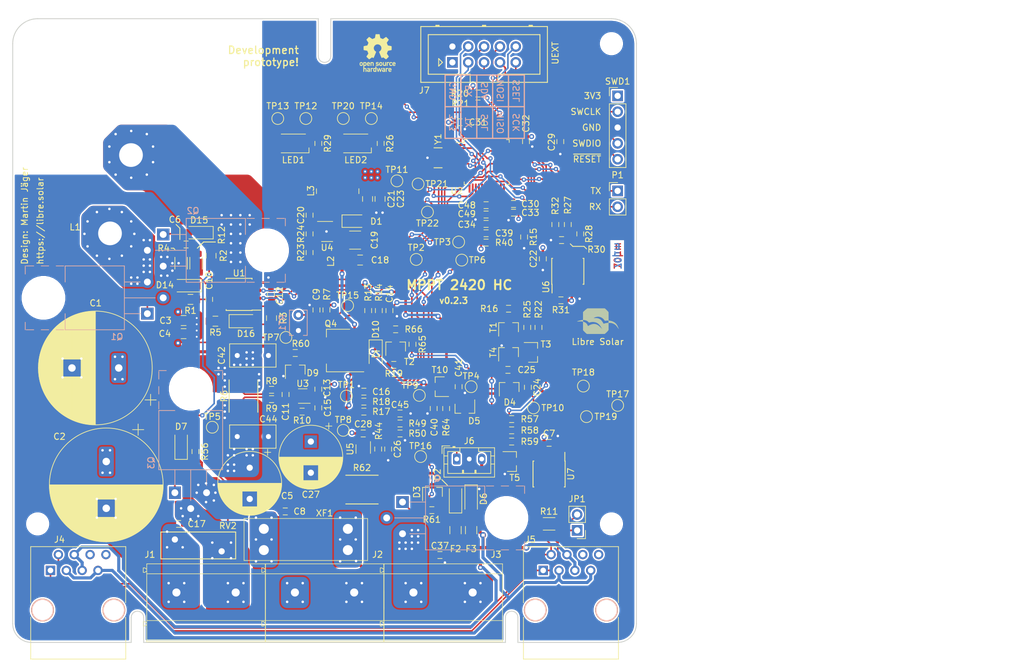
<source format=kicad_pcb>
(kicad_pcb (version 20241229) (generator "pcbnew") (generator_version "9.0")
  (title_block (title "MPPT 2420 HC") (date "2021-05-03") (rev "0.2.3") (company "Libre Solar Technologies GmbH") (comment 1 "Licensed under CERN-OHL-W version 2") (comment 2 "Design: Martin Jäger"))
  (layers (0 "F.Cu" signal "Top") (4 "In1.Cu" power "GND") (6 "In2.Cu" power "3V3") (2 "B.Cu" signal "Bottom") (13 "F.Paste" user) (15 "B.Paste" user) (5 "F.SilkS" user) (7 "B.SilkS" user) (1 "F.Mask" user) (3 "B.Mask" user) (25 "Edge.Cuts" user))
  (net 0 "")
  (net 1 "GND")
  (net 2 "+3V3")
  (net 3 "Net-(C19-Pad1)")
  (net 4 "/MCU/~{RESET}")
  (net 5 "/MCU/OSC_IN")
  (net 6 "/MCU/OSC_OUT")
  (net 7 "/MCU/SWDIO")
  (net 8 "/MCU/SWCLK")
  (net 9 "Net-(D14-Pad2)")
  (net 10 "Net-(D15-Pad2)")
  (net 11 "Net-(D16-Pad2)")
  (net 12 "/DC/DC/SW_NODE")
  (net 13 "Net-(C20-Pad2)")
  (net 14 "Net-(C20-Pad1)")
  (net 15 "+12V")
  (net 16 "Net-(D3-Pad1)")
  (net 17 "/DC/DC/HS_DRV")
  (net 18 "/DC/DC/LS_DRV")
  (net 19 "Net-(R23-Pad2)")
  (net 20 "VDDA")
  (net 21 "Net-(R57-Pad2)")
  (net 22 "Net-(R59-Pad1)")
  (net 23 "/DC/DC/PWM_LS")
  (net 24 "/DC/DC/PWM_HS")
  (net 25 "Net-(D5-Pad1)")
  (net 26 "/LOAD+")
  (net 27 "/MCU/I2C1_SDA")
  (net 28 "/MCU/SPI1_MOSI")
  (net 29 "/MCU/SPI1_MISO")
  (net 30 "/MCU/SPI1_SCK")
  (net 31 "/MCU/DAC1")
  (net 32 "/MCU/I2C1_SCL")
  (net 33 "/MCU/ADC1_IN15")
  (net 34 "/MCU/ADC1_IN12")
  (net 35 "/BAT+")
  (net 36 "Net-(D7-Pad1)")
  (net 37 "/MCU/ADC1_IN11")
  (net 38 "Net-(D9-Pad1)")
  (net 39 "Net-(R66-Pad1)")
  (net 40 "Net-(C10-Pad1)")
  (net 41 "Net-(D16-Pad1)")
  (net 42 "/DCDC_HV+")
  (net 43 "VBUS")
  (net 44 "/DCDC_HV-")
  (net 45 "VREF")
  (net 46 "/MCU/USART1_TX")
  (net 47 "/MCU/USART1_RX")
  (net 48 "Net-(J4-Pad8)")
  (net 49 "Net-(J4-Pad6)")
  (net 50 "Net-(JP1-Pad2)")
  (net 51 "Net-(U7-Pad5)")
  (net 52 "/MCU/SPI1_SSEL")
  (net 53 "/MCU/USART2_RX")
  (net 54 "/MCU/USART2_TX")
  (net 55 "/DC/DC/SHUNT_DCDC_P")
  (net 56 "Net-(R44-Pad1)")
  (net 57 "/CAN_GND")
  (net 58 "/CAN_L")
  (net 59 "/CAN_H")
  (net 60 "Net-(J5-Pad8)")
  (net 61 "Net-(J5-Pad6)")
  (net 62 "Net-(C11-Pad2)")
  (net 63 "Net-(C11-Pad1)")
  (net 64 "Net-(R10-Pad1)")
  (net 65 "/MCU/TIM17_CH1")
  (net 66 "/MCU/COMP2_INP")
  (net 67 "/MCU/GPIOB_2")
  (net 68 "/PWR_INFO")
  (net 69 "Net-(D2-Pad1)")
  (net 70 "/CAN/CAN_PWR1")
  (net 71 "/CAN/CAN_PWR2")
  (net 72 "/CAN/CAN_TX")
  (net 73 "/CAN/CAN_RX")
  (net 74 "/CAN/CAN_STB")
  (net 75 "Net-(C6-Pad2)")
  (net 76 "/Power supply/SUPPLY_INPUT")
  (net 77 "/Load switch/CP_OUT")
  (net 78 "/Power supply/CP_SW")
  (net 79 "Net-(C25-Pad1)")
  (net 80 "/MEAS_LV+")
  (net 81 "/Power supply/CP_PWM")
  (net 82 "Net-(R16-Pad1)")
  (net 83 "Net-(R19-Pad2)")
  (net 84 "Net-(R22-Pad1)")
  (net 85 "Net-(R25-Pad2)")
  (net 86 "/MCU/ADC12_IN1")
  (net 87 "/MCU/ADC12_IN2")
  (net 88 "/MCU/SPI2_MOSI")
  (net 89 "/MCU/SPI2_MISO")
  (net 90 "/MCU/SPI2_SCK")
  (net 91 "Net-(R27-Pad2)")
  (net 92 "Net-(R28-Pad2)")
  (net 93 "Net-(R30-Pad2)")
  (net 94 "/MCU/SPI2_CS")
  (net 95 "/MCU/GPIOC_14")
  (net 96 "Net-(LED1-Pad1)")
  (net 97 "/MCU/GPIOC_15")
  (net 98 "/MCU/TIM16_CH1")
  (net 99 "Net-(LED2-Pad1)")
  (footprint "LibreSolar:LIBRESOLAR_LOGO" (layer "F.Cu") (at 191.5 90.5)
    (property "Reference" "LOGO1" (hide yes))
    (property "Value" "LIBRE_SOLAR" (hide yes))
  )
  (footprint "LibreSolar:R_1206_3216" (layer "F.Cu") (at 127 79.2 90)
    (property "Reference" "R4")
    (property "Value" "4R7")
  )
  (footprint "Symbol:OSHW-Logo_5.7x6mm_SilkScreen" (layer "F.Cu") (at 158.5 45.5)
    (property "Reference" "LOGO2" (hide yes))
    (property "Value" "OPEN_HARDWARE" (hide yes))
  )
  (footprint "MountingHole:MountingHole_3.2mm_M3" (layer "F.Cu") (at 196 44 180)
    (property "Reference" "MK3" (hide yes))
    (property "Value" "Mounting_Hole")
  )
  (footprint "LibreSolar:R_0805_2012" (layer "F.Cu") (at 128.5 85)
    (property "Reference" "R1")
    (property "Value" "3R3")
  )
  (footprint "LibreSolar:R_0805_2012" (layer "F.Cu") (at 131.8 78 -90)
    (property "Reference" "R2")
    (property "Value" "3R3")
  )
  (footprint "LibreSolar:R_0805_2012" (layer "F.Cu") (at 132.5 88.5 180)
    (property "Reference" "R5")
    (property "Value" "3R3")
  )
  (footprint "LibreSolar:R_Bourns_CRE2512" (layer "F.Cu") (at 137 100.5 90)
    (property "Reference" "R6")
    (property "Value" "2m")
  )
  (footprint "LibreSolar:Phoenix_Contact_MKDS_5-2-9,5" (layer "F.Cu") (at 126.25 132)
    (property "Reference" "J1")
    (property "Value" "MKDS 5/ 2-9,5")
  )
  (footprint "LibreSolar:Phoenix_Contact_MKDS_5-2-9,5" (layer "F.Cu") (at 145.25 132)
    (property "Reference" "J2")
    (property "Value" "MKDS 5/ 2-9,5")
  )
  (footprint "Connector_PinHeader_2.54mm:PinHeader_1x05_P2.54mm_Vertical" (layer "F.Cu") (at 196.99 52.37)
    (property "Reference" "SWD1")
    (property "Value" "ST_Nucleo_SWD")
  )
  (footprint "LibreSolar:Phoenix_Contact_MKDS_5-2-9,5" (layer "F.Cu") (at 164.25 132)
    (property "Reference" "J3")
    (property "Value" "MKDS 5/ 2-9,5")
  )
  (footprint "LibreSolar:C_0603_1608" (layer "F.Cu") (at 143.7 119 180)
    (property "Reference" "C8")
    (property "Value" "10nF")
  )
  (footprint "LibreSolar:C_0603_1608" (layer "F.Cu") (at 160.2 109 -90)
    (property "Reference" "C26")
    (property "Value" "10nF")
  )
  (footprint "LibreSolar:C_0603_1608" (layer "F.Cu") (at 156.2 106.5)
    (property "Reference" "C28")
    (property "Value" "100nF")
  )
  (footprint "Diode_SMD:D_SOT-23_ANK" (layer "F.Cu") (at 167.3 115.9 90)
    (property "Reference" "D3")
    (property "Value" "12V")
  )
  (footprint "LibreSolar:R_0603_1608" (layer "F.Cu") (at 158.6 109 90)
    (property "Reference" "R44")
    (property "Value" "2.2k")
  )
  (footprint "LibreSolar:C_0603_1608" (layer "F.Cu") (at 162.1 106.5 180)
    (property "Reference" "R50")
    (property "Value" "8.2k")
  )
  (footprint "LibreSolar:R_0603_1608" (layer "F.Cu") (at 180 104.2)
    (property "Reference" "R57")
    (property "Value" "2.2k")
  )
  (footprint "LibreSolar:R_0603_1608" (layer "F.Cu") (at 180 106 180)
    (property "Reference" "R58")
    (property "Value" "100k")
  )
  (footprint "LibreSolar:R_0603_1608" (layer "F.Cu") (at 180 107.8 180)
    (property "Reference" "R59")
    (property "Value" "10k")
  )
  (footprint "LibreSolar:R_0603_1608" (layer "F.Cu") (at 167.2 118.8)
    (property "Reference" "R61")
    (property "Value" "1M")
  )
  (footprint "LibreSolar:R_Bourns_CRE2512" (layer "F.Cu") (at 156 115.5 180)
    (property "Reference" "R62")
    (property "Value" "2m")
  )
  (footprint "LibreSolar:SOT-23" (layer "F.Cu") (at 180 111)
    (property "Reference" "T5")
    (property "Value" "BC846B")
  )
  (footprint "TestPoint:TestPoint_Pad_D1.5mm" (layer "F.Cu") (at 164.7 78.6 90)
    (property "Reference" "TP2")
    (property "Value" "1.5mm")
  )
  (footprint "LibreSolar:C_0603_1608" (layer "F.Cu") (at 131.5 85 90)
    (property "Reference" "C10")
    (property "Value" "100nF")
  )
  (footprint "LibreSolar:C_0603_1608" (layer "F.Cu") (at 141.4 84.2 90)
    (property "Reference" "C12")
    (property "Value" "2.2µF")
  )
  (footprint "Diode_SMD:D_SOD-123" (layer "F.Cu") (at 128 82.8 180)
    (property "Reference" "D14")
    (property "Value" "SS14FL")
  )
  (footprint "Diode_SMD:D_SOD-123" (layer "F.Cu") (at 129.9 74.3 180)
    (property "Reference" "D15")
    (property "Value" "SS14FL")
  )
  (footprint "LibreSolar:D_SOD-123" (layer "F.Cu") (at 137 88.5)
    (property "Reference" "D16")
    (property "Value" "1N4148")
  )
  (footprint "Connector_JST:JST_PH_B3B-PH-K_1x03_P2.00mm_Vertical" (layer "F.Cu") (at 171.2 110.6)
    (property "Reference" "J6")
    (property "Value" "JST PH")
  )
  (footprint "LibreSolar:R_0603_1608" (layer "F.Cu") (at 147.6 77.5 90)
    (property "Reference" "R23")
    (property "Value" "33k")
  )
  (footprint "LibreSolar:C_0603_1608" (layer "F.Cu") (at 148.7 86.7 90)
    (property "Reference" "C9")
    (property "Value" "100nF")
  )
  (footprint "LibreSolar:R_0603_1608" (layer "F.Cu") (at 150.3 86.7 -90)
    (property "Reference" "R7")
    (property "Value" "10k")
  )
  (footprint "LibreSolar:C_0805_2012" (layer "F.Cu") (at 155.7 78.7)
    (property "Reference" "C18")
    (property "Value" "1µF")
  )
  (footprint "LibreSolar:C_0805_2012" (layer "F.Cu") (at 158.901354 68.9 -90)
    (property "Reference" "C23")
    (property "Value" "10µF")
  )
  (footprint "LibreSolar:C_0603_1608" (layer "F.Cu") (at 147.6 71.5 90)
    (property "Reference" "C20")
    (property "Value" "100nF")
  )
  (footprint "LibreSolar:C_1210_3225" (layer "F.Cu") (at 154.9 75.5)
    (property "Reference" "C19")
    (property "Value" "4.7µF")
  )
  (footprint "LibreSolar:SOT-23-6" (layer "F.Cu") (at 150.407353 74.115391)
    (property "Reference" "U4")
    (property "Value" "LMR16006X")
  )
  (footprint "LibreSolar:Bourns_SRN6045TA" (layer "F.Cu") (at 152.101354 67.652468 90)
    (property "Reference" "L3")
    (property "Value" "47µH")
  )
  (footprint "Inductor_SMD:L_0805_2012Metric" (layer "F.Cu") (at 152.8 78.9 90)
    (property "Reference" "L2")
    (property "Value" "4.7µH")
  )
  (footprint "Diode_SMD:D_PowerDI-123" (layer "F.Cu") (at 155.001354 72.452468)
    (property "Reference" "D1")
    (property "Value" "SS16FP")
  )
  (footprint "LibreSolar:C_0805_2012" (layer "F.Cu") (at 156.9 68.9 -90)
    (property "Reference" "C21")
    (property "Value" "10µF")
  )
  (footprint "LibreSolar:R_0603_1608" (layer "F.Cu") (at 156.3 103)
    (property "Reference" "R17")
    (property "Value" "100k")
  )
  (footprint "LibreSolar:C_0603_1608" (layer "F.Cu") (at 156.3 99.8 180)
    (property "Reference" "C16")
    (property "Value" "10nF")
  )
  (footprint "LibreSolar:R_0603_1608" (layer "F.Cu") (at 156.3 101.4 180)
    (property "Reference" "R18")
    (property "Value" "5.6k")
  )
  (footprint "LibreSolar:C_0603_1608" (layer "F.Cu") (at 126.6 121)
    (property "Reference" "C17")
    (property "Value" "10nF")
  )
  (footprint "LibreSolar:R_0603_1608" (layer "F.Cu") (at 157 86.8 90)
    (property "Reference" "R13")
    (property "Value" "100k")
  )
  (footprint "LibreSolar:R_0603_1608" (layer "F.Cu") (at 158.7 86.8 -90)
    (property "Reference" "R14")
    (property "Value" "2.2k")
  )
  (footprint "LibreSolar:C_0603_1608" (layer "F.Cu") (at 185 78.5 -90)
    (property "Reference" "C22")
    (property "Value" "100nF")
  )
  (footprint "LibreSolar:C_0603_1608" (layer "F.Cu") (at 162.1 103.3)
    (property "Reference" "C45")
    (property "Value" "10nF")
  )
  (footprint "Diode_SMD:D_SOD-123" (layer "F.Cu") (at 127 108.4 90)
    (property "Reference" "D7")
    (property "Value" "SS14FL")
  )
  (footprint "LibreSolar:R_0603_1608" (layer "F.Cu") (at 129.3 109.4 -90)
    (property "Reference" "R56")
    (property "Value" "1M")
  )
  (footprint "LibreSolar:R_0603_1608" (layer "F.Cu") (at 145.3 93.6 180)
    (property "Reference" "R60")
    (property "Value" "100k")
  )
  (footprint "LibreSolar:R_0603_1608" (layer "F.Cu") (at 164.1 92.2 -90)
    (property "Reference" "R65")
    (property "Value" "100k")
  )
  (footprint "LibreSolar:NULL" (layer "F.Cu") (at 147 123.5 180)
    (property "Reference" "F1" (hide yes))
    (property "Value" "25A" (hide yes))
  )
  (footprint "LibreSolar:D_SOD-123" (layer "F.Cu") (at 158.2 93.8 -90)
    (property "Reference" "D10")
    (property "Value" "1N4148")
  )
  (footprint "LibreSolar:R_0805_2012" (layer "F.Cu") (at 141.5 88 90)
    (property "Reference" "R3")
    (property "Value" "3R3")
  )
  (footprint "LibreSolar:C_0805_2012" (layer "F.Cu") (at 127.4 90.5)
    (property "Reference" "C4")
    (property "Value" "100nF")
  )
  (footprint "LibreSolar:SOT-23" (layer "F.Cu") (at 161.4 92.6 90)
    (property "Reference" "T2")
    (property "Value" "BC846B")
  )
  (footprint "LibreSolar:R_0603_1608" (layer "F.Cu") (at 147.6 74.5 90)
    (property "Reference" "R24")
    (property "Value" "10k")
  )
  (footprint "LibreSolar:R_0603_1608" (layer "F.Cu") (at 161.4 89.8 180)
    (property "Reference" "R66")
    (property "Value" "1k")
  )
  (footprint "LibreSolar:R_0603_1608" (layer "F.Cu") (at 162.1 104.9)
    (property "Reference" "R49")
    (property "Value" "10k")
  )
  (footprint "LibreSolar:C_0603_1608" (layer "F.Cu") (at 168.5 126)
    (property "Reference" "C37")
    (property "Value" "10nF")
  )
  (footprint "LibreSolar:C_0603_1608" (layer "F.Cu") (at 127.8 76.2)
    (property "Reference" "C6")
    (property "Value" "2.2nF")
  )
  (footprint "LibreSolar:C_0603_1608" (layer "F.Cu") (at 175.9 69.9 180)
    (property "Reference" "C48")
    (property "Value" "100nF")
  )
  (footprint "LibreSolar:C_0603_1608" (layer "F.Cu") (at 175.9 71.4 180)
    (property "Reference" "C49")
    (property "Value" "2.2µF")
  )
  (footprint "LibreSolar:C_0603_1608" (layer "F.Cu") (at 167.5 102.5 -90)
    (property "Reference" "C40")
    (property "Value" "1µF")
  )
  (footprint "LibreSolar:C_0603_1608" (layer "F.Cu") (at 171.5 99 -90)
    (property "Reference" "C41")
    (property "Value" "4.7µF")
  )
  (footprint "Capacitor_THT:CP_Radial_D18.0mm_P7.50mm" (layer "F.Cu") (at 117 96 180)
    (property "Reference" "C1")
    (property "Value" "390µF")
  )
  (footprint "LibreSolar:R_0603_1608" (layer "F.Cu") (at 169.5 102.5 90)
    (property "Reference" "R64")
    (property "Value" "10k")
  )
  (footprint "Diode_SMD:D_SOT-23_ANK" (layer "F.Cu") (at 172.5 102.5 -90)
    (property "Reference" "D5")
    (property "Value" "12V")
  )
  (footprint "LibreSolar:SOT-23" (layer "F.Cu") (at 168.5 99 180)
    (property "Reference" "T10")
    (property "Value" "BC846B")
  )
  (footprint "TestPoint:TestPoint_Pad_D1.5mm" (layer "F.Cu") (at 173.5 99 180)
    (property "Reference" "TP4")
    (property "Value" "1.5mm")
  )
  (footprint "MountingHole:MountingHole_3.2mm_M3" (layer "F.Cu") (at 104 44)
    (property "Reference" "MK4" (hide yes))
    (property "Value" "Mounting_Hole")
  )
  (footprint "Capacitor_THT:CP_Radial_D18.0mm_P7.50mm" (layer "F.Cu") (at 115 111 -90)
    (property "Reference" "C2")
    (property "Value" "390µF")
  )
  (footprint "LibreSolar:R_0603_1608" (layer "F.Cu") (at 149 60 90)
    (property "Reference" "R29")
    (property "Value" "1k")
  )
  (footprint "LibreSolar:C_0805_2012" (layer "F.Cu") (at 127.4 88.4)
    (property "Reference" "C3")
    (property "Value" "1µF")
  )
  (footprint "Capacitor_THT:CP_Radial_D10.0mm_P5.00mm" (layer "F.Cu") (at 138 112 -90)
    (property "Reference" "C5")
    (property "Value" "680µF")
  )
  (footprint "LibreSolar:C_0603_1608" (layer "F.Cu") (at 160.4 86.8 -90)
    (property "Reference" "C14")
    (property "Value" "10nF")
  )
  (footprint "Capacitor_THT:C_Rect_L7.2mm_W3.5mm_P5.00mm_FKS2_FKP2_MKS2_MKP2" (layer "F.Cu") (at 141 107 180)
    (property "Reference" "C44")
    (property "Value" "0.22µF")
  )
  (footprint "Varistor:RV_Disc_D12mm_W4.3mm_P7.5mm" (layer "F.Cu") (at 126 123.5)
    (property "Reference" "RV2")
    (property "Value" "82V")
  )
  (footprint "LibreSolar:SOIC-8_3.9x4.9mm_Pitch1.27mm" (layer "F.Cu") (at 136.3 84.2 180)
    (property "Reference" "U1")
    (property "Value" "LM5107")
  )
  (footprint "Package_TO_SOT_SMD:SOT-363_SC-70-6" (layer "F.Cu") (at 156.2 109 -90)
    (property "Reference" "U5")
    (property "Value" "INA186")
  )
  (footprint "LibreSolar:RJ45_8P8C" (layer "F.Cu") (at 110.5 131)
    (property "Reference" "J4")
    (property "Value" "8P8C")
  )
  (footprint "LibreSolar:RJ45_8P8C" (layer "F.Cu") (at 189.5 131)
    (property "Reference" "J5")
    (property "Value" "8P8C")
  )
  (footprint "LibreSolar:C_0603_1608" (layer "F.Cu") (at 143.75 100.25 -90)
    (property "Reference" "C11")
    (property "Value" "1nF")
  )
  (footprint "LibreSolar:C_0603_1608" (layer "F.Cu") (at 149 99.4 -90)
    (property "Reference" "C13")
    (property "Value" "100nF")
  )
  (footprint "LibreSolar:C_0603_1608" (layer "F.Cu") (at 149 102.4 90)
    (property "Reference" "C15")
    (property "Value" "1nF")
  )
  (footprint "LibreSolar:R_0603_1608" (layer "F.Cu") (at 141.5 99.5)
    (property "Reference" "R8")
    (property "Value" "10R")
  )
  (footprint "LibreSolar:R_0603_1608" (layer "F.Cu") (at 146.4 103)
    (property "Reference" "R10")
    (property "Value" "1k")
  )
  (footprint "TestPoint:TestPoint_Pad_D1.5mm" (layer "F.Cu") (at 153.5 100.5)
    (property "Reference" "TP1")
    (property "Value" "1.5mm")
  )
  (footprint "Package_TO_SOT_SMD:SOT-363_SC-70-6" (layer "F.Cu") (at 146.5 100.5 180)
    (property "Reference" "U3")
    (property "Value" "INA186")
  )
  (footprint "LibreSolar:C_0603_1608" (layer "F.Cu") (at 175.9 74.4 180)
    (property "Reference" "C39")
    (property "Value" "2.2µF")
  )
  (footprint "LibreSolar:C_0603_1608" (layer "F.Cu") (at 180.3 69.7 180)
    (property "Reference" "C30")
    (property "Value" "100nF")
  )
  (footprint "LibreSolar:C_0603_1608" (layer "F.Cu") (at 171.7 56.6)
    (property "Reference" "C31")
    (property "Value" "100nF")
  )
  (footprint "LibreSolar:Box_Header_2x05x2.54mm_Straight" (layer "F.Cu") (at 170.5 47)
    (property "Reference" "J7")
    (property "Value" "UEXT")
  )
  (footprint "Package_QFP:LQFP-48_7x7mm_P0.5mm" (layer "F.Cu") (at 176 63)
    (property "Reference" "U2")
    (property "Value" "STM32G431CBTx")
  )
  (footprint "LibreSolar:C_0603_1608" (layer "F.Cu") (at 175.9 72.9 180)
    (property "Reference" "C34")
    (property "Value" "10nF")
  )
  (footprint "LibreSolar:R_0603_1608" (layer "F.Cu") (at 174.6 52 180)
    (property "Reference" "R20")
    (property "Value" "2.2k")
  )
  (footprint "LibreSolar:C_0603_1608" (layer "F.Cu") (at 182.3 59.7 -90)
    (property "Reference" "C32")
    (property "Value" "100nF")
  )
  (footprint "LibreSolar:R_0603_1608" (layer "F.Cu") (at 175.9 75.9 180)
    (property "Reference" "R40")
    (property "Value" "47R")
  )
  (footprint "LibreSolar:Resonator_Murata_CSTNE" (layer "F.Cu") (at 168.2 62.3 90)
    (property "Reference" "Y1")
    (property "Value" "8MHz")
  )
  (footprint "LibreSolar:C_0603_1608" (layer "F.Cu") (at 180.3 71.1 180)
    (property "Reference" "C33")
    (property "Value" "2.2µF")
  )
  (footprint "LibreSolar:R_0603_1608" (layer "F.Cu") (at 182 75 90)
    (property "Reference" "R15")
    (property "Value" "1M")
  )
  (footprint "LibreSolar:R_0603_1608" (layer "F.Cu") (at 174.6 53.6 180)
    (property "Reference" "R21")
    (property "Value" "2.2k")
  )
  (footprint "LibreSolar:Fiducial_0.7mm" (layer "F.Cu") (at 111.5 81.5)
    (property "Reference" "FID2" (hide yes))
    (property "Value" "Fiducial")
  )
  (footprint "LibreSolar:R_0603_1608" (layer "F.Cu") (at 141.5 101)
    (property "Reference" "R9")
    (property "Value" "10R")
  )
  (footprint "LibreSolar:C_0603_1608" (layer "F.Cu") (at 186 108)
    (property "Reference" "C7")
    (property "Value" "100nF")
  )
  (footprint "Diode_SMD:D_SOD-123" (layer "F.Cu") (at 171 117 90)
    (property "Reference" "D2")
    (property "Value" "NRVTS260ESFT1G")
  )
  (footprint "Diode_SMD:D_SOD-123" (layer "F.Cu") (at 173.5 117 -90)
    (property "Reference" "D6")
    (property "Value" "NRVTS260ESFT1G")
  )
  (footprint "Fuse:Fuse_1206_3216Metric" (layer "F.Cu") (at 171 122 90)
    (property "Reference" "F2")
    (property "Value" "500mA")
  )
  (footprint "Fuse:Fuse_1206_3216Metric" (layer "F.Cu") (at 173.5 122 90)
    (property "Reference" "F3")
    (property "Value" "500mA")
  )
  (footprint "Connector_PinHeader_2.54mm:PinHeader_1x02_P2.54mm_Vertical" (layer "F.Cu") (at 190.5 122.04 180)
    (property "Reference" "JP1")
    (property "Value" "Jumper_NC_Small")
  )
  (footprint "LibreSolar:R_1206_3216" (layer "F.Cu") (at 186 121 180)
    (property "Reference" "R11")
    (property "Value" "120R")
  )
  (footprint "LibreSolar:SOIC-8_3.9x4.9mm_Pitch1.27mm" (layer "F.Cu") (at 186 113 -90)
    (property "Reference" "U7")
    (property "Value" "TCAN334")
  )
  (footprint "LibreSolar:R_1206_3216" (layer "F.Cu") (at 129.4 79.2 90)
    (property "Reference" "R12")
    (property "Value" "4R7")
  )
  (footprint "LibreSolar:Keystone-Fuse-3557-2" (layer "F.Cu") (at 147 123.5 180)
    (property "Reference" "XF1")
    (property "Value" "Fuse_Holder")
  )
  (footprint "Connector_PinHeader_2.54mm:PinHeader_1x02_P2.54mm_Vertical" (layer "F.Cu") (at 196.99 67.61)
    (property "Reference" "P1")
    (property "Value" "CONN_01X02")
  )
  (footprint "LibreSolar:C_0603_1608" (layer "F.Cu") (at 182.6 99.1 90)
    (property "Reference" "C24")
    (property "Value" "100nF")
  )
  (footprint "LibreSolar:C_0603_1608" (layer "F.Cu") (at 179.4 96.3)
    (property "Reference" "C25")
    (property "Value" "10nF")
  )
  (footprint "Package_TO_SOT_SMD:SOT-23" (layer "F.Cu") (at 179.6 99.1 90)
    (property "Reference" "D4")
    (property "Value" "BAS70-04")
  )
  (footprint "Package_TO_SOT_SMD:SOT-223-3_TabPin2" (layer "F.Cu") (at 152.2 93.2 180)
    (property "Reference" "Q4")
    (property "Value" "BUK98180-100A")
  )
  (footprint "LibreSolar:R_0603_1608" (layer "F.Cu") (at 179.5 86.5)
    (property "Reference" "R16")
    (property "Value" "10k")
  )
  (footprint "LibreSolar:R_0603_1608" (layer "F.Cu") (at 161.1 95.5 180)
    (property "Reference" "R19")
    (property "Value" "10k")
  )
  (footprint "LibreSolar:R_0603_1608" (layer "F.Cu") (at 184.3 89.5 -90)
    (property "Reference" "R22")
    (property "Value" "100k")
  )
  (footprint "LibreSolar:R_0603_1608" (layer "F.Cu") (at 182.5 89.5 -90)
    (property "Reference" "R25")
    (property "Value" "1k")
  )
  (footprint "LibreSolar:SOT-23" (layer "F.Cu") (at 179.5 89.5 90)
    (property "Reference" "T1")
    (property "Value" "BC846B")
  )
  (footprint "LibreSolar:SOT-23" (layer "F.Cu") (at 183.4 93.5)
    (property "Reference" "T3")
    (property "Value" "BC846B")
  )
  (footprint "LibreSolar:SOT-23" (layer "F.Cu") (at 179.5 93.5 90)
    (property "Reference" "T4")
    (property "Value" "BC856B")
  )
  (footprint "TestPoint:TestPoint_Pad_D1.5mm" (layer "F.Cu") (at 171.5 75.8 180)
    (property "Reference" "TP3")
    (property "Value" "1.5mm")
  )
  (footprint "TestPoint:TestPoint_Pad_D1.5mm" (layer "F.Cu") (at 132 105.5)
    (property "Reference" "TP5")
    (property "Value" "1.5mm")
  )
  (footprint "TestPoint:TestPoint_Pad_D1.5mm" (layer "F.Cu") (at 172 78.7)
    (property "Reference" "TP6")
    (property "Value" "1.5mm")
  )
  (footprint "TestPoint:TestPoint_Pad_D1.5mm" (layer "F.Cu") (at 143.8 91.1)
    (property "Reference" "TP7")
    (property "Value" "1.5mm")
  )
  (footprint "TestPoint:TestPoint_Pad_D1.5mm" (layer "F.Cu") (at 153 106)
    (property "Reference" "TP8")
    (property "Value" "1.5mm")
  )
  (footprint "TestPoint:TestPoint_Pad_D1.5mm" (layer "F.Cu") (at 165.2 100.4)
    (property "Reference" "TP9")
    (property "Value" "1.5mm")
  )
  (footprint "TestPoint:TestPoint_Pad_D1.5mm" (layer "F.Cu") (at 183.5 102.4)
    (property "Reference" "TP10")
    (property "Value" "1.5mm")
  )
  (footprint "TestPoint:TestPoint_Pad_D1.5mm" (layer "F.Cu") (at 161.6 66)
    (property "Reference" "TP11")
    (property "Value" "1.5mm")
  )
  (footprint "TestPoint:TestPoint_Pad_D1.5mm" (layer "F.Cu") (at 147 56 180)
    (property "Reference" "TP12")
    (property "Value" "1.5mm")
  )
  (footprint "TestPoint:TestPoint_Pad_D1.5mm" (layer "F.Cu") (at 157.5 56)
    (property "Reference" "TP14")
    (property "Value" "1.5mm")
  )
  (footprint "TestPoint:TestPoint_Pad_D1.5mm" (layer "F.Cu") (at 153.7 86)
    (property "Reference" "TP15")
    (property "Value" "1.5mm")
  )
  (footprint "TestPoint:TestPoint_Pad_D1.5mm" (layer "F.Cu") (at 165.4 110.2)
    (property "Reference" "TP16")
    (property "Value" "1.5mm")
  )
  (footprint "TestPoint:TestPoint_Pad_D1.5mm" (layer "F.Cu") (at 197 102)
    (property "Reference" "TP17")
    (property "Value" "1.5mm")
  )
  (footprint "TestPoint:TestPoint_Pad_D1.5mm" (layer "F.Cu") (at 191.5 98.9 180)
    (property "Reference" "TP18")
    (property "Value" "1.5mm")
  )
  (footprint "TestPoint:TestPoint_Pad_D1.5mm" (layer "F.Cu") (at 192 103.8 180)
    (property "Reference" "TP19")
    (property "Value" "1.5mm")
  )
  (footprint "Capacitor_THT:C_Rect_L7.2mm_W3.5mm_P5.00mm_FKS2_FKP2_MKS2_MKP2" (layer "F.Cu") (at 136 94)
    (property "Reference" "C42")
    (property "Value" "0.22µF")
  )
  (footprint "MountingHole:MountingHole_3.2mm_M3" (layer "F.Cu") (at 196 121)
    (property "Reference" "MK2" (hide yes))
    (property "Value" "Mounting_Hole")
  )
  (footprint "MountingHole:MountingHole_3.2mm_M3" (layer "F.Cu") (at 104 121)
    (property "Reference" "MK1" (hide yes))
    (property "Value" "Mounting_Hole")
  )
  (footprint "LibreSolar:C_0603_1608" (layer "F.Cu") (at 187.8 59.7 -90)
    (property "Reference" "C29")
    (property "Value" "100nF")
  )
  (footprint "Diode_SMD:D_SOT-23_ANK" (layer "F.Cu") (at 145.3 96.3 90)
    (property "Reference" "D9")
    (property "Value" "47V")
  )
  (footprint "LED_SMD:LED_Avago_PLCC4_3.2x2.8mm_CW" (layer "F.Cu") (at 145 60 180)
    (property "Reference" "LED1")
    (property "Value" "LED_Dual_PLCC4")
  )
  (footprint "TestPoint:TestPoint_Pad_D1.5mm" (layer "F.Cu") (at 153 56)
    (property "Reference" "TP20")
    (property "Value" "1.5mm")
  )
  (footprint "LED_SMD:LED_Avago_PLCC4_3.2x2.8mm_CW" (layer "F.Cu") (at 155 60 180)
    (property "Reference" "LED2")
    (property "Value" "LED_Dual_PLCC4")
  )
  (footprint "LibreSolar:R_0603_1608" (layer "F.Cu") (at 189 73 -90)
    (property "Reference" "R27")
    (property "Value" "47R")
  )
  (footprint "LibreSolar:R_0603_1608" (layer "F.Cu") (at 191 74.5 -90)
    (property "Reference" "R28")
    (property "Value" "47R")
  )
  (footprint "LibreSolar:R_0603_1608" (layer "F.Cu") (at 188 75.5)
    (property "Reference" "R30")
    (property "Value" "100k")
  )
  (footprint "LibreSolar:R_0603_1608" (layer "F.Cu") (at 187.9 85.15)
    (property "Reference" "R31")
    (property "Value" "2.2k")
  )
  (footprint "LibreSolar:R_0603_1608" (layer "F.Cu") (at 187 73 90)
    (property "Reference" "R32")
    (property "Value" "47R")
  )
  (footprint "LibreSolar:SOIC-8_3.9x4.9mm_Pitch1.27mm" (layer "F.Cu") (at 189 80.5 90)
    (property "Reference" "U6")
    (property "Value" "W25Q80DVS")
  )
  (footprint "TestPoint:TestPoint_Pad_D1.5mm" (layer "F.Cu") (at 142.5 56)
    (property "Reference" "TP13")
    (property "Value" "1.5mm")
  )
  (footprint "LibreSolar:R_0603_1608" (layer "F.Cu") (at 159 60 90)
    (property "Reference" "R26")
    (property "Value" "1k")
  )
  (footprint "LibreSolar:Fiducial_0.7mm" (layer "F.Cu") (at 180 127)
    (property "Reference" "FID1" (hide yes))
    (property "Value" "Fiducial")
  )
  (footprint "Capacitor_THT:CP_Radial_D10.0mm_P5.00mm" (layer "F.Cu") (at 147.8 107.8 -90)
    (property "Reference" "C27")
    (property "Value" "680µF")
  )
  (footprint "LibreSolar:Fiducial_0.7mm" (layer "F.Cu") (at 191 48.5)
    (property "Reference" "FID3" (hide yes))
    (property "Value" "Fiducial")
  )
  (footprint "TestPoint:TestPoint_Pad_D1.5mm" (layer "F.Cu") (at 165 66.5)
    (property "Reference" "TP21")
    (property "Value" "1.5mm")
  )
  (footprint "TestPoint:TestPoint_Pad_D1.5mm" (layer "F.Cu") (at 166.5 71 180)
    (property "Reference" "TP22")
    (property "Value" "1.5mm")
  )
  (footprint "LibreSolar:Inductor_Toroid_D32.8mm_4mm2" (layer "F.Cu") (at 120 58 75)
    (property "Reference" "L1")
    (property "Value" "53µH")
  )
  (footprint "LibreSolar:TO-220-3_Horizontal_BottomHeatsink" (layer "B.Cu") (at 121.59 87.295 90)
    (property "Reference" "Q1")
    (property "Value" "IPA045N10N3G")
  )
  (footprint "LibreSolar:TO-220-3_Horizontal_BottomHeatsink" (layer "B.Cu") (at 124.13 74.595 -90)
    (property "Reference" "Q2")
    (property "Value" "IPA045N10N3G")
  )
  (footprint "LibreSolar:TO-220-3_Horizontal_BottomHeatsink" (layer "B.Cu") (at 126 116)
    (property "Reference" "Q3")
    (property "Value" "IPA045N10N3G")
  )
  (footprint "LibreSolar:TO-220-3_Horizontal_BottomHeatsink" (layer "B.Cu") (at 162.5 117.5 -90)
    (property "Reference" "Q7")
    (property "Value" "IPA045N10N3G")
  )
  (footprint "Capacitor_THT:C_Disc_D3.8mm_W2.6mm_P2.50mm" (layer "B.Cu") (at 145.8 87.5 -90)
    (property "Reference" "RT1")
    (property "Value" "10k")
  )
  (gr_line (start 191.6 76.5) (end 192 76.9) (stroke (width 0.15)) (layer "F.SilkS"))
  (gr_line (start 189.8 76.5) (end 191.6 76.5) (stroke (width 0.15)) (layer "F.SilkS"))
  (gr_line (start 189.4 76.1) (end 189.8 76.5) (stroke (width 0.15)) (layer "F.SilkS"))
  (gr_line (start 125.8 76.8) (end 126 77) (stroke (width 0.15)) (layer "F.SilkS"))
  (gr_line (start 168.8 113.9) (end 169.7 114.8) (stroke (width 0.15)) (layer "F.SilkS"))
  (gr_line (start 126.8 73.6) (end 126.8 75.4) (stroke (width 0.15)) (layer "F.SilkS"))
  (gr_line (start 130.6 75.8) (end 129.6 76.8) (stroke (width 0.15)) (layer "F.SilkS"))
  (gr_line (start 125.4 76.8) (end 125.8 76.8) (stroke (width 0.15)) (layer "F.SilkS"))
  (gr_line (start 126.2 73) (end 126.8 73.6) (stroke (width 0.15)) (layer "F.SilkS"))
  (gr_line (start 132.5 75.8) (end 130.6 75.8) (stroke (width 0.15)) (layer "F.SilkS"))
  (gr_line (start 176.95 49.025) (end 176.95 59.185) (stroke (width 0.2)) (layer "B.SilkS"))
  (gr_line (start 174.41 49.025) (end 174.41 59.185) (stroke (width 0.2)) (layer "B.SilkS"))
  (gr_line (start 182.03 49.025) (end 169.33 49.025) (stroke (width 0.2)) (layer "B.SilkS"))
  (gr_line (start 179.49 49.025) (end 179.49 59.185) (stroke (width 0.2)) (layer "B.SilkS"))
  (gr_line (start 169.33 54.105) (end 182.03 54.105) (stroke (width 0.2)) (layer "B.SilkS"))
  (gr_line (start 171.87 49.025) (end 171.87 59.185) (stroke (width 0.2)) (layer "B.SilkS"))
  (gr_line (start 169.33 59.185) (end 182.03 59.185) (stroke (width 0.2)) (layer "B.SilkS"))
  (gr_line (start 169.33 49.025) (end 169.33 59.185) (stroke (width 0.2)) (layer "B.SilkS"))
  (gr_line (start 182.03 59.185) (end 182.03 49.025) (stroke (width 0.2)) (layer "B.SilkS"))
  (gr_line (start 100 137) (end 100 44) (stroke (width 0.15)) (layer "Edge.Cuts"))
  (gr_arc (start 151 46) (mid 150 47) (end 149 46) (stroke (width 0.15)) (layer "Edge.Cuts"))
  (gr_line (start 151 40) (end 196 40) (stroke (width 0.15)) (layer "Edge.Cuts"))
  (gr_line (start 149 46) (end 149 40) (stroke (width 0.15)) (layer "Edge.Cuts"))
  (gr_line (start 151 46) (end 151 40) (stroke (width 0.15)) (layer "Edge.Cuts"))
  (gr_line (start 119 140) (end 103 140) (stroke (width 0.15)) (layer "Edge.Cuts"))
  (gr_line (start 181 140) (end 181 136) (stroke (width 0.15)) (layer "Edge.Cuts"))
  (gr_arc (start 179 136) (mid 180 135) (end 181 136) (stroke (width 0.15)) (layer "Edge.Cuts"))
  (gr_line (start 179 140) (end 179 136) (stroke (width 0.15)) (layer "Edge.Cuts"))
  (gr_line (start 181 140) (end 197 140) (stroke (width 0.15)) (layer "Edge.Cuts"))
  (gr_arc (start 196 40) (mid 198.828427 41.171573) (end 200 44) (stroke (width 0.15)) (layer "Edge.Cuts"))
  (gr_arc (start 200 137) (mid 199.12132 139.12132) (end 197 140) (stroke (width 0.15)) (layer "Edge.Cuts"))
  (gr_arc (start 103 140) (mid 100.87868 139.12132) (end 100 137) (stroke (width 0.15)) (layer "Edge.Cuts"))
  (gr_line (start 200 137) (end 200 44) (stroke (width 0.15)) (layer "Edge.Cuts"))
  (gr_arc (start 100 44) (mid 101.171573 41.171573) (end 104 40) (stroke (width 0.15)) (layer "Edge.Cuts"))
  (gr_line (start 104 40) (end 149 40) (stroke (width 0.15)) (layer "Edge.Cuts"))
  (gr_arc (start 119 136) (mid 120 135) (end 121 136) (stroke (width 0.15)) (layer "Edge.Cuts"))
  (gr_line (start 121 140) (end 179 140) (stroke (width 0.15)) (layer "Edge.Cuts"))
  (gr_line (start 121 140) (end 121 136) (stroke (width 0.15)) (layer "Edge.Cuts"))
  (gr_line (start 119 140) (end 119 136) (stroke (width 0.15)) (layer "Edge.Cuts"))
  (gr_text "70µm" (at 197 78 90) (layer "F.Cu") (effects (font (size 1 1) (thickness 0.2))))
  (gr_text "70µm" (at 197 78 270) (layer "B.Cu") (effects (font (size 1 1) (thickness 0.2)) (justify mirror)))
  (gr_text "Design: Martin Jäger" (at 102.5 79.5 90) (layer "F.SilkS") (effects (font (size 1 1)) (justify left bottom)))
  (gr_text "https://libre.solar" (at 105 79.5 90) (layer "F.SilkS") (effects (font (size 1 1)) (justify left bottom)))
  (gr_text "SWCLK" (at 194.45 54.91 0) (layer "F.SilkS") (effects (font (size 1 1)) (justify right)))
  (gr_text "3V3" (at 194.45 52.37 0) (layer "F.SilkS") (effects (font (size 1 1)) (justify right)))
  (gr_text "GND" (at 194.45 57.45 0) (layer "F.SilkS") (effects (font (size 1 1)) (justify right)))
  (gr_text "SWDIO" (at 194.45 59.99 0) (layer "F.SilkS") (effects (font (size 1 1)) (justify right)))
  (gr_text "~{RESET}" (at 194.45 62.53 0) (layer "F.SilkS") (effects (font (size 1 1)) (justify right)))
  (gr_text "UEXT" (at 187 45.5 90) (layer "F.SilkS") (effects (font (size 1 1))))
  (gr_text "RX" (at 194.45 70.15 0) (layer "F.SilkS") (effects (font (size 1 1)) (justify right)))
  (gr_text "TX" (at 194.45 67.61 0) (layer "F.SilkS") (effects (font (size 1 1)) (justify right)))
  (gr_text "Development\nprototype!" (at 146 46 0) (layer "F.SilkS") (effects (font (size 1.2 1.2) (thickness 0.2)) (justify right)))
  (gr_text "MPPT 2420 HC" (at 171.6 82.7 0) (layer "F.SilkS") (effects (font (size 1.5 1.5) (thickness 0.3))))
  (gr_text "v0.2.3" (at 170.7 85.2 0) (layer "F.SilkS") (effects (font (size 1 1) (thickness 0.2))))
  (gr_text "SDA" (at 175.68 51.565 90) (layer "B.SilkS") (effects (font (size 1 1)) (justify mirror)))
  (gr_text "SCL" (at 175.68 56.645 90) (layer "B.SilkS") (effects (font (size 1 1)) (justify mirror)))
  (gr_text "MOSI" (at 178.22 51.565 90) (layer "B.SilkS") (effects (font (size 1 1)) (justify mirror)))
  (gr_text "SSEL" (at 180.76 51.565 90) (layer "B.SilkS") (effects (font (size 1 1)) (justify mirror)))
  (gr_text "SCK" (at 180.76 56.645 90) (layer "B.SilkS") (effects (font (size 1 1)) (justify mirror)))
  (gr_text "MISO" (at 178.22 56.645 90) (layer "B.SilkS") (effects (font (size 1 1)) (justify mirror)))
  (gr_text "3V3" (at 170.6 56.645 90) (layer "B.SilkS") (effects (font (size 1 1)) (justify mirror)))
  (gr_text "TX" (at 173.14 56.645 90) (layer "B.SilkS") (effects (font (size 1 1)) (justify mirror)))
  (gr_text "RX" (at 173.14 51.565 90) (layer "B.SilkS") (effects (font (size 1 1)) (justify mirror)))
  (gr_text "GND" (at 170.6 51.565 90) (layer "B.SilkS") (effects (font (size 1 1)) (justify mirror)))
  (segment (start 149.307353 74.115391) (end 150.307353 74.115391) (width 0.4) (layer "F.Cu") (net 1))
  (segment (start 149.257353 74.065391) (end 149.307353 74.115391) (width 0.25) (layer "F.Cu") (net 1))
  (segment (start 154.9 74.7) (end 155.099988 74.7) (width 0.4) (layer "F.Cu") (net 1))
  (segment (start 155.099988 74.7) (end 155.600001 74.199987) (width 0.4) (layer "F.Cu") (net 1))
  (segment (start 155.600001 74.199987) (end 156 73.799988) (width 0.4) (layer "F.Cu") (net 1))
  (segment (start 156.407353 77) (end 156.407353 76.792647) (width 0.4) (layer "F.Cu") (net 1))
  (segment (start 156.526354 72.452468) (end 156.526354 72.273646) (width 0.4) (layer "F.Cu") (net 1))
  (segment (start 148.015391 74.115391) (end 147.6 73.7) (width 0.4) (layer "F.Cu") (net 1))
  (segment (start 149.307353 74.115391) (end 148.015391 74.115391) (width 0.4) (layer "F.Cu") (net 1))
  (segment (start 179.5 71.1) (end 179.5 72.299984) (width 0.25) (layer "F.Cu") (net 1))
  (segment (start 179.5 69.7) (end 179.5 71.1) (width 0.25) (layer "F.Cu") (net 1))
  (segment (start 173.75 57.25) (end 173.1 56.6) (width 0.25) (layer "F.Cu") (net 1))
  (segment (start 174.85 72.2) (end 174.75 72.2) (width 0.25) (layer "F.Cu") (net 1))
  (segment (start 129.75 114.75) (end 130.3 114.2) (width 0.4) (layer "F.Cu") (net 1))
  (segment (start 169.3 126) (end 169.3 127.2) (width 0.5) (layer "F.Cu") (net 1))
  (segment (start 175.1 72.9) (end 175.1 72.45) (width 0.25) (layer "F.Cu") (net 1))
  (segment (start 168.2 62.3) (end 166.5 62.3) (width 0.4) (layer "F.Cu") (net 1))
  (segment (start 175.1 71.4) (end 175.1 69.9) (width 0.25) (layer "F.Cu") (net 1))
  (segment (start 187.8 60.5) (end 187.8 61.7) (width 0.4) (layer "F.Cu") (net 1))
  (segment (start 141.9 118) (end 139 118) (width 0.5) (layer "F.Cu") (net 1))
  (segment (start 186.635 110.3) (end 186.635 108.165) (width 0.4) (layer "F.Cu") (net 1))
  (segment (start 174.75 72.2) (end 174.2 72.2) (width 0.25) (layer "F.Cu") (net 1))
  (segment (start 130.3 114.2) (end 130.3 111.2) (width 0.4) (layer "F.Cu") (net 1))
  (segment (start 180.1625 60.75) (end 182.05 60.75) (width 0.25) (layer "F.Cu") (net 1))
  (segment (start 175.1 71.4) (end 175.1 71.85) (width 0.25) (layer "F.Cu") (net 1))
  (segment (start 179.5 69.6) (end 179.5 69.7) (width 0.25) (layer "F.Cu") (net 1))
  (segment (start 141.4 83.4) (end 141.4 81.9) (width 0.4) (layer "F.Cu") (net 1))
  (segment (start 186.8 108) (end 186.8 107.499996) (width 0.4) (layer "F.Cu") (net 1))
  (segment (start 160.4 87.6) (end 161.5 87.6) (width 0.4) (layer "F.Cu") (net 1))
  (segment (start 162.9 106.5) (end 162.9 107.6) (width 0.4) (layer "F.Cu") (net 1))
  (segment (start 178.25 67.1625) (end 178.25 68.35) (width 0.25) (layer "F.Cu") (net 1))
  (segment (start 175.1 72.45) (end 174.85 72.2) (width 0.25) (layer "F.Cu") (net 1))
  (segment (start 141.4 81.9) (end 141 81.5) (width 0.4) (layer "F.Cu") (net 1))
  (segment (start 141.4 83.4) (end 140.295 82.295) (width 0.4) (layer "F.Cu") (net 1))
  (segment (start 186.635 108.165) (end 186.8 108) (width 0.4) (layer "F.Cu") (net 1))
  (segment (start 139 118) (end 138 117) (width 0.5) (layer "F.Cu") (net 1))
  (segment (start 174.75 115.35) (end 174.8 115.4) (width 0.5) (layer "F.Cu") (net 1))
  (segment (start 178.95 112.95) (end 178.9 113) (width 0.4) (layer "F.Cu") (net 1))
  (segment (start 178.45 92.45) (end 178.4 92.4) (width 0.4) (layer "F.Cu") (net 1))
  (segment (start 157 106.5) (end 157.87499 106.5) (width 0.4) (layer "F.Cu") (net 1))
  (segment (start 171.5 99.8) (end 172.3 99.8) (width 0.4) (layer "F.Cu") (net 1))
  (segment (start 162.9 103.3) (end 163.8 103.3) (width 0.4) (layer "F.Cu") (net 1))
  (segment (start 182.3 60.5) (end 183.300004 60.5) (width 0.25) (layer "F.Cu") (net 1))
  (segment (start 156.85 108.05) (end 156.85 106.65) (width 0.4) (layer "F.Cu") (net 1))
  (segment (start 179.5 92.45) (end 179.5 91.5) (width 0.4) (layer "F.Cu") (net 1))
  (segment (start 185 79.3) (end 185 80.3) (width 0.4) (layer "F.Cu") (net 1))
  (segment (start 167.5 103.3) (end 166.500006 103.3) (width 0.4) (layer "F.Cu") (net 1))
  (segment (start 172.3 99.8) (end 172.5 100) (width 0.4) (layer "F.Cu") (net 1))
  (segment (start 148.7 85.9) (end 147.6 85.9) (width 0.4) (layer "F.Cu") (net 1))
  (segment (start 148 100.5) (end 148.3 100.2) (width 0.4) (layer "F.Cu") (net 1))
  (segment (start 155.5 99.8) (end 155.5 98.9) (width 0.4) (layer "F.Cu") (net 1))
  (segment (start 186.8 107.499996) (end 187.4 106.899996) (width 0.4) (layer "F.Cu") (net 1))
  (segment (start 160.2 109.8) (end 160.2 110.799998) (width 0.4) (layer "F.Cu") (net 1))
  (segment (start 156.85 106.65) (end 157 106.5) (width 0.4) (layer "F.Cu") (net 1))
  (segment (start 144.35 97.3) (end 143.4 97.3) (width 0.4) (layer "F.Cu") (net 1))
  (segment (start 161.5 87.6) (end 161.6 87.7) (width 0.4) (layer "F.Cu") (net 1))
  (segment (start 158.7 87.6) (end 160.4 87.6) (width 0.4) (layer "F.Cu") (net 1))
  (segment (start 173.45 101.5) (end 173.45 100.95) (width 0.4) (layer "F.Cu") (net 1))
  (segment (start 149.700001 100.300001) (end 150.1 100.7) (width 0.4) (layer "F.Cu") (net 1))
  (segment (start 149.6 100.2) (end 149.700001 100.300001) (width 0.4) (layer "F.Cu") (net 1))
  (segment (start 156.2 108.05) (end 156.85 108.05) (width 0.4) (layer "F.Cu") (net 1))
  (segment (start 173.45 100.95) (end 172.5 100) (width 0.4) (layer "F.Cu") (net 1))
  (segment (start 190.905 83.2) (end 190.905 84.895) (width 0.4) (layer "F.Cu") (net 1))
  (segment (start 140.295 82.295) (end 138.9 82.295) (width 0.4) (layer "F.Cu") (net 1))
  (segment (start 175.1 74.4) (end 175.1 72.9) (width 0.25) (layer "F.Cu") (net 1))
  (segment (start 148.3 100.2) (end 149 100.2) (width 0.4) (layer "F.Cu") (net 1))
  (segment (start 155.5 101.4) (end 155.5 99.8) (width 0.4) (layer "F.Cu") (net 1))
  (segment (start 130.3 111.2) (end 129.3 110.2) (width 0.4) (layer "F.Cu") (net 1))
  (segment (start 173.1 56.6) (end 172.5 56.6) (width 0.25) (layer "F.Cu") (net 1))
  (segment (start 149 101.6) (end 149 100.2) (width 0.4) (layer "F.Cu") (net 1))
  (segment (start 187.2 75.5) (end 186.3 75.5) (width 0.4) (layer "F.Cu") (net 1))
  (segment (start 176.25 68.75) (end 175.1 69.9) (width 0.25) (layer "F.Cu") (net 1))
  (segment (start 178.25 68.35) (end 179.5 69.6) (width 0.25) (layer "F.Cu") (net 1))
  (segment (start 147.45 100.5) (end 148 100.5) (width 0.4) (layer "F.Cu") (net 1))
  (segment (start 173.5 115.35) (end 174.75 115.35) (width 0.5) (layer "F.Cu") (net 1))
  (segment (start 178.95 111.95) (end 178.95 112.95) (width 0.4) (layer "F.Cu") (net 1))
  (segment (start 173.75 58.8375) (end 173.75 57.25) (width 0.25) (layer "F.Cu") (net 1))
  (segment (start 172.5 56.6) (end 172.5 57.7) (width 0.25) (layer "F.Cu") (net 1))
  (segment (start 182 75.8) (end 182 76.8) (width 0.4) (layer "F.Cu") (net 1))
  (segment (start 149 100.2) (end 149.6 100.2) (width 0.4) (layer "F.Cu") (net 1))
  (segment (start 182.05 60.75) (end 182.3 60.5) (width 0.25) (layer "F.Cu") (net 1))
  (segment (start 179.5 92.45) (end 178.45 92.45) (width 0.4) (layer "F.Cu") (net 1))
  (segment (start 142.9 119) (end 141.9 118) (width 0.5) (layer "F.Cu") (net 1))
  (segment (start 176.25 67.1625) (end 176.25 68.75) (width 0.25) (layer "F.Cu") (net 1))
  (segment (start 179.5 91.5) (end 180.45 90.55) (width 0.4) (layer "F.Cu") (net 1))
  (segment (start 190.905 84.895) (end 190.9 84.9) (width 0.4) (layer "F.Cu") (net 1))
  (segment (start 175.1 71.85) (end 174.75 72.2) (width 0.25) (layer "F.Cu") (net 1))
  (via (at 150.307353 74.115391) (size 0.8) (drill 0.4) (layers "F.Cu" "B.Cu") (net 1))
  (via (at 159.3 71.1) (size 0.8) (drill 0.4) (layers "F.Cu" "B.Cu") (net 1))
  (via (at 158.3 71.1) (size 0.8) (drill 0.4) (layers "F.Cu" "B.Cu") (net 1))
  (via (at 179.5 72.299984) (size 0.8) (drill 0.4) (layers "F.Cu" "B.Cu") (net 1))
  (via (at 129.5 116) (size 0.8) (drill 0.4) (layers "F.Cu" "B.Cu") (net 1))
  (via (at 116.5 120) (size 0.8) (drill 0.4) (layers "F.Cu" "B.Cu") (net 1))
  (via (at 132.25 117.25) (size 0.8) (drill 0.4) (layers "F.Cu" "B.Cu") (net 1))
  (via (at 111 97.5) (size 0.8) (drill 0.4) (layers "F.Cu" "B.Cu") (net 1))
  (via (at 166.500006 103.3) (size 0.8) (drill 0.4) (layers "F.Cu" "B.Cu") (net 1))
  (via (at 174.8 115.4) (size 0.8) (drill 0.4) (layers "F.Cu" "B.Cu") (net 1))
  (via (at 166.5 62.3) (size 0.8) (drill 0.4) (layers "F.Cu" "B.Cu") (net 1))
  (via (at 175 130.5) (size 0.8) (drill 0.4) (layers "F.Cu" "B.Cu") (net 1))
  (via (at 125.6 79.2) (size 0.8) (drill 0.4) (layers "F.Cu" "B.Cu") (net 1))
  (via (at 190.9 84.9) (size 0.8) (drill 0.4) (layers "F.Cu" "B.Cu") (net 1))
  (via (at 147.6 85.9) (size 0.8) (drill 0.4) (layers "F.Cu" "B.Cu") (net 1))
  (via (at 185 80.3) (size 0.8) (drill 0.4) (layers "F.Cu" "B.Cu") (net 1))
  (via (at 153.5 133.5) (size 0.8) (drill 0.4) (layers "F.Cu" "B.Cu") (net 1))
  (via (at 172.5 57.7) (size 0.8) (drill 0.4) (layers "F.Cu" "B.Cu") (net 1))
  (via (at 125.6 80.4) (size 0.8) (drill 0.4) (layers "F.Cu" "B.Cu") (net 1))
  (via (at 132.5 116) (size 0.8) (drill 0.4) (layers "F.Cu" "B.Cu") (net 1))
  (via (at 156 130.5) (size 0.8) (drill 0.4) (layers "F.Cu" "B.Cu") (net 1))
  (via (at 178.9 113) (size 0.8) (drill 0.4) (layers "F.Cu" "B.Cu") (net 1))
  (via (at 175 133.5) (size 0.8) (drill 0.4) (layers "F.Cu" "B.Cu") (net 1))
  (via (at 155.5 98.9) (size 0.8) (drill 0.4) (layers "F.Cu" "B.Cu") (net 1))
  (via (at 129.5 91) (size 0.7) (drill 0.3) (layers "F.Cu" "B.Cu") (net 1))
  (via (at 163.8 103.3) (size 0.8) (drill 0.4) (layers "F.Cu" "B.Cu") (net 1))
  (via (at 113.5 120) (size 0.8) (drill 0.4) (layers "F.Cu" "B.Cu") (net 1))
  (via (at 129.5 89) (size 0.7) (drill 0.3) (layers "F.Cu" "B.Cu") (net 1))
  (via (at 172.5 133.5) (size 0.8) (drill 0.4) (layers "F.Cu" "B.Cu") (net 1))
  (via (at 111 94.5) (size 0.8) (drill 0.4) (layers "F.Cu" "B.Cu") (net 1))
  (via (at 161.6 87.7) (size 0.8) (drill 0.4) (layers "F.Cu" "B.Cu") (net 1))
  (via (at 129.5 88) (size 0.7) (drill 0.3) (layers "F.Cu" "B.Cu") (net 1))
  (via (at 129.75 114.75) (size 0.8) (drill 0.4) (layers "F.Cu" "B.Cu") (net 1))
  (via (at 182 76.8) (size 0.8) (drill 0.4) (layers "F.Cu" "B.Cu") (net 1))
  (via (at 157.87499 106.5) (size 0.8) (drill 0.4) (layers "F.Cu" "B.Cu") (net 1))
  (via (at 124.8 78.2) (size 0.8) (drill 0.4) (layers "F.Cu" "B.Cu") (net 1))
  (via (at 129.5 90) (size 0.7) (drill 0.3) (layers "F.Cu" "B.Cu") (net 1))
  (via (at 186.3 75.5) (size 0.8) (drill 0.4) (layers "F.Cu" "B.Cu") (net 1))
  (via (at 183.300004 60.5) (size 0.8) (drill 0.4) (layers "F.Cu" "B.Cu") (net 1))
  (via (at 108 97.5) (size 0.8) (drill 0.4) (layers "F.Cu" "B.Cu") (net 1))
  (via (at 113.5 117) (size 0.8) (drill 0.4) (layers "F.Cu" "B.Cu") (net 1))
  (via (at 153.5 130.5) (size 0.8) (drill 0.4) (layers "F.Cu" "B.Cu") (net 1))
  (via (at 172.5 100) (size 0.8) (drill 0.4) (layers "F.Cu" "B.Cu") (net 1))
  (via (at 169.3 127.2) (size 0.8) (drill 0.4) (layers "F.Cu" "B.Cu") (net 1))
  (via (at 123.8 81.2) (size 0.8) (drill 0.4) (layers "F.Cu" "B.Cu") (net 1))
  (via (at 187.8 61.7) (size 0.8) (drill 0.4) (layers "F.Cu" "B.Cu") (net 1))
  (via (at 174.2 72.2) (size 0.8) (drill 0.4) (layers "F.Cu" "B.Cu") (net 1))
  (via (at 108 94.5) (size 0.8) (drill 0.4) (layers "F.Cu" "B.Cu") (net 1))
  (via (at 126.6 79.2) (size 0.8) (drill 0.4) (layers "F.Cu" "B.Cu") (net 1))
  (via (at 178.4 92.4) (size 0.8) (drill 0.4) (layers "F.Cu" "B.Cu") (net 1))
  (via (at 156 133.5) (size 0.8) (drill 0.4) (layers "F.Cu" "B.Cu") (net 1))
  (via (at 162.9 107.6) (size 0.8) (drill 0.4) (layers "F.Cu" "B.Cu") (net 1))
  (via (at 124.8 81.2) (size 0.8) (drill 0.4) (layers "F.Cu" "B.Cu") (net 1))
  (via (at 131 117.5) (size 0.8) (drill 0.4) (layers "F.Cu" "B.Cu") (net 1))
  (via (at 141 81.5) (size 0.8) (drill 0.4) (layers "F.Cu" "B.Cu") (net 1))
  (via (at 132.25 114.75) (size 0.8) (drill 0.4) (layers "F.Cu" "B.Cu") (net 1))
  (via (at 160.2 110.799998) (size 0.8) (drill 0.4) (layers "F.Cu" "B.Cu") (net 1))
  (via (at 123.8 78.2) (size 0.8) (drill 0.4) (layers "F.Cu" "B.Cu") (net 1))
  (via (at 172.5 130.5) (size 0.8) (drill 0.4) (layers "F.Cu" "B.Cu") (net 1))
  (via (at 150.1 100.7) (size 0.8) (drill 0.4) (layers "F.Cu" "B.Cu") (net 1))
  (via (at 187.4 106.899996) (size 0.8) (drill 0.4) (layers "F.Cu" "B.Cu") (net 1))
  (via (at 131 114.5) (size 0.8) (drill 0.4) (layers "F.Cu" "B.Cu") (net 1))
  (via (at 116.5 117) (size 0.8) (drill 0.4) (layers "F.Cu" "B.Cu") (net 1))
  (via (at 143.4 97.3) (size 0.8) (drill 0.4) (layers "F.Cu" "B.Cu") (net 1))
  (segment (start 181.1 71.1) (end 181.1 72.1) (width 0.25) (layer "F.Cu") (net 2))
  (segment (start 181.1 71.1) (end 181.1 69.7) (width 0.25) (layer "F.Cu") (net 2))
  (segment (start 180.32499 68.92499) (end 181.1 69.7) (width 0.25) (layer "F.Cu") (net 2))
  (segment (start 185 77.7) (end 185 76.7) (width 0.4) (layer "F.Cu") (net 2))
  (segment (start 159 66) (end 158.901354 66.098646) (width 0.4) (layer "F.Cu") (net 2))
  (segment (start 158.901354 68.052468) (end 159.752468 68.052468) (width 0.25) (layer "F.Cu") (net 2))
  (segment (start 155.4 106.5) (end 154.500002 106.5) (width 0.4) (layer "F.Cu") (net 2))
  (segment (start 147.6 79.1) (end 147.6 78.3) (width 0.25) (layer "F.Cu") (net 2))
  (segment (start 161.6 66) (end 159 66) (width 0.4) (layer "F.Cu") (net 2))
  (segment (start 171.8375 60.25) (end 171.8375 59.3375) (width 0.25) (layer "F.Cu") (net 2))
  (segment (start 185.2 108) (end 185.2 107.1) (width 0.4) (layer "F.Cu") (net 2))
  (segment (start 173.8 53.6) (end 173.8 52) (width 0.25) (layer "F.Cu") (net 2))
  (segment (start 189.635 83.2) (end 189.635 85.165) (width 0.4) (layer "F.Cu") (net 2))
  (segment (start 172.3375 58.8375) (end 170.9 57.4) (width 0.25) (layer "F.Cu") (net 2))
  (segment (start 150.3 81.8) (end 147.6 79.1) (width 0.25) (layer "F.Cu") (net 2))
  (segment (start 178.75 68.07499) (end 179.6 68.92499) (width 0.25) (layer "F.Cu") (net 2))
  (segment (start 169.877522 56.6) (end 169.87499 56.602532) (width 0.25) (layer "F.Cu") (net 2))
  (segment (start 153.8 81.8) (end 150.3 81.8) (width 0.25) (layer "F.Cu") (net 2))
  (segment (start 155.55 108.05) (end 155.55 106.65) (width 0.4) (layer "F.Cu") (net 2))
  (segment (start 173.8 52) (end 173.8 50.7) (width 0.25) (layer "F.Cu") (net 2))
  (segment (start 170.9 57.4) (end 170.9 56.6) (width 0.25) (layer "F.Cu") (net 2))
  (segment (start 156.7 81) (end 154.6 81) (width 0.25) (layer "F.Cu") (net 2))
  (segment (start 179.6 68.92499) (end 180.32499 68.92499) (width 0.25) (layer "F.Cu") (net 2))
  (segment (start 150.3 85.9) (end 151.5 85.9) (width 0.4) (layer "F.Cu") (net 2))
  (segment (start 188.7 85.15) (end 189.55 85.15) (width 0.4) (layer "F.Cu") (net 2))
  (segment (start 185.365 110.3) (end 185.365 108.165) (width 0.4) (layer "F.Cu") (net 2))
  (segment (start 187.095 77.8) (end 188.365 77.8) (width 0.4) (layer "F.Cu") (net 2))
  (segment (start 175.1 76.899996) (end 175.100004 76.9) (width 0.25) (layer "F.Cu") (net 2))
  (segment (start 149 98.6) (end 151.600004 98.6) (width 0.4) (layer "F.Cu") (net 2))
  (segment (start 147.45 99.85) (end 147.75 99.85) (width 0.4) (layer "F.Cu") (net 2))
  (segment (start 173.25 58.8375) (end 172.3375 58.8375) (width 0.25) (layer "F.Cu") (net 2))
  (segment (start 158.6 73.794974) (end 158.6 79.1) (width 0.25) (layer "F.Cu") (net 2))
  (segment (start 158.6 79.1) (end 156.7 81) (width 0.25) (layer "F.Cu") (net 2))
  (segment (start 185.365 108.165) (end 185.2 108) (width 0.4) (layer "F.Cu") (net 2))
  (segment (start 171.8375 59.3375) (end 172.3375 58.8375) (width 0.25) (layer "F.Cu") (net 2))
  (segment (start 182.3 58.9) (end 183.2 58.9) (width 0.25) (layer "F.Cu") (net 2))
  (segment (start 182.1 58.9) (end 182.3 58.9) (width 0.25) (layer "F.Cu") (net 2))
  (segment (start 175.1 75.9) (end 175.1 76.899996) (width 0.25) (layer "F.Cu") (net 2))
  (segment (start 158.901354 66.098646) (end 158.901354 67.9) (width 0.4) (layer "F.Cu") (net 2))
  (segment (start 147.75 99.85) (end 149 98.6) (width 0.4) (layer "F.Cu") (net 2))
  (segment (start 160.5 71.894974) (end 158.6 73.794974) (width 0.25) (layer "F.Cu") (net 2))
  (segment (start 170.9 56.6) (end 169.877522 56.6) (width 0.25) (layer "F.Cu") (net 2))
  (segment (start 189.55 85.15) (end 189.6 85.2) (width 0.4) (layer "F.Cu") (net 2))
  (segment (start 189.635 85.165) (end 189.6 85.2) (width 0.4) (layer "F.Cu") (net 2))
  (segment (start 180.1625 60.25) (end 180.75 60.25) (width 0.25) (layer "F.Cu") (net 2))
  (segment (start 154.500002 106.5) (end 154.400002 106.4) (width 0.4) (layer "F.Cu") (net 2))
  (segment (start 154.6 81) (end 153.8 81.8) (width 0.25) (layer "F.Cu") (net 2))
  (segment (start 178.75 67.1625) (end 178.75 68.07499) (width 0.25) (layer "F.Cu") (net 2))
  (segment (start 155.55 106.65) (end 155.4 106.5) (width 0.4) (layer "F.Cu") (net 2))
  (segment (start 159.752468 68.052468) (end 160.5 68.8) (width 0.25) (layer "F.Cu") (net 2))
  (segment (start 160.5 68.8) (end 160.5 71.894974) (width 0.25) (layer "F.Cu") (net 2))
  (segment (start 180.75 60.25) (end 182.1 58.9) (width 0.25) (layer "F.Cu") (net 2))
  (segment (start 186.995 77.7) (end 187.095 77.8) (width 0.4) (layer "F.Cu") (net 2))
  (segment (start 185 77.7) (end 186.995 77.7) (width 0.4) (layer "F.Cu") (net 2))
  (via (at 181.1 72.1) (size 0.7) (drill 0.3) (layers "F.Cu" "B.Cu") (net 2))
  (via (at 185.2 107.1) (size 0.8) (drill 0.4) (layers "F.Cu" "B.Cu") (net 2))
  (via (at 173.8 50.7) (size 0.8) (drill 0.4) (layers "F.Cu" "B.Cu") (net 2))
  (via (at 151.600004 98.6) (size 0.8) (drill 0.4) (layers "F.Cu" "B.Cu") (net 2))
  (via (at 156.5 64.5) (size 0.7) (drill 0.3) (layers "F.Cu" "B.Cu") (net 2))
  (via (at 185 76.7) (size 0.8) (drill 0.4) (layers "F.Cu" "B.Cu") (net 2))
  (via (at 156.5 65.5) (size 0.7) (drill 0.3) (layers "F.Cu" "B.Cu") (net 2))
  (via (at 154.400002 106.4) (size 0.8) (drill 0.4) (layers "F.Cu" "B.Cu") (net 2))
  (via (at 189.6 85.2) (size 0.8) (drill 0.4) (layers "F.Cu" "B.Cu") (net 2))
  (via (at 157.5 64.5) (size 0.7) (drill 0.3) (layers "F.Cu" "B.Cu") (net 2))
  (via (at 157.5 65.5) (size 0.7) (drill 0.3) (layers "F.Cu" "B.Cu") (net 2))
  (via (at 169.87499 56.602532) (size 0.8) (drill 0.4) (layers "F.Cu" "B.Cu") (net 2))
  (via (at 183.2 58.9) (size 0.8) (drill 0.4) (layers "F.Cu" "B.Cu") (net 2))
  (via (at 151.5 85.9) (size 0.8) (drill 0.4) (layers "F.Cu" "B.Cu") (net 2))
  (via (at 158.5 64.5) (size 0.7) (drill 0.3) (layers "F.Cu" "B.Cu") (net 2))
  (via (at 158.5 65.5) (size 0.7) (drill 0.3) (layers "F.Cu" "B.Cu") (net 2))
  (via (at 175.100004 76.9) (size 0.8) (drill 0.4) (layers "F.Cu" "B.Cu") (net 2))
  (segment (start 170.349999 46.729999) (end 169.929999 46.309999) (width 0.25) (layer "B.Cu") (net 2))
  (segment (start 151.507353 75.065391) (end 151.507353 74.115391) (width 0.3) (layer "F.Cu") (net 3))
  (segment (start 186.4 57.5) (end 187.8 58.9) (width 0.25) (layer "F.Cu") (net 4))
  (segment (start 181.5 57.5) (end 186.4 57.5) (width 0.25) (layer "F.Cu") (net 4))
  (segment (start 177.8 61.2) (end 181.5 57.5) (width 0.25) (layer "F.Cu") (net 4))
  (segment (start 173.055486 63.25) (end 173.362235 63.556749) (width 0.25) (layer "F.Cu") (net 4))
  (segment (start 187.8 58.9) (end 193.36 58.9) (width 0.25) (layer "F.Cu") (net 4))
  (segment (start 171.8375 63.25) (end 173.055486 63.25) (width 0.25) (layer "F.Cu") (net 4))
  (segment (start 193.36 58.9) (end 196.99 62.53) (width 0.25) (layer "F.Cu") (net 4))
  (segment (start 176.2 61.2) (end 177.8 61.2) (width 0.25) (layer "F.Cu") (net 4))
  (via (at 173.362235 63.556749) (size 0.7) (drill 0.3) (layers "F.Cu" "B.Cu") (net 4))
  (via (at 176.2 61.2) (size 0.7) (drill 0.3) (layers "F.Cu" "B.Cu") (net 4))
  (segment (start 174.9 62.5) (end 174.9 62.686054) (width 0.25) (layer "B.Cu") (net 4))
  (segment (start 174.9 62.686054) (end 174.029305 63.556749) (width 0.25) (layer "B.Cu") (net 4))
  (segment (start 174.029305 63.556749) (end 173.362235 63.556749) (width 0.25) (layer "B.Cu") (net 4))
  (segment (start 176.2 61.2) (end 174.9 62.5) (width 0.25) (layer "B.Cu") (net 4))
  (segment (start 171.8375 62.25) (end 170.45 62.25) (width 0.25) (layer "F.Cu") (net 5))
  (segment (start 169.3 61.1) (end 168.2 61.1) (width 0.25) (layer "F.Cu") (net 5))
  (segment (start 170.45 62.25) (end 169.3 61.1) (width 0.25) (layer "F.Cu") (net 5))
  (segment (start 170.15 62.75) (end 169.4 63.5) (width 0.25) (layer "F.Cu") (net 6))
  (segment (start 171.8375 62.75) (end 170.15 62.75) (width 0.25) (layer "F.Cu") (net 6))
  (segment (start 169.4 63.5) (end 168.2 63.5) (width 0.25) (layer "F.Cu") (net 6))
  (segment (start 192.7 55.7) (end 193.6 56.6) (width 0.25) (layer "F.Cu") (net 7))
  (segment (start 193.6 56.6) (end 196.99 59.99) (width 0.25) (layer "F.Cu") (net 7))
  (segment (start 178.75 58.8375) (end 178.75 56.75) (width 0.25) (layer "F.Cu") (net 7))
  (segment (start 178.75 56.75) (end 179.8 55.7) (width 0.25) (layer "F.Cu") (net 7))
  (segment (start 179.8 55.7) (end 192.7 55.7) (width 0.25) (layer "F.Cu") (net 7))
  (segment (start 193.248991 55.249989) (end 193.58898 54.91) (width 0.25) (layer "F.Cu") (net 8))
  (segment (start 178.25 56.613589) (end 179.6136 55.249989) (width 0.25) (layer "F.Cu") (net 8))
  (segment (start 193.58898 54.91) (end 196.99 54.91) (width 0.25) (layer "F.Cu") (net 8))
  (segment (start 179.6136 55.249989) (end 193.248991 55.249989) (width 0.25) (layer "F.Cu") (net 8))
  (segment (start 178.25 58.8375) (end 178.25 56.613589) (width 0.25) (layer "F.Cu") (net 8))
  (segment (start 121.59 84.546411) (end 121.59 86.0925) (width 0.25) (layer "F.Cu") (net 9))
  (segment (start 127.5 84.1) (end 126.35 82.95) (width 0.25) (layer "F.Cu") (net 9))
  (segment (start 121.59 86.0925) (end 121.59 87.295) (width 0.25) (layer "F.Cu") (net 9))
  (segment (start 127.5 85) (end 127.5 84.1) (width 0.25) (layer "F.Cu") (net 9))
  (segment (start 126.35 82.95) (end 126.35 82.8) (width 0.25) (layer "F.Cu") (net 9))
  (segment (start 123.336411 82.8) (end 121.59 84.546411) (width 0.25) (layer "F.Cu") (net 9))
  (segment (start 126.35 82.8) (end 123.336411 82.8) (width 0.25) (layer "F.Cu") (net 9))
  (segment (start 131.5 77) (end 131.5 76.85) (width 0.3) (layer "F.Cu") (net 10))
  (segment (start 131.5 76.85) (end 129.15 74.5) (width 0.3) (layer "F.Cu") (net 10))
  (segment (start 127.85 74.5) (end 124.225 74.5) (width 0.3) (layer "F.Cu") (net 10))
  (segment (start 124.225 74.5) (end 124.13 74.595) (width 0.3) (layer "F.Cu") (net 10))
  (segment (start 129.15 74.5) (end 127.85 74.5) (width 0.3) (layer "F.Cu") (net 10))
  (segment (start 141.5 89) (end 139.15 89) (width 0.25) (layer "F.Cu") (net 11))
  (segment (start 139.15 89) (end 138.65 88.5) (width 0.25) (layer "F.Cu") (net 11))
  (segment (start 132.4325 84.2) (end 133.0675 83.565) (width 0.25) (layer "F.Cu") (net 12))
  (segment (start 131.5 83) (end 130.074999 81.574999) (width 0.25) (layer "F.Cu") (net 12))
  (segment (start 125.185 82.215) (end 121.59 82.215) (width 0.25) (layer "F.Cu") (net 12))
  (segment (start 130.074999 81.574999) (end 125.825001 81.574999) (width 0.25) (layer "F.Cu") (net 12))
  (segment (start 125.825001 81.574999) (end 125.185 82.215) (width 0.25) (layer "F.Cu") (net 12))
  (segment (start 131.5 84.2) (end 131.5 83) (width 0.25) (layer "F.Cu") (net 12))
  (segment (start 133.0675 83.565) (end 133.5 83.565) (width 0.25) (layer "F.Cu") (net 12))
  (segment (start 121.59 77.135) (end 121.925 76.8) (width 0.3) (layer "F.Cu") (net 12))
  (segment (start 131.5 84.2) (end 132.4325 84.2) (width 0.25) (layer "F.Cu") (net 12))
  (via (at 113.5 78) (size 0.8) (drill 0.4) (layers "F.Cu" "B.Cu") (net 12))
  (via (at 121 79.6) (size 0.8) (drill 0.4) (layers "F.Cu" "B.Cu") (net 12))
  (via (at 115.5 70.5) (size 0.8) (drill 0.4) (layers "F.Cu" "B.Cu") (net 12))
  (via (at 117.5 71) (size 0.8) (drill 0.4) (layers "F.Cu" "B.Cu") (net 12))
  (via (at 120 81.5) (size 0.8) (drill 0.4) (layers "F.Cu" "B.Cu") (net 12))
  (via (at 117.5 78) (size 0.8) (drill 0.4) (layers "F.Cu" "B.Cu") (net 12))
  (via (at 112 76.5) (size 0.8) (drill 0.4) (layers "F.Cu" "B.Cu") (net 12))
  (via (at 122 78.6) (size 0.8) (drill 0.4) (layers "F.Cu" "B.Cu") (net 12))
  (via (at 119 76.5) (size 0.8) (drill 0.4) (layers "F.Cu" "B.Cu") (net 12))
  (via (at 115.5 78.5) (size 0.8) (drill 0.4) (layers "F.Cu" "B.Cu") (net 12))
  (via (at 122 75.5) (size 0.8) (drill 0.4) (layers "F.Cu" "B.Cu") (net 12))
  (via (at 120 82.5) (size 0.8) (drill 0.4) (layers "F.Cu" "B.Cu") (net 12))
  (via (at 119.5 74.5) (size 0.8) (drill 0.4) (layers "F.Cu" "B.Cu") (net 12))
  (via (at 119 81.5) (size 0.8) (drill 0.4) (layers "F.Cu" "B.Cu") (net 12))
  (via (at 111.5 74.5) (size 0.8) (drill 0.4) (layers "F.Cu" "B.Cu") (net 12))
  (via (at 112 72.5) (size 0.8) (drill 0.4) (layers "F.Cu" "B.Cu") (net 12))
  (via (at 122 79.6) (size 0.8) (drill 0.4) (layers "F.Cu" "B.Cu") (net 12))
  (via (at 121 75.5) (size 0.8) (drill 0.4) (layers "F.Cu" "B.Cu") (net 12))
  (via (at 119 72.5) (size 0.8) (drill 0.4) (layers "F.Cu" "B.Cu") (net 12))
  (via (at 113.5 71) (size 0.8) (drill 0.4) (layers "F.Cu" "B.Cu") (net 12))
  (via (at 121 80.6) (size 0.8) (drill 0.4) (layers "F.Cu" "B.Cu") (net 12))
  (via (at 121 78.6) (size 0.8) (drill 0.4) (layers "F.Cu" "B.Cu") (net 12))
  (via (at 122 80.6) (size 0.8) (drill 0.4) (layers "F.Cu" "B.Cu") (net 12))
  (via (at 119 82.5) (size 0.8) (drill 0.4) (layers "F.Cu" "B.Cu") (net 12))
  (segment (start 151.703822 70.1) (end 152.101354 69.702468) (width 0.25) (layer "F.Cu") (net 13))
  (segment (start 151.103822 70.7) (end 152.101354 69.702468) (width 0.4) (layer "F.Cu") (net 13))
  (segment (start 147.6 70.7) (end 151.103822 70.7) (width 0.4) (layer "F.Cu") (net 13))
  (segment (start 149.241962 73.1) (end 149.307353 73.165391) (width 0.4) (layer "F.Cu") (net 14))
  (segment (start 149.307353 73.165391) (end 149.065391 73.165391) (width 0.25) (layer "F.Cu") (net 14))
  (segment (start 148.441962 72.3) (end 149.307353 73.165391) (width 0.4) (layer "F.Cu") (net 14))
  (segment (start 147.6 72.3) (end 148.441962 72.3) (width 0.4) (layer "F.Cu") (net 14))
  (segment (start 169.55 98.05) (end 171.35 98.05) (width 0.4) (layer "F.Cu") (net 15))
  (segment (start 171.5 98.2) (end 172.7 98.2) (width 0.4) (layer "F.Cu") (net 15))
  (segment (start 172.7 98.2) (end 173.5 99) (width 0.4) (layer "F.Cu") (net 15))
  (segment (start 162 83.8) (end 160.7 83.8) (width 0.4) (layer "F.Cu") (net 15))
  (segment (start 142.111905 86.388095) (end 142.111905 85.711905) (width 0.25) (layer "F.Cu") (net 15))
  (segment (start 174.6 100.1) (end 178.65 100.1) (width 0.4) (layer "F.Cu") (net 15))
  (segment (start 141.4 85) (end 141.85 85) (width 0.4) (layer "F.Cu") (net 15))
  (segment (start 169.55 89.05) (end 168.2 87.7) (width 0.4) (layer "F.Cu") (net 15))
  (segment (start 169.55 98.05) (end 169.55 89.05) (width 0.4) (layer "F.Cu") (net 15))
  (segment (start 141.845939 85.445939) (end 141.4 85) (width 0.25) (layer "F.Cu") (net 15))
  (segment (start 173.5 99) (end 174.6 100.1) (width 0.4) (layer "F.Cu") (net 15))
  (segment (start 139.8 86.105) (end 138.9 86.105) (width 0.25) (layer "F.Cu") (net 15))
  (segment (start 163 84.8) (end 162 83.8) (width 0.4) (layer "F.Cu") (net 15))
  (segment (start 141.4 85) (end 141.4 85.5) (width 0.25) (layer "F.Cu") (net 15))
  (segment (start 163 87.5) (end 163 84.8) (width 0.4) (layer "F.Cu") (net 15))
  (segment (start 141.4 85.5) (end 140.795 86.105) (width 0.25) (layer "F.Cu") (net 15))
  (segment (start 141.85 85) (end 144.05 82.8) (width 0.4) (layer "F.Cu") (net 15))
  (segment (start 171.35 98.05) (end 171.5 98.2) (width 0.4) (layer "F.Cu") (net 15))
  (segment (start 141.5 87) (end 142.111905 86.388095) (width 0.25) (layer "F.Cu") (net 15))
  (segment (start 144.05 82.8) (end 156 82.8) (width 0.4) (layer "F.Cu") (net 15))
  (segment (start 156.100001 82.699999) (end 156.5 82.3) (width 0.4) (layer "F.Cu") (net 15))
  (segment (start 156 82.8) (end 156.100001 82.699999) (width 0.4) (layer "F.Cu") (net 15))
  (segment (start 140.795 86.105) (end 139.8 86.105) (width 0.25) (layer "F.Cu") (net 15))
  (segment (start 142.111905 85.711905) (end 141.845939 85.445939) (width 0.25) (layer "F.Cu") (net 15))
  (via (at 160.7 83.8) (size 0.8) (drill 0.4) (layers "F.Cu" "B.Cu") (net 15))
  (via (at 163 87.5) (size 0.8) (drill 0.4) (layers "F.Cu" "B.Cu") (net 15))
  (via (at 156.5 82.3) (size 0.8) (drill 0.4) (layers "F.Cu" "B.Cu") (net 15))
  (via (at 168.2 87.7) (size 0.8) (drill 0.4) (layers "F.Cu" "B.Cu") (net 15))
  (segment (start 168 87.5) (end 168.2 87.7) (width 0.4) (layer "B.Cu") (net 15))
  (segment (start 160.7 83.8) (end 158 83.8) (width 0.4) (layer "B.Cu") (net 15))
  (segment (start 158 83.8) (end 156.5 82.3) (width 0.4) (layer "B.Cu") (net 15))
  (segment (start 163 87.5) (end 168 87.5) (width 0.4) (layer "B.Cu") (net 15))
  (segment (start 178.12499 109.570818) (end 178.420818 109.27499) (width 0.25) (layer "F.Cu") (net 16))
  (segment (start 166.65 114.9) (end 167.3 114.9) (width 0.25) (layer "F.Cu") (net 16))
  (segment (start 169.55 114) (end 168.65 114.9) (width 0.25) (layer "F.Cu") (net 16))
  (segment (start 168.65 114.9) (end 167.3 114.9) (width 0.25) (layer "F.Cu") (net 16))
  (segment (start 179.2 107.8) (end 179.2 106) (width 0.25) (layer "F.Cu") (net 16))
  (segment (start 178.12499 110.87501) (end 178.12499 109.570818) (width 0.25) (layer "F.Cu") (net 16))
  (segment (start 178.420818 109.27499) (end 178.42501 109.27499) (width 0.25) (layer "F.Cu") (net 16))
  (segment (start 179.2 108.5) (end 179.2 107.8) (width 0.25) (layer "F.Cu") (net 16))
  (segment (start 165.6 115.95) (end 166.65 114.9) (width 0.25) (layer "F.Cu") (net 16))
  (segment (start 166.4 118.8) (end 163.8 118.8) (width 0.25) (layer "F.Cu") (net 16))
  (segment (start 166.4 118.8) (end 165.6 118) (width 0.25) (layer "F.Cu") (net 16))
  (segment (start 169.55 114) (end 175 114) (width 0.25) (layer "F.Cu") (net 16))
  (segment (start 165.6 118) (end 165.6 115.95) (width 0.25) (layer "F.Cu") (net 16))
  (segment (start 175 114) (end 178.12499 110.87501) (width 0.25) (layer "F.Cu") (net 16))
  (segment (start 163.8 118.8) (end 162.5 117.5) (width 0.25) (layer "F.Cu") (net 16))
  (segment (start 178.42501 109.27499) (end 179.2 108.5) (width 0.25) (layer "F.Cu") (net 16))
  (segment (start 132.6 84.835) (end 132.435 85) (width 0.25) (layer "F.Cu") (net 17))
  (segment (start 130.15 85) (end 129.5 85) (width 0.25) (layer "F.Cu") (net 17))
  (segment (start 129.65 84.85) (end 129.5 85) (width 0.25) (layer "F.Cu") (net 17))
  (segment (start 129.65 82.5) (end 129.65 84.85) (width 0.25) (layer "F.Cu") (net 17))
  (segment (start 132.435 85) (end 130.15 85) (width 0.25) (layer "F.Cu") (net 17))
  (segment (start 133.5 84.835) (end 132.6 84.835) (width 0.25) (layer "F.Cu") (net 17))
  (segment (start 133 78) (end 131.5 79.5) (width 0.3) (layer "F.Cu") (net 18))
  (segment (start 131.5 81) (end 132.795 82.295) (width 0.3) (layer "F.Cu") (net 18))
  (segment (start 133 75.9) (end 131.55 74.45) (width 0.25) (layer "F.Cu") (net 18))
  (segment (start 129.905026 103.6) (end 130.4 103.6) (width 0.25) (layer "F.Cu") (net 18))
  (segment (start 129.45 103.6) (end 129.905026 103.6) (width 0.25) (layer "F.Cu") (net 18))
  (segment (start 133 76.391942) (end 133 75.9) (width 0.25) (layer "F.Cu") (net 18))
  (segment (start 133 76.391942) (end 133 78) (width 0.3) (layer "F.Cu") (net 18))
  (segment (start 131.55 74.45) (end 131.55 74.3) (width 0.25) (layer "F.Cu") (net 18))
  (segment (start 127 106.75) (end 127 106.05) (width 0.25) (layer "F.Cu") (net 18))
  (segment (start 131.5 79.5) (end 131.5 81) (width 0.3) (layer "F.Cu") (net 18))
  (segment (start 127 106.05) (end 129.45 103.6) (width 0.25) (layer "F.Cu") (net 18))
  (segment (start 132.795 82.295) (end 133.5 82.295) (width 0.3) (layer "F.Cu") (net 18))
  (via (at 131.5 80.999996) (size 0.7) (drill 0.3) (layers "F.Cu" "B.Cu") (net 18))
  (via (at 130.4 103.6) (size 0.7) (drill 0.3) (layers "F.Cu" "B.Cu") (net 18))
  (segment (start 132.3 101.7) (end 132.3 97.5) (width 0.25) (layer "B.Cu") (net 18))
  (segment (start 132.3 97.5) (end 130.5 95.7) (width 0.25) (layer "B.Cu") (net 18))
  (segment (start 130.5 81.999996) (end 131.5 80.999996) (width 0.25) (layer "B.Cu") (net 18))
  (segment (start 130.5 95.7) (end 130.5 81.999996) (width 0.25) (layer "B.Cu") (net 18))
  (segment (start 130.4 103.6) (end 132.3 101.7) (width 0.25) (layer "B.Cu") (net 18))
  (segment (start 147.834609 75.065391) (end 147.6 75.3) (width 0.25) (layer "F.Cu") (net 19))
  (segment (start 149.307353 75.065391) (end 147.834609 75.065391) (width 0.25) (layer "F.Cu") (net 19))
  (segment (start 147.6 76.7) (end 147.6 75.3) (width 0.25) (layer "F.Cu") (net 19))
  (segment (start 177.42501 72.57499) (end 177.42501 69.22501) (width 0.25) (layer "F.Cu") (net 20))
  (segment (start 177.42501 69.22501) (end 177.25 69.05) (width 0.25) (layer "F.Cu") (net 20))
  (segment (start 176.7 72.9) (end 177.1 72.9) (width 0.25) (layer "F.Cu") (net 20))
  (segment (start 176.7 75.9) (end 176.7 74.4) (width 0.25) (layer "F.Cu") (net 20))
  (segment (start 177.1 72.9) (end 177.42501 72.57499) (width 0.25) (layer "F.Cu") (net 20))
  (segment (start 176.7 74.4) (end 176.7 72.9) (width 0.25) (layer "F.Cu") (net 20))
  (segment (start 177.25 67.9) (end 177.25 67.1625) (width 0.25) (layer "F.Cu") (net 20))
  (segment (start 177.25 69.05) (end 177.25 67.9) (width 0.25) (layer "F.Cu") (net 20))
  (segment (start 179.92501 109.57499) (end 179.45 110.05) (width 0.25) (layer "F.Cu") (net 21))
  (segment (start 180.4 104.2) (end 179.92501 104.67499) (width 0.25) (layer "F.Cu") (net 21))
  (segment (start 179.92501 104.67499) (end 179.92501 109.57499) (width 0.25) (layer "F.Cu") (net 21))
  (segment (start 179.45 110.05) (end 178.95 110.05) (width 0.25) (layer "F.Cu") (net 21))
  (segment (start 180.8 104.2) (end 180.4 104.2) (width 0.25) (layer "F.Cu") (net 21))
  (segment (start 181.05 111) (end 181.05 108.05) (width 0.25) (layer "F.Cu") (net 22))
  (segment (start 181.05 108.05) (end 180.8 107.8) (width 0.25) (layer "F.Cu") (net 22))
  (segment (start 160.7 74.800004) (end 160.7 79.909413) (width 0.25) (layer "F.Cu") (net 23))
  (segment (start 171.8375 60.75) (end 173.748408 60.75) (width 0.25) (layer "F.Cu") (net 23))
  (segment (start 156.609413 84) (end 145.6 84) (width 0.25) (layer "F.Cu") (net 23))
  (segment (start 175.461466 62.463058) (end 175.461466 63.060748) (width 0.25) (layer "F.Cu") (net 23))
  (segment (start 167.2 69.699996) (end 167.2 70.3) (width 0.25) (layer "F.Cu") (net 23))
  (segment (start 160.7 79.909413) (end 156.609413 84) (width 0.25) (layer "F.Cu") (net 23))
  (segment (start 145.6 84) (end 145.1 84.5) (width 0.25) (layer "F.Cu") (net 23))
  (segment (start 167.2 70.3) (end 166.5 71) (width 0.25) (layer "F.Cu") (net 23))
  (segment (start 166.500004 69) (end 160.7 74.800004) (width 0.25) (layer "F.Cu") (net 23))
  (segment (start 140.165 83.565) (end 140.2 83.6) (width 0.25) (layer "F.Cu") (net 23))
  (segment (start 166.500004 69) (end 167.2 69.699996) (width 0.25) (layer "F.Cu") (net 23))
  (segment (start 173.748408 60.75) (end 175.461466 62.463058) (width 0.25) (layer "F.Cu") (net 23))
  (segment (start 138.9 83.565) (end 140.165 83.565) (width 0.25) (layer "F.Cu") (net 23))
  (via (at 145.1 84.5) (size 0.7) (drill 0.3) (layers "F.Cu" "B.Cu") (net 23))
  (via (at 166.500004 69) (size 0.7) (drill 0.3) (layers "F.Cu" "B.Cu") (net 23))
  (via (at 140.2 83.6) (size 0.7) (drill 0.3) (layers "F.Cu" "B.Cu") (net 23))
  (via (at 175.461466 63.060748) (size 0.7) (drill 0.3) (layers "F.Cu" "B.Cu") (net 23))
  (segment (start 172.144975 69.349999) (end 175.811465 65.683509) (width 0.25) (layer "B.Cu") (net 23))
  (segment (start 175.811465 65.683509) (end 175.811465 63.410747) (width 0.25) (layer "B.Cu") (net 23))
  (segment (start 175.811465 63.410747) (end 175.461466 63.060748) (width 0.25) (layer "B.Cu") (net 23))
  (segment (start 140.2 83.6) (end 144.2 83.6) (width 0.25) (layer "B.Cu") (net 23))
  (segment (start 144.2 83.6) (end 145.1 84.5) (width 0.25) (layer "B.Cu") (net 23))
  (segment (start 166.500004 69) (end 166.850003 69.349999) (width 0.25) (layer "B.Cu") (net 23))
  (segment (start 166.850003 69.349999) (end 172.144975 69.349999) (width 0.25) (layer "B.Cu") (net 23))
  (segment (start 160.2 74.12499) (end 166.574991 67.749999) (width 0.25) (layer "F.Cu") (net 24))
  (segment (start 166.02499 66.5) (end 165 66.5) (width 0.25) (layer "F.Cu") (net 24))
  (segment (start 138.9 84.835) (end 140.165 84.835) (width 0.25) (layer "F.Cu") (net 24))
  (segment (start 143 85.4) (end 144.950011 83.449989) (width 0.25) (layer "F.Cu") (net 24))
  (segment (start 144.950011 83.449989) (end 156.523013 83.449989) (width 0.25) (layer "F.Cu") (net 24))
  (segment (start 176.49397 63.25) (end 175.009555 64.734415) (width 0.25) (layer "F.Cu") (net 24))
  (segment (start 156.523013 83.449989) (end 160.2 79.773002) (width 0.25) (layer "F.Cu") (net 24))
  (segment (start 180.1625 63.25) (end 176.49397 63.25) (width 0.25) (layer "F.Cu") (net 24))
  (segment (start 140.165 84.835) (end 140.2 84.8) (width 0.25) (layer "F.Cu") (net 24))
  (segment (start 166.574991 67.749999) (end 166.92499 67.4) (width 0.25) (layer "F.Cu") (net 24))
  (segment (start 160.2 79.773002) (end 160.2 74.12499) (width 0.25) (layer "F.Cu") (net 24))
  (segment (start 166.92499 67.4) (end 166.02499 66.5) (width 0.25) (layer "F.Cu") (net 24))
  (via (at 143 85.4) (size 0.7) (drill 0.3) (layers "F.Cu" "B.Cu") (net 24))
  (via (at 166.92499 67.4) (size 0.7) (drill 0.3) (layers "F.Cu" "B.Cu") (net 24))
  (via (at 140.2 84.8) (size 0.7) (drill 0.3) (layers "F.Cu" "B.Cu") (net 24))
  (via (at 175.009555 64.734415) (size 0.7) (drill 0.3) (layers "F.Cu" "B.Cu") (net 24))
  (segment (start 166.92499 67.4) (end 172.34397 67.4) (width 0.25) (layer "B.Cu") (net 24))
  (segment (start 142.4 84.8) (end 143 85.4) (width 0.25) (layer "B.Cu") (net 24))
  (segment (start 172.34397 67.4) (end 175.009555 64.734415) (width 0.25) (layer "B.Cu") (net 24))
  (segment (start 140.2 84.8) (end 142.4 84.8) (width 0.25) (layer "B.Cu") (net 24))
  (segment (start 170.27501 102.97499) (end 169.95 103.3) (width 0.25) (layer "F.Cu") (net 25))
  (segment (start 172.5 103.5) (end 170.80002 103.5) (width 0.25) (layer "F.Cu") (net 25))
  (segment (start 170.27501 100.17501) (end 170.27501 102.97499) (width 0.25) (layer "F.Cu") (net 25))
  (segment (start 169.55 99.95) (end 170.05 99.95) (width 0.25) (layer "F.Cu") (net 25))
  (segment (start 169.95 103.3) (end 169.5 103.3) (width 0.25) (layer "F.Cu") (net 25))
  (segment (start 170.05 99.95) (end 170.27501 100.17501) (width 0.25) (layer "F.Cu") (net 25))
  (segment (start 170.80002 103.5) (end 170.27501 102.97499) (width 0.25) (layer "F.Cu") (net 25))
  (segment (start 166.1 120.9) (end 167.1 120.9) (width 0.25) (layer "F.Cu") (net 26))
  (segment (start 165.500002 110.2) (end 165.4 110.2) (width 0.25) (layer "F.Cu") (net 26))
  (segment (start 168 118.7) (end 166.35 117.05) (width 0.25) (layer "F.Cu") (net 26))
  (segment (start 168 118.8) (end 168 118.7) (width 0.25) (layer "F.Cu") (net 26))
  (segment (start 168 120) (end 168 118.8) (width 0.25) (layer "F.Cu") (net 26))
  (segment (start 167.2 111.899998) (end 165.500002 110.2) (width 0.25) (layer "F.Cu") (net 26))
  (segment (start 166.5 116.9) (end 167.2 116.2) (width 0.25) (layer "F.Cu") (net 26))
  (segment (start 167.1 120.9) (end 168 120) (width 0.25) (layer "F.Cu") (net 26))
  (segment (start 165 122) (end 166.1 120.9) (width 0.25) (layer "F.Cu") (net 26))
  (segment (start 166.35 116.9) (end 166.5 116.9) (width 0.25) (layer "F.Cu") (net 26))
  (segment (start 166.35 117.05) (end 166.35 116.9) (width 0.25) (layer "F.Cu") (net 26))
  (via (at 163 125) (size 0.8) (drill 0.4) (layers "F.Cu" "B.Cu") (net 26))
  (via (at 165.5 130.5) (size 0.8) (drill 0.4) (layers "F.Cu" "B.Cu") (net 26))
  (via (at 162 125) (size 0.8) (drill 0.4) (layers "F.Cu" "B.Cu") (net 26))
  (via (at 167.2 111.899998) (size 0.7) (drill 0.3) (layers "F.Cu" "B.Cu") (net 26))
  (via (at 164 125) (size 0.8) (drill 0.4) (layers "F.Cu" "B.Cu") (net 26))
  (via (at 165.5 133.5) (size 0.8) (drill 0.4) (layers "F.Cu" "B.Cu") (net 26))
  (via (at 164 122) (size 0.8) (drill 0.4) (layers "F.Cu" "B.Cu") (net 26))
  (via (at 162 124) (size 0.8) (drill 0.4) (layers "F.Cu" "B.Cu") (net 26))
  (via (at 164 124) (size 0.8) (drill 0.4) (layers "F.Cu" "B.Cu") (net 26))
  (via (at 164 123) (size 0.8) (drill 0.4) (layers "F.Cu" "B.Cu") (net 26))
  (via (at 165 124) (size 0.8) (drill 0.4) (layers "F.Cu" "B.Cu") (net 26))
  (via (at 163 133.5) (size 0.8) (drill 0.4) (layers "F.Cu" "B.Cu") (net 26))
  (via (at 165 123) (size 0.8) (drill 0.4) (layers "F.Cu" "B.Cu") (net 26))
  (via (at 163 130.5) (size 0.8) (drill 0.4) (layers "F.Cu" "B.Cu") (net 26))
  (via (at 163 124) (size 0.8) (drill 0.4) (layers "F.Cu" "B.Cu") (net 26))
  (via (at 167.2 116.2) (size 0.7) (drill 0.3) (layers "F.Cu" "B.Cu") (net 26))
  (via (at 165 122) (size 0.8) (drill 0.4) (layers "F.Cu" "B.Cu") (net 26))
  (segment (start 167.2 116.2) (end 167.2 111.899998) (width 0.25) (layer "B.Cu") (net 26))
  (segment (start 175.25 53.75) (end 175.4 53.6) (width 0.25) (layer "F.Cu") (net 27))
  (segment (start 174.404999 47.564001) (end 174.404999 45.635001) (width 0.25) (layer "F.Cu") (net 27))
  (segment (start 175 53.6) (end 174.67499 53.27499) (width 0.25) (layer "F.Cu") (net 27))
  (segment (start 174.67499 47.833992) (end 174.404999 47.564001) (width 0.25) (layer "F.Cu") (net 27))
  (segment (start 174.730001 45.309999) (end 175.58 44.46) (width 0.25) (layer "F.Cu") (net 27))
  (segment (start 174.67499 53.27499) (end 174.67499 47.833992) (width 0.25) (layer "F.Cu") (net 27))
  (segment (start 175.4 53.6) (end 175 53.6) (width 0.25) (layer "F.Cu") (net 27))
  (segment (start 175.25 58.8375) (end 175.25 53.75) (width 0.25) (layer "F.Cu") (net 27))
  (segment (start 174.404999 45.635001) (end 174.730001 45.309999) (width 0.25) (layer "F.Cu") (net 27))
  (segment (start 177.270001 45.309999) (end 178.12 44.46) (width 0.25) (layer "F.Cu") (net 28))
  (segment (start 177.675002 53.177319) (end 177.675002 49.175998) (width 0.25) (layer "F.Cu") (net 28))
  (segment (start 176.944999 45.635001) (end 177.270001 45.309999) (width 0.25) (layer "F.Cu") (net 28))
  (segment (start 176.25 54.602321) (end 177.675002 53.177319) (width 0.25) (layer "F.Cu") (net 28))
  (segment (start 177.675002 49.175998) (end 176.944999 48.445995) (width 0.25) (layer "F.Cu") (net 28))
  (segment (start 176.944999 48.445995) (end 176.944999 45.635001) (width 0.25) (layer "F.Cu") (net 28))
  (segment (start 176.25 58.8375) (end 176.25 54.602321) (width 0.25) (layer "F.Cu") (net 28))
  (segment (start 176.75 58.8375) (end 176.75 54.738731) (width 0.25) (layer "F.Cu") (net 29))
  (segment (start 178.969999 47.849999) (end 178.12 47) (width 0.25) (layer "F.Cu") (net 29))
  (segment (start 176.75 54.738731) (end 178.969999 52.518732) (width 0.25) (layer "F.Cu") (net 29))
  (segment (start 178.969999 52.518732) (end 178.969999 47.849999) (width 0.25) (layer "F.Cu") (net 29))
  (segment (start 177.25 58.8375) (end 177.25 54.875143) (width 0.25) (layer "F.Cu") (net 30))
  (segment (start 180.66 48.202081) (end 180.66 47) (width 0.25) (layer "F.Cu") (net 30))
  (segment (start 177.25 54.875143) (end 180.66 51.465143) (width 0.25) (layer "F.Cu") (net 30))
  (segment (start 180.66 51.465143) (end 180.66 48.202081) (width 0.25) (layer "F.Cu") (net 30))
  (segment (start 164 88.6) (end 164 84.794972) (width 0.25) (layer "F.Cu") (net 31))
  (segment (start 162.900022 97.499978) (end 164.999978 95.400022) (width 0.25) (layer "F.Cu") (net 31))
  (segment (start 166.100004 75.700992) (end 166.100004 80.505026) (width 0.25) (layer "F.Cu") (net 31))
  (segment (start 147.45 101.15) (end 147.45 101.6) (width 0.25) (layer "F.Cu") (net 31))
  (segment (start 171.8375 65.75) (end 170.75 65.75) (width 0.25) (layer "F.Cu") (net 31))
  (segment (start 164.999978 95.400022) (end 164.999978 89.599978) (width 0.25) (layer "F.Cu") (net 31))
  (segment (start 149.8 102.4) (end 154.700022 97.499978) (width 0.25) (layer "F.Cu") (net 31))
  (segment (start 166.100004 80.505026) (end 166.100004 81) (width 0.25) (layer "F.Cu") (net 31))
  (segment (start 170.75 65.75) (end 169.249989 67.250011) (width 0.25) (layer "F.Cu") (net 31))
  (segment (start 169.249989 72.551007) (end 166.100004 75.700992) (width 0.25) (layer "F.Cu") (net 31))
  (segment (start 164 84.794972) (end 164 84.299998) (width 0.25) (layer "F.Cu") (net 31))
  (segment (start 147.45 101.6) (end 148.25 102.4) (width 0.25) (layer "F.Cu") (net 31))
  (segment (start 169.249989 67.250011) (end 169.249989 72.551007) (width 0.25) (layer "F.Cu") (net 31))
  (segment (start 148.25 102.4) (end 149.8 102.4) (width 0.25) (layer "F.Cu") (net 31))
  (segment (start 164.999978 89.599978) (end 164 88.6) (width 0.25) (layer "F.Cu") (net 31))
  (segment (start 154.700022 97.499978) (end 162.900022 97.499978) (width 0.25) (layer "F.Cu") (net 31))
  (via (at 166.100004 81) (size 0.7) (drill 0.3) (layers "F.Cu" "B.Cu") (net 31))
  (via (at 164 84.299998) (size 0.7) (drill 0.3) (layers "F.Cu" "B.Cu") (net 31))
  (segment (start 165.750005 81.349999) (end 166.100004 81) (width 0.25) (layer "B.Cu") (net 31))
  (segment (start 164 84.299998) (end 164 83.100004) (width 0.25) (layer "B.Cu") (net 31))
  (segment (start 164 83.100004) (end 165.750005 81.349999) (width 0.25) (layer "B.Cu") (net 31))
  (segment (start 176.1 52.7) (end 175.4 52) (width 0.25) (layer "F.Cu") (net 32))
  (segment (start 175.58 51.82) (end 175.4 52) (width 0.25) (layer "F.Cu") (net 32))
  (segment (start 177.75 58.8375) (end 177.75 55.45) (width 0.25) (layer "F.Cu") (net 32))
  (segment (start 175.58 47) (end 175.58 51.82) (width 0.25) (layer "F.Cu") (net 32))
  (segment (start 177.75 55.45) (end 178.1 55.1) (width 0.25) (layer "F.Cu") (net 32))
  (via (at 176.1 52.7) (size 0.7) (drill 0.3) (layers "F.Cu" "B.Cu") (net 32))
  (via (at 178.1 55.1) (size 0.7) (drill 0.3) (layers "F.Cu" "B.Cu") (net 32))
  (segment (start 176.1 53.1) (end 176.1 52.7) (width 0.25) (layer "B.Cu") (net 32))
  (segment (start 178.1 55.1) (end 176.1 53.1) (width 0.25) (layer "B.Cu") (net 32))
  (segment (start 158.7 86) (end 160.4 86) (width 0.25) (layer "F.Cu") (net 33))
  (segment (start 160.4 86) (end 161.1 86) (width 0.25) (layer "F.Cu") (net 33))
  (segment (start 171.5 77.234315) (end 168.2 80.534315) (width 0.25) (layer "F.Cu") (net 33))
  (segment (start 171.5 71.488524) (end 171.5 77.234315) (width 0.25) (layer "F.Cu") (net 33))
  (segment (start 168.2 80.534315) (end 168.2 81.1) (width 0.25) (layer "F.Cu") (net 33))
  (segment (start 174.75 68.238524) (end 171.5 71.488524) (width 0.25) (layer "F.Cu") (net 33))
  (segment (start 161.200001 85.899999) (end 161.6 85.5) (width 0.25) (layer "F.Cu") (net 33))
  (segment (start 161.1 86) (end 161.200001 85.899999) (width 0.25) (layer "F.Cu") (net 33))
  (segment (start 157 86) (end 158.7 86) (width 0.25) (layer "F.Cu") (net 33))
  (segment (start 174.75 67.1625) (end 174.75 68.238524) (width 0.25) (layer "F.Cu") (net 33))
  (via (at 168.2 81.1) (size 0.8) (drill 0.4) (layers "F.Cu" "B.Cu") (net 33))
  (via (at 161.6 85.5) (size 0.8) (drill 0.4) (layers "F.Cu" "B.Cu") (net 33))
  (segment (start 163.8 85.5) (end 168.2 81.1) (width 0.25) (layer "B.Cu") (net 33))
  (segment (start 161.6 85.5) (end 163.8 85.5) (width 0.25) (layer "B.Cu") (net 33))
  (segment (start 165.9 85.894974) (end 165.9 85.4) (width 0.25) (layer "F.Cu") (net 34))
  (segment (start 175.25 68.374935) (end 172.7 70.924935) (width 0.25) (layer "F.Cu") (net 34))
  (segment (start 157.1 101.4) (end 157.1 99.8) (width 0.25) (layer "F.Cu") (net 34))
  (segment (start 157.1 99.35) (end 158.05 98.4) (width 0.25) (layer "F.Cu") (net 34))
  (segment (start 165.9 95.772822) (end 165.9 85.894974) (width 0.25) (layer "F.Cu") (net 34))
  (segment (start 172.7 70.924935) (end 172.7 78) (width 0.25) (layer "F.Cu") (net 34))
  (segment (start 175.25 67.1625) (end 175.25 68.374935) (width 0.25) (layer "F.Cu") (net 34))
  (segment (start 157.1 99.8) (end 157.1 99.35) (width 0.25) (layer "F.Cu") (net 34))
  (segment (start 170.449999 80.250001) (end 170.1 80.6) (width 0.25) (layer "F.Cu") (net 34))
  (segment (start 172.7 78) (end 170.449999 80.250001) (width 0.25) (layer "F.Cu") (net 34))
  (segment (start 163.272822 98.4) (end 165.9 95.772822) (width 0.25) (layer "F.Cu") (net 34))
  (segment (start 158.05 98.4) (end 163.272822 98.4) (width 0.25) (layer "F.Cu") (net 34))
  (segment (start 157.1 103) (end 157.1 101.4) (width 0.25) (layer "F.Cu") (net 34))
  (via (at 165.9 85.4) (size 0.7) (drill 0.3) (layers "F.Cu" "B.Cu") (net 34))
  (via (at 170.1 80.6) (size 0.7) (drill 0.3) (layers "F.Cu" "B.Cu") (net 34))
  (segment (start 169.750001 80.949999) (end 170.1 80.6) (width 0.25) (layer "B.Cu") (net 34))
  (segment (start 165.9 85.4) (end 165.9 84.8) (width 0.25) (layer "B.Cu") (net 34))
  (segment (start 165.9 84.8) (end 169.750001 80.949999) (width 0.25) (layer "B.Cu") (net 34))
  (segment (start 144.5 119) (end 144.5 119.544898) (width 0.5) (layer "F.Cu") (net 35))
  (segment (start 144.5 119.544898) (end 142.244898 121.8) (width 0.5) (layer "F.Cu") (net 35))
  (segment (start 142.244898 121.8) (end 140.265 121.8) (width 0.5) (layer "F.Cu") (net 35))
  (via (at 139 123.5) (size 0.8) (drill 0.4) (layers "F.Cu" "B.Cu") (net 35))
  (via (at 141.5 123.5) (size 0.8) (drill 0.4) (layers "F.Cu" "B.Cu") (net 35))
  (via (at 139 127) (size 0.8) (drill 0.4) (layers "F.Cu" "B.Cu") (net 35))
  (via (at 139 120) (size 0.8) (drill 0.4) (layers "F.Cu" "B.Cu") (net 35))
  (via (at 144 130.5) (size 0.8) (drill 0.4) (layers "F.Cu" "B.Cu") (net 35))
  (via (at 146.5 133.5) (size 0.8) (drill 0.4) (layers "F.Cu" "B.Cu") (net 35))
  (via (at 141.5 127) (size 0.8) (drill 0.4) (layers "F.Cu" "B.Cu") (net 35))
  (via (at 146.5 130.5) (size 0.8) (drill 0.4) (layers "F.Cu" "B.Cu") (net 35))
  (via (at 144 133.5) (size 0.8) (drill 0.4) (layers "F.Cu" "B.Cu") (net 35))
  (via (at 141.5 120) (size 0.8) (drill 0.4) (layers "F.Cu" "B.Cu") (net 35))
  (segment (start 129.3 108.6) (end 127.7 108.6) (width 0.3) (layer "F.Cu") (net 36))
  (segment (start 126 116) (end 126 113) (width 0.3) (layer "F.Cu") (net 36))
  (segment (start 127 109.3) (end 127 110.05) (width 0.3) (layer "F.Cu") (net 36))
  (segment (start 126 113) (end 127 112) (width 0.3) (layer "F.Cu") (net 36))
  (segment (start 127 112) (end 127 110.05) (width 0.3) (layer "F.Cu") (net 36))
  (segment (start 127.7 108.6) (end 127 109.3) (width 0.3) (layer "F.Cu") (net 36))
  (segment (start 151.5 87.5) (end 150.3 87.5) (width 0.25) (layer "F.Cu") (net 37))
  (segment (start 178.5 64.5) (end 176.242972 64.5) (width 0.25) (layer "F.Cu") (net 37))
  (segment (start 157.349999 85.250001) (end 154.449999 85.250001) (width 0.25) (layer "F.Cu") (net 37))
  (segment (start 169.7 73.1) (end 167.249999 75.550001) (width 0.25) (layer "F.Cu") (net 37))
  (segment (start 161.9 80.7) (end 157.349999 85.250001) (width 0.25) (layer "F.Cu") (net 37))
  (segment (start 150.3 87.5) (end 148.7 87.5) (width 0.25) (layer "F.Cu") (net 37))
  (segment (start 180.1625 65.25) (end 179.25 65.25) (width 0.25) (layer "F.Cu") (net 37))
  (segment (start 179.25 65.25) (end 178.5 64.5) (width 0.25) (layer "F.Cu") (net 37))
  (segment (start 152.2 87.5) (end 151.5 87.5) (width 0.25) (layer "F.Cu") (net 37))
  (segment (start 154.449999 85.250001) (end 153.7 86) (width 0.25) (layer "F.Cu") (net 37))
  (segment (start 175.333556 65.409416) (end 173.563471 65.409416) (width 0.25) (layer "F.Cu") (net 37))
  (segment (start 164 74.6) (end 161.9 76.7) (width 0.25) (layer "F.Cu") (net 37))
  (segment (start 153.7 86) (end 152.2 87.5) (width 0.25) (layer "F.Cu") (net 37))
  (segment (start 169.7 69.272887) (end 169.7 73.1) (width 0.25) (layer "F.Cu") (net 37))
  (segment (start 167.249999 75.550001) (end 166.9 75.9) (width 0.25) (layer "F.Cu") (net 37))
  (segment (start 148.7 87.5) (end 145.8 87.5) (width 0.25) (layer "F.Cu") (net 37))
  (segment (start 173.563471 65.409416) (end 169.7 69.272887) (width 0.25) (layer "F.Cu") (net 37))
  (segment (start 176.242972 64.5) (end 175.333556 65.409416) (width 0.25) (layer "F.Cu") (net 37))
  (segment (start 161.9 76.7) (end 161.9 80.7) (width 0.25) (layer "F.Cu") (net 37))
  (via (at 164 74.6) (size 0.7) (drill 0.3) (layers "F.Cu" "B.Cu") (net 37))
  (via (at 166.9 75.9) (size 0.7) (drill 0.3) (layers "F.Cu" "B.Cu") (net 37))
  (segment (start 166.9 75.9) (end 165.6 74.6) (width 0.25) (layer "B.Cu") (net 37))
  (segment (start 165.6 74.6) (end 164 74.6) (width 0.25) (layer "B.Cu") (net 37))
  (segment (start 159.5 93.6) (end 158.8 94.3) (width 0.25) (layer "F.Cu") (net 38))
  (segment (start 145.3 94.4) (end 146.1 93.6) (width 0.25) (layer "F.Cu") (net 38))
  (segment (start 145.3 95.3) (end 145.3 94.4) (width 0.25) (layer "F.Cu") (net 38))
  (segment (start 154.1 95.5) (end 152.5 97.1) (width 0.25) (layer "F.Cu") (net 38))
  (segment (start 145.95 95.3) (end 145.3 95.3) (width 0.25) (layer "F.Cu") (net 38))
  (segment (start 146.4 95.3) (end 145.95 95.3) (width 0.25) (layer "F.Cu") (net 38))
  (segment (start 157.5 94.3) (end 157.1 94.7) (width 0.25) (layer "F.Cu") (net 38))
  (segment (start 156.8 95.5) (end 155.35 95.5) (width 0.25) (layer "F.Cu") (net 38))
  (segment (start 160.6 89.8) (end 159.5 90.9) (width 0.25) (layer "F.Cu") (net 38))
  (segment (start 159.5 90.9) (end 159.5 93.6) (width 0.25) (layer "F.Cu") (net 38))
  (segment (start 158.8 94.3) (end 157.5 94.3) (width 0.25) (layer "F.Cu") (net 38))
  (segment (start 152.5 97.1) (end 148.2 97.1) (width 0.25) (layer "F.Cu") (net 38))
  (segment (start 157.1 95.2) (end 156.8 95.5) (width 0.25) (layer "F.Cu") (net 38))
  (segment (start 148.2 97.1) (end 146.4 95.3) (width 0.25) (layer "F.Cu") (net 38))
  (segment (start 157.1 94.7) (end 157.1 95.2) (width 0.25) (layer "F.Cu") (net 38))
  (segment (start 155.35 95.5) (end 154.1 95.5) (width 0.25) (layer "F.Cu") (net 38))
  (segment (start 161.4 91.55) (end 161.4 90.6) (width 0.25) (layer "F.Cu") (net 39))
  (segment (start 161.4 90.6) (end 162.2 89.8) (width 0.25) (layer "F.Cu") (net 39))
  (segment (start 131.5 85.8) (end 131.5 88.5) (width 0.25) (layer "F.Cu") (net 40))
  (segment (start 133.5 86.105) (end 133.5 88.5) (width 0.25) (layer "F.Cu") (net 41))
  (segment (start 135.35 88.5) (end 133.5 88.5) (width 0.25) (layer "F.Cu") (net 41))
  (segment (start 119 96) (end 122.1 96) (width 0.5) (layer "F.Cu") (net 42))
  (segment (start 153.8 87.6) (end 152.525001 88.874999) (width 0.25) (layer "F.Cu") (net 42))
  (segment (start 144.525001 88.874999) (end 142.9 90.5) (width 0.25) (layer "F.Cu") (net 42))
  (segment (start 144.5 92.5) (end 144.7 92.5) (width 0.5) (layer "F.Cu") (net 42))
  (segment (start 126.4 91.2) (end 126.4 90.5) (width 0.25) (layer "F.Cu") (net 42))
  (segment (start 152.525001 88.874999) (end 144.525001 88.874999) (width 0.25) (layer "F.Cu") (net 42))
  (segment (start 143.049999 90.350001) (end 142.9 90.5) (width 0.25) (layer "F.Cu") (net 42))
  (segment (start 157 87.6) (end 153.8 87.6) (width 0.25) (layer "F.Cu") (net 42))
  (segment (start 132.5 91.9) (end 127.1 91.9) (width 0.25) (layer "F.Cu") (net 42))
  (segment (start 122.1 96) (end 124.7 93.4) (width 0.5) (layer "F.Cu") (net 42))
  (segment (start 134.1 92.5) (end 141.350002 92.5) (width 0.5) (layer "F.Cu") (net 42))
  (segment (start 148.35 92.5) (end 149.05 93.2) (width 0.5) (layer "F.Cu") (net 42))
  (segment (start 117 96) (end 119 96) (width 0.5) (layer "F.Cu") (net 42))
  (segment (start 142.3 91.1) (end 133.3 91.1) (width 0.25) (layer "F.Cu") (net 42))
  (segment (start 141.350002 92.5) (end 144.7 92.5) (width 0.5) (layer "F.Cu") (net 42))
  (segment (start 127.1 91.9) (end 126.4 91.2) (width 0.25) (layer "F.Cu") (net 42))
  (segment (start 133.3 91.1) (end 132.5 91.9) (width 0.25) (layer "F.Cu") (net 42))
  (segment (start 133.2 93.4) (end 134.1 92.5) (width 0.5) (layer "F.Cu") (net 42))
  (segment (start 144.5 93.6) (end 144.5 92.5) (width 0.5) (layer "F.Cu") (net 42))
  (segment (start 124.7 93.4) (end 133.2 93.4) (width 0.5) (layer "F.Cu") (net 42))
  (segment (start 144.7 92.5) (end 148.35 92.5) (width 0.5) (layer "F.Cu") (net 42))
  (segment (start 143.8 91.1) (end 143.049999 90.350001) (width 0.25) (layer "F.Cu") (net 42))
  (segment (start 142.9 90.5) (end 142.3 91.1) (width 0.25) (layer "F.Cu") (net 42))
  (via (at 116.4 97.8) (size 0.8) (drill 0.4) (layers "F.Cu" "B.Cu") (net 42))
  (via (at 115.6 109.2) (size 0.8) (drill 0.4) (layers "F.Cu" "B.Cu") (net 42))
  (via (at 126.5 92) (size 0.8) (drill 0.4) (layers "F.Cu" "B.Cu") (net 42))
  (via (at 125 133.5) (size 0.8) (drill 0.4) (layers "F.Cu" "B.Cu") (net 42))
  (via (at 114.4 112.8) (size 0.8) (drill 0.4) (layers "F.Cu" "B.Cu") (net 42))
  (via (at 127.25 124.75) (size 0.8) (drill 0.4) (layers "F.Cu" "B.Cu") (net 42))
  (via (at 117.6 97.8) (size 0.8) (drill 0.4) (layers "F.Cu" "B.Cu") (net 42))
  (via (at 126.5 87) (size 0.8) (drill 0.4) (layers "F.Cu" "B.Cu") (net 42))
  (via (at 116.4 94.2) (size 0.8) (drill 0.4) (layers "F.Cu" "B.Cu") (net 42))
  (via (at 127.5 130.5) (size 0.8) (drill 0.4) (layers "F.Cu" "B.Cu") (net 42))
  (via (at 127.5 133.5) (size 0.8) (drill 0.4) (layers "F.Cu" "B.Cu") (net 42))
  (via (at 117.6 94.2) (size 0.8) (drill 0.4) (layers "F.Cu" "B.Cu") (net 42))
  (via (at 114.4 109.2) (size 0.8) (drill 0.4) (layers "F.Cu" "B.Cu") (net 42))
  (via (at 125 130.5) (size 0.8) (drill 0.4) (layers "F.Cu" "B.Cu") (net 42))
  (via (at 115.6 112.8) (size 0.8) (drill 0.4) (layers "F.Cu" "B.Cu") (net 42))
  (via (at 124.75 124.75) (size 0.8) (drill 0.4) (layers "F.Cu" "B.Cu") (net 42))
  (via (at 124.75 122.25) (size 0.8) (drill 0.4) (layers "F.Cu" "B.Cu") (net 42))
  (segment (start 169 136) (end 170.5 134.5) (width 0.5) (layer "F.Cu") (net 43))
  (segment (start 162.3 94.4) (end 162.3 93.7) (width 0.25) (layer "F.Cu") (net 43))
  (segment (start 184.45 93.5) (end 184.45 90.45) (width 0.4) (layer "F.Cu") (net 43))
  (segment (start 155.8 110.9) (end 155.55 110.65) (width 0.25) (layer "F.Cu") (net 43))
  (segment (start 182.6 97.6) (end 182.6 98.3) (width 0.4) (layer "F.Cu") (net 43))
  (segment (start 137 102.7) (end 137 100.9) (width 0.25) (layer "F.Cu") (net 43))
  (segment (start 151 112.2) (end 151 104.9) (width 0.5) (layer "F.Cu") (net 43))
  (segment (start 137.2 100.7) (end 140.4 100.7) (width 0.25) (layer "F.Cu") (net 43))
  (segment (start 153.8 115) (end 155.6 115) (width 0.25) (layer "F.Cu") (net 43))
  (segment (start 155.6 115) (end 155.8 114.8) (width 0.25) (layer "F.Cu") (net 43))
  (segment (start 182.00001 113.39999) (end 182.00001 106.29999) (width 0.5) (layer "F.Cu") (net 43))
  (segment (start 153.2 112.15) (end 153.8 112.75) (width 0.25) (layer "F.Cu") (net 43))
  (segment (start 180.89999 114.50001) (end 182.00001 113.39999) (width 0.5) (layer "F.Cu") (net 43))
  (segment (start 140.4 100.7) (end 140.7 101) (width 0.25) (layer "F.Cu") (net 43))
  (segment (start 177.99999 114.50001) (end 180.89999 114.50001) (width 0.5) (layer "F.Cu") (net 43))
  (segment (start 162.3 93.7) (end 162.35 93.65) (width 0.25) (layer "F.Cu") (net 43))
  (segment (start 170.5 134.5) (end 170.5 125.2) (width 0.5) (layer "F.Cu") (net 43))
  (segment (start 155.55 110.65) (end 155.55 109.95) (width 0.25) (layer "F.Cu") (net 43))
  (segment (start 158.3 130.2) (end 158.3 134.45) (width 0.5) (layer "F.Cu") (net 43))
  (segment (start 182.00001 106.29999) (end 185.6 102.7) (width 0.5) (layer "F.Cu") (net 43))
  (segment (start 185.6 102.7) (end 185.6 100.4) (width 0.5) (layer "F.Cu") (net 43))
  (segment (start 158.2 95.45) (end 159.05 95.45) (width 0.25) (layer "F.Cu") (net 43))
  (segment (start 159.57499 95.97499) (end 159.57499 95.9909) (width 0.25) (layer "F.Cu") (net 43))
  (segment (start 169.67499 116.52501) (end 170.85 115.35) (width 0.5) (layer "F.Cu") (net 43))
  (segment (start 184.45 95.75) (end 182.6 97.6) (width 0.4) (layer "F.Cu") (net 43))
  (segment (start 159.57499 95.9909) (end 159.88409 96.3) (width 0.25) (layer "F.Cu") (net 43))
  (segment (start 159.85 136) (end 169 136) (width 0.5) (layer "F.Cu") (net 43))
  (segment (start 184.45 93.5) (end 184.45 95.75) (width 0.4) (layer "F.Cu") (net 43))
  (segment (start 171 115.35) (end 171.15 115.35) (width 0.5) (layer "F.Cu") (net 43))
  (segment (start 182.6 98.3) (end 182.7 98.2) (width 0.4) (layer "F.Cu") (net 43))
  (segment (start 171.15 115.35) (end 172.050001 116.250001) (width 0.5) (layer "F.Cu") (net 43))
  (segment (start 153.8 115) (end 151 112.2) (width 0.5) (layer "F.Cu") (net 43))
  (segment (start 172.050001 116.250001) (end 176.249999 116.250001) (width 0.5) (layer "F.Cu") (net 43))
  (segment (start 170.5 125.2) (end 169.67499 124.37499) (width 0.5) (layer "F.Cu") (net 43))
  (segment (start 155.05 126.95) (end 158.3 130.2) (width 0.5) (layer "F.Cu") (net 43))
  (segment (start 170.85 115.35) (end 171 115.35) (width 0.5) (layer "F.Cu") (net 43))
  (segment (start 159.88409 96.3) (end 161.1 96.3) (width 0.25) (layer "F.Cu") (net 43))
  (segment (start 158.3 134.45) (end 159.85 136) (width 0.5) (layer "F.Cu") (net 43))
  (segment (start 151 104.9) (end 153.9 102) (width 0.5) (layer "F.Cu") (net 43))
  (segment (start 153.735 125.635) (end 155.05 126.95) (width 0.5) (layer "F.Cu") (net 43))
  (segment (start 156.949999 96.700001) (end 154.474679 96.700001) (width 0.5) (layer "F.Cu") (net 43))
  (segment (start 137 100.9) (end 137.2 100.7) (width 0.25) (layer "F.Cu") (net 43))
  (segment (start 153.735 125.2) (end 153.735 125.635) (width 0.5) (layer "F.Cu") (net 43))
  (segment (start 155.8 114.8) (end 155.8 110.9) (width 0.25) (layer "F.Cu") (net 43))
  (segment (start 185.6 100.4) (end 183.5 98.3) (width 0.5) (layer "F.Cu") (net 43))
  (segment (start 153.2 105.3) (end 153.2 112.15) (width 0.25) (layer "F.Cu") (net 43))
  (segment (start 158.2 95.45) (end 156.949999 96.700001) (width 0.5) (layer "F.Cu") (net 43))
  (segment (start 161.1 96.3) (end 161.9 95.5) (width 0.25) (layer "F.Cu") (net 43))
  (segment (start 176.249999 116.250001) (end 177.99999 114.50001) (width 0.5) (layer "F.Cu") (net 43))
  (segment (start 161.9 94.8) (end 162.3 94.4) (width 0.25) (layer "F.Cu") (net 43))
  (segment (start 161.9 95.5) (end 161.9 94.8) (width 0.25) (layer "F.Cu") (net 43))
  (segment (start 154.474679 96.700001) (end 153.78734 97.38734) (width 0.5) (layer "F.Cu") (net 43))
  (segment (start 155.5 103) (end 153.2 105.3) (width 0.25) (layer "F.Cu") (net 43))
  (segment (start 159.05 95.45) (end 159.57499 95.97499) (width 0.25) (layer "F.Cu") (net 43))
  (segment (start 184.45 90.45) (end 184.3 90.3) (width 0.4) (layer "F.Cu") (net 43))
  (segment (start 169.67499 124.37499) (end 169.67499 116.52501) (width 0.5) (layer "F.Cu") (net 43))
  (segment (start 183.5 98.3) (end 182.6 98.3) (width 0.5) (layer "F.Cu") (net 43))
  (segment (start 153.8 112.75) (end 153.8 115) (width 0.25) (layer "F.Cu") (net 43))
  (via (at 155 123.5) (size 0.8) (drill 0.4) (layers "F.Cu" "B.Cu") (net 43))
  (via (at 135.5 112.5) (size 0.8) (drill 0.4) (layers "F.Cu" "B.Cu") (net 43))
  (via (at 152.5 123.5) (size 0.8) (drill 0.4) (layers "F.Cu" "B.Cu") (net 43))
  (via (at 152.5 127) (size 0.8) (drill 0.4) (layers "F.Cu" "B.Cu") (net 43))
  (via (at 153.9 102) (size 0.8) (drill 0.4) (layers "F.Cu" "B.Cu") (net 43))
  (via (at 135.5 111.5) (size 0.8) (drill 0.4) (layers "F.Cu" "B.Cu") (net 43))
  (via (at 135.5 110) (size 0.8) (drill 0.4) (layers "F.Cu" "B.Cu") (net 43))
  (via (at 155.05 126.95) (size 0.8) (drill 0.4) (layers "F.Cu" "B.Cu") (net 43))
  (via (at 153.78734 97.38734) (size 0.8) (drill 0.4) (layers "F.Cu" "B.Cu") (net 43))
  (via (at 134 104) (size 0.8) (drill 0.4) (layers "F.Cu" "B.Cu") (net 43))
  (via (at 137.5 110) (size 0.8) (drill 0.4) (layers "F.Cu" "B.Cu") (net 43))
  (via (at 134 103) (size 0.8) (drill 0.4) (layers "F.Cu" "B.Cu") (net 43))
  (via (at 134.5 110) (size 0.8) (drill 0.4) (layers "F.Cu" "B.Cu") (net 43))
  (via (at 134 102) (size 0.8) (drill 0.4) (layers "F.Cu" "B.Cu") (net 43))
  (via (at 135.5 109) (size 0.8) (drill 0.4) (layers "F.Cu" "B.Cu") (net 43))
  (via (at 138.5 109) (size 0.8) (drill 0.4) (layers "F.Cu" "B.Cu") (net 43))
  (via (at 134.5 112.5) (size 0.8) (drill 0.4) (layers "F.Cu" "B.Cu") (net 43))
  (via (at 134.5 111.5) (size 0.8) (drill 0.4) (layers "F.Cu" "B.Cu") (net 43))
  (via (at 137.5 109) (size 0.8) (drill 0.4) (layers "F.Cu" "B.Cu") (net 43))
  (via (at 155 120) (size 0.8) (drill 0.4) (layers "F.Cu" "B.Cu") (net 43))
  (via (at 138.5 110) (size 0.8) (drill 0.4) (layers "F.Cu" "B.Cu") (net 43))
  (via (at 152.5 120) (size 0.8) (drill 0.4) (layers "F.Cu" "B.Cu") (net 43))
  (segment (start 153.9 102) (end 153.9 97.5) (width 0.5) (layer "B.Cu") (net 43))
  (segment (start 153.9 97.5) (end 153.78734 97.38734) (width 0.5) (layer "B.Cu") (net 43))
  (segment (start 129.96 118.54) (end 129.7425 118.54) (width 0.25) (layer "F.Cu") (net 44))
  (segment (start 134.5 120.6) (end 133.5 121.6) (width 0.25) (layer "F.Cu") (net 44))
  (segment (start 132 105.5) (end 132.749999 106.249999) (width 0.25) (layer "F.Cu") (net 44))
  (segment (start 130.394171 118.54) (end 129.96 118.54) (width 0.25) (layer "F.Cu") (net 44))
  (segment (start 132.749999 106.249999) (end 132.749999 112.949999) (width 0.25) (layer "F.Cu") (net 44))
  (segment (start 133.5 121.6) (end 133.5 125.4) (width 0.25) (layer "F.Cu") (net 44))
  (segment (start 132.749999 112.949999) (end 134.5 114.7) (width 0.25) (layer "F.Cu") (net 44))
  (segment (start 134.5 114.7) (end 134.5 120.6) (width 0.25) (layer "F.Cu") (net 44))
  (via (at 135 124) (size 0.8) (drill 0.4) (layers "F.Cu" "B.Cu") (net 44))
  (via (at 127.25 119.75) (size 0.8) (drill 0.4) (layers "F.Cu" "B.Cu") (net 44))
  (via (at 134.5 133.5) (size 0.8) (drill 0.4) (layers "F.Cu" "B.Cu") (net 44))
  (via (at 127 118.5) (size 0.8) (drill 0.4) (layers "F.Cu" "B.Cu") (net 44))
  (via (at 134.5 130.5) (size 0.8) (drill 0.4) (layers "F.Cu" "B.Cu") (net 44))
  (via (at 132 124) (size 0.8) (drill 0.4) (layers "F.Cu" "B.Cu") (net 44))
  (via (at 137 133.5) (size 0.8) (drill 0.4) (layers "F.Cu" "B.Cu") (net 44))
  (via (at 135 126.5) (size 0.8) (drill 0.4) (layers "F.Cu" "B.Cu") (net 44))
  (via (at 128.5 120.25) (size 0.8) (drill 0.4) (layers "F.Cu" "B.Cu") (net 44))
  (via (at 132 126.5) (size 0.8) (drill 0.4) (layers "F.Cu" "B.Cu") (net 44))
  (via (at 129.75 119.75) (size 0.8) (drill 0.4) (layers "F.Cu" "B.Cu") (net 44))
  (via (at 137 130.5) (size 0.8) (drill 0.4) (layers "F.Cu" "B.Cu") (net 44))
  (segment (start 176.7 69.9) (end 176.75 69.85) (width 0.25) (layer "F.Cu") (net 45))
  (segment (start 176.7 71.4) (end 176.7 69.9) (width 0.25) (layer "F.Cu") (net 45))
  (segment (start 176.75 69.85) (end 176.75 67.9) (width 0.25) (layer "F.Cu") (net 45))
  (segment (start 176.75 67.9) (end 176.75 67.1625) (width 0.25) (layer "F.Cu") (net 45))
  (segment (start 180.1625 62.75) (end 182.059974 62.75) (width 0.25) (layer "F.Cu") (net 46))
  (segment (start 182.059974 62.75) (end 183.42903 64.119056) (width 0.25) (layer "F.Cu") (net 46))
  (segment (start 196.99 67.61) (end 190.61 67.61) (width 0.25) (layer "F.Cu") (net 46))
  (segment (start 190.61 67.61) (end 187.1 64.1) (width 0.25) (layer "F.Cu") (net 46))
  (segment (start 183.42903 64.119056) (end 184.399996 64.119056) (width 0.25) (layer "F.Cu") (net 46))
  (via (at 184.399996 64.119056) (size 0.7) (drill 0.3) (layers "F.Cu" "B.Cu") (net 46))
  (via (at 187.1 64.1) (size 0.7) (drill 0.3) (layers "F.Cu" "B.Cu") (net 46))
  (segment (start 187.080944 64.119056) (end 187.1 64.1) (width 0.25) (layer "B.Cu") (net 46))
  (segment (start 184.399996 64.119056) (end 187.080944 64.119056) (width 0.25) (layer "B.Cu") (net 46))
  (segment (start 180.1625 62.25) (end 182.558978 62.25) (width 0.25) (layer "F.Cu") (net 47))
  (segment (start 192.15 70.15) (end 186.200023 64.200023) (width 0.25) (layer "F.Cu") (net 47))
  (segment (start 186.200023 64.200023) (end 186.200023 63.444046) (width 0.25) (layer "F.Cu") (net 47))
  (segment (start 196.99 70.15) (end 192.15 70.15) (width 0.25) (layer "F.Cu") (net 47))
  (segment (start 182.558978 62.25) (end 183.705032 63.396054) (width 0.25) (layer "F.Cu") (net 47))
  (via (at 186.200023 63.444046) (size 0.7) (drill 0.3) (layers "F.Cu" "B.Cu") (net 47))
  (via (at 183.705032 63.396054) (size 0.7) (drill 0.3) (layers "F.Cu" "B.Cu") (net 47))
  (segment (start 183.705032 63.396054) (end 186.152031 63.396054) (width 0.25) (layer "B.Cu") (net 47))
  (segment (start 186.152031 63.396054) (end 186.200023 63.444046) (width 0.25) (layer "B.Cu") (net 47))
  (segment (start 189 121) (end 190.5 119.5) (width 0.25) (layer "F.Cu") (net 50))
  (segment (start 187.5 121) (end 189 121) (width 0.25) (layer "F.Cu") (net 50))
  (segment (start 175.75 58.8375) (end 175.75 54.46591) (width 0.25) (layer "F.Cu") (net 52))
  (segment (start 175.75 54.46591) (end 177 53.21591) (width 0.25) (layer "F.Cu") (net 52))
  (segment (start 177 53.21591) (end 177 49.5) (width 0.25) (layer "F.Cu") (net 52))
  (via (at 177 49.5) (size 0.7) (drill 0.3) (layers "F.Cu" "B.Cu") (net 52))
  (segment (start 179.4 45.72) (end 179.810001 45.309999) (width 0.25) (layer "B.Cu") (net 52))
  (segment (start 179.4 47.9) (end 179.4 45.72) (width 0.25) (layer "B.Cu") (net 52))
  (segment (start 177.8 49.5) (end 179.4 47.9) (width 0.25) (layer "B.Cu") (net 52))
  (segment (start 177 49.5) (end 177.8 49.5) (width 0.25) (layer "B.Cu") (net 52))
  (segment (start 179.810001 45.309999) (end 180.66 44.46) (width 0.25) (layer "B.Cu") (net 52))
  (segment (start 174.750011 62.750011) (end 173.7 61.7) (width 0.25) (layer "F.Cu") (net 53))
  (segment (start 173.086476 65.25) (end 173.512834 64.823642) (width 0.25) (layer "F.Cu") (net 53))
  (segment (start 171.8375 65.25) (end 173.086476 65.25) (width 0.25) (layer "F.Cu") (net 53))
  (segment (start 173.965718 64.823642) (end 174.750011 64.039349) (width 0.25) (layer "F.Cu") (net 53))
  (segment (start 173.7 61.7) (end 173.6 61.7) (width 0.25) (layer "F.Cu") (net 53))
  (segment (start 173.512834 64.823642) (end 173.965718 64.823642) (width 0.25) (layer "F.Cu") (net 53))
  (segment (start 174.750011 64.039349) (end 174.750011 62.750011) (width 0.25) (layer "F.Cu") (net 53))
  (via (at 173.6 61.7) (size 0.7) (drill 0.3) (layers "F.Cu" "B.Cu") (net 53))
  (segment (start 171.8 45.7) (end 171.8 48.80567) (width 0.25) (layer "B.Cu") (net 53))
  (segment (start 171.8 48.80567) (end 171.149989 49.455681) (width 0.25) (layer "B.Cu") (net 53))
  (segment (start 173.04 44.46) (end 171.8 45.7) (width 0.25) (layer "B.Cu") (net 53))
  (segment (start 171.149989 49.455681) (end 171.149989 59.249989) (width 0.25) (layer "B.Cu") (net 53))
  (segment (start 171.149989 59.249989) (end 173.6 61.7) (width 0.25) (layer "B.Cu") (net 53))
  (segment (start 174.188417 63.964532) (end 174.188417 63.143026) (width 0.25) (layer "F.Cu") (net 54))
  (segment (start 171.8375 64.75) (end 172.754945 64.75) (width 0.25) (layer "F.Cu") (net 54))
  (segment (start 173.779318 64.373631) (end 174.188417 63.964532) (width 0.25) (layer "F.Cu") (net 54))
  (segment (start 173.131314 64.373631) (end 173.779318 64.373631) (width 0.25) (layer "F.Cu") (net 54))
  (segment (start 172.754945 64.75) (end 173.131314 64.373631) (width 0.25) (layer "F.Cu") (net 54))
  (segment (start 174.188417 63.143026) (end 173.838418 62.793027) (width 0.25) (layer "F.Cu") (net 54))
  (via (at 173.838418 62.793027) (size 0.7) (drill 0.3) (layers "F.Cu" "B.Cu") (net 54))
  (segment (start 171.6 58.6) (end 174.4136 61.4136) (width 0.25) (layer "B.Cu") (net 54))
  (segment (start 173.04 48.202081) (end 171.6 49.642081) (width 0.25) (layer "B.Cu") (net 54))
  (segment (start 171.6 49.642081) (end 171.6 58.6) (width 0.25) (layer "B.Cu") (net 54))
  (segment (start 174.4136 61.4136) (end 174.4136 62.217845) (width 0.25) (layer "B.Cu") (net 54))
  (segment (start 173.04 47) (end 173.04 48.202081) (width 0.25) (layer "B.Cu") (net 54))
  (segment (start 174.4136 62.217845) (end 173.838418 62.793027) (width 0.25) (layer "B.Cu") (net 54))
  (segment (start 137 100) (end 137.2 100.2) (width 0.25) (layer "F.Cu") (net 55))
  (segment (start 137.2 100.2) (end 140 100.2) (width 0.25) (layer "F.Cu") (net 55))
  (segment (start 137 98) (end 137 100) (width 0.25) (layer "F.Cu") (net 55))
  (segment (start 140 100.2) (end 140.7 99.5) (width 0.25) (layer "F.Cu") (net 55))
  (via (at 134 97) (size 0.8) (drill 0.4) (layers "F.Cu" "B.Cu") (net 55))
  (via (at 121.5 65) (size 0.8) (drill 0.4) (layers "F.Cu" "B.Cu") (net 55))
  (via (at 134 99) (size 0.8) (drill 0.4) (layers "F.Cu" "B.Cu") (net 55))
  (via (at 135 73) (size 0.8) (drill 0.4) (layers "F.Cu" "B.Cu") (net 55))
  (via (at 122.5 60.5) (size 0.8) (drill 0.4) (layers "F.Cu" "B.Cu") (net 55))
  (via (at 135 76) (size 0.8) (drill 0.4) (layers "F.Cu" "B.Cu") (net 55))
  (via (at 139.5 98) (size 0.8) (drill 0.4) (layers "F.Cu" "B.Cu") (net 55))
  (via (at 135 79) (size 0.8) (drill 0.4) (layers "F.Cu" "B.Cu") (net 55))
  (via (at 136.5 76) (size 0.8) (drill 0.4) (layers "F.Cu" "B.Cu") (net 55))
  (via (at 138.5 94.5) (size 0.8) (drill 0.4) (layers "F.Cu" "B.Cu") (net 55))
  (via (at 116.5 65) (size 0.8) (drill 0.4) (layers "F.Cu" "B.Cu") (net 55))
  (via (at 135 77.5) (size 0.8) (drill 0.4) (layers "F.Cu" "B.Cu") (net 55))
  (via (at 134 98) (size 0.8) (drill 0.4) (layers "F.Cu" "B.Cu") (net 55))
  (via (at 133 97) (size 0.8) (drill 0.4) (layers "F.Cu" "B.Cu") (net 55))
  (via (at 115.5 63) (size 0.8) (drill 0.4) (layers "F.Cu" "B.Cu") (net 55))
  (via (at 136.5 79) (size 0.8) (drill 0.4) (layers "F.Cu" "B.Cu") (net 55))
  (via (at 139.5 99) (size 0.8) (drill 0.4) (layers "F.Cu" "B.Cu") (net 55))
  (via (at 138.5 95.5) (size 0.8) (drill 0.4) (layers "F.Cu" "B.Cu") (net 55))
  (via (at 121.5 58.5) (size 0.8) (drill 0.4) (layers "F.Cu" "B.Cu") (net 55))
  (via (at 136.5 73) (size 0.8) (drill 0.4) (layers "F.Cu" "B.Cu") (net 55))
  (via (at 135 74.5) (size 0.8) (drill 0.4) (layers "F.Cu" "B.Cu") (net 55))
  (via (at 137.5 95.5) (size 0.8) (drill 0.4) (layers "F.Cu" "B.Cu") (net 55))
  (via (at 115.5 60.5) (size 0.8) (drill 0.4) (layers "F.Cu" "B.Cu") (net 55))
  (via (at 133.5 71.5) (size 0.8) (drill 0.4) (layers "F.Cu" "B.Cu") (net 55))
  (via (at 138 73) (size 0.8) (drill 0.4) (layers "F.Cu" "B.Cu") (net 55))
  (via (at 137.5 93.5) (size 0.8) (drill 0.4) (layers "F.Cu" "B.Cu") (net 55))
  (via (at 135.5 95.5) (size 0.8) (drill 0.4) (layers "F.Cu" "B.Cu") (net 55))
  (via (at 139.5 97) (size 0.8) (drill 0.4) (layers "F.Cu" "B.Cu") (net 55))
  (via (at 133.5 73) (size 0.8) (drill 0.4) (layers "F.Cu" "B.Cu") (net 55))
  (via (at 133 96) (size 0.8) (drill 0.4) (layers "F.Cu" "B.Cu") (net 55))
  (via (at 122.5 63) (size 0.8) (drill 0.4) (layers "F.Cu" "B.Cu") (net 55))
  (via (at 119 65.5) (size 0.8) (drill 0.4) (layers "F.Cu" "B.Cu") (net 55))
  (via (at 137.5 94.5) (size 0.8) (drill 0.4) (layers "F.Cu" "B.Cu") (net 55))
  (via (at 136.5 74.5) (size 0.8) (drill 0.4) (layers "F.Cu" "B.Cu") (net 55))
  (via (at 136.5 71.5) (size 0.8) (drill 0.4) (layers "F.Cu" "B.Cu") (net 55))
  (via (at 136.5 77.5) (size 0.8) (drill 0.4) (layers "F.Cu" "B.Cu") (net 55))
  (via (at 119 58) (size 0.8) (drill 0.4) (layers "F.Cu" "B.Cu") (net 55))
  (via (at 134 96) (size 0.8) (drill 0.4) (layers "F.Cu" "B.Cu") (net 55))
  (via (at 138.5 93.5) (size 0.8) (drill 0.4) (layers "F.Cu" "B.Cu") (net 55))
  (via (at 138 71.5) (size 0.8) (drill 0.4) (layers "F.Cu" "B.Cu") (net 55))
  (via (at 136.5 95.5) (size 0.8) (drill 0.4) (layers "F.Cu" "B.Cu") (net 55))
  (via (at 116.5 58.5) (size 0.8) (drill 0.4) (layers "F.Cu" "B.Cu") (net 55))
  (via (at 135 71.5) (size 0.8) (drill 0.4) (layers "F.Cu" "B.Cu") (net 55))
  (segment (start 159.07499 108.92501) (end 158.6 109.4) (width 0.25) (layer "F.Cu") (net 56))
  (segment (start 162.9 104.9) (end 162.5 104.9) (width 0.25) (layer "F.Cu") (net 56))
  (segment (start 156.85 109.95) (end 158.45 109.95) (width 0.25) (layer "F.Cu") (net 56))
  (segment (start 158.6 109.4) (end 158.6 109.8) (width 0.25) (layer "F.Cu") (net 56))
  (segment (start 158.45 109.95) (end 158.6 109.8) (width 0.25) (layer "F.Cu") (net 56))
  (segment (start 162.17499 105.22501) (end 162.17499 107.44092) (width 0.25) (layer "F.Cu") (net 56))
  (segment (start 162.17499 107.44092) (end 160.6909 108.92501) (width 0.25) (layer "F.Cu") (net 56))
  (segment (start 162.5 104.9) (end 162.17499 105.22501) (width 0.25) (layer "F.Cu") (net 56))
  (segment (start 160.6909 108.92501) (end 159.07499 108.92501) (width 0.25) (layer "F.Cu") (net 56))
  (segment (start 175.4 122.8) (end 174.900001 122.300001) (width 0.5) (layer "F.Cu") (net 57))
  (segment (start 174.900001 118.950001) (end 174.6 118.65) (width 0.5) (layer "F.Cu") (net 57))
  (segment (start 174.900001 122.300001) (end 174.900001 118.950001) (width 0.5) (layer "F.Cu") (net 57))
  (segment (start 174.6 118.65) (end 173.5 118.65) (width 0.5) (layer "F.Cu") (net 57))
  (via (at 175.4 122.8) (size 1) (drill 0.5) (layers "F.Cu" "B.Cu") (net 57))
  (segment (start 108.595 128.46) (end 109.795001 129.660001) (width 0.5) (layer "B.Cu") (net 57))
  (segment (start 126.005017 138.5) (end 174 138.5) (width 0.5) (layer "B.Cu") (net 57))
  (segment (start 115.965017 128.46) (end 126.005017 138.5) (width 0.5) (layer "B.Cu") (net 57))
  (segment (start 179.5 133) (end 182.1 130.4) (width 0.5) (layer "B.Cu") (net 57))
  (segment (start 179.5 132.8) (end 178.3 131.6) (width 0.5) (layer "B.Cu") (net 57))
  (segment (start 187.595 129.805) (end 187.595 128.46) (width 0.5) (layer "B.Cu") (net 57))
  (segment (start 187.595 129.895) (end 188.1 130.4) (width 0.5) (layer "B.Cu") (net 57))
  (segment (start 174 138.5) (end 179.5 133) (width 0.5) (layer "B.Cu") (net 57))
  (segment (start 179.5 133) (end 179.5 132.8) (width 0.5) (layer "B.Cu") (net 57))
  (segment (start 192.1 130.4) (end 192.675 129.825) (width 0.5) (layer "B.Cu") (net 57))
  (segment (start 112.474999 129.660001) (end 112.925001 129.209999) (width 0.5) (layer "B.Cu") (net 57))
  (segment (start 187.595 128.46) (end 187.595 129.895) (width 0.5) (layer "B.Cu") (net 57))
  (segment (start 192.675 129.825) (end 192.675 128.46) (width 0.5) (layer "B.Cu") (net 57))
  (segment (start 178.3 131.6) (end 178.3 129.3) (width 0.5) (layer "B.Cu") (net 57))
  (segment (start 178.3 129.3) (end 175.4 126.4) (width 0.5) (layer "B.Cu") (net 57))
  (segment (start 109.795001 129.660001) (end 112.474999 129.660001) (width 0.5) (layer "B.Cu") (net 57))
  (segment (start 182.1 130.4) (end 187 130.4) (width 0.5) (layer "B.Cu") (net 57))
  (segment (start 113.675 128.46) (end 115.965017 128.46) (width 0.5) (layer "B.Cu") (net 57))
  (segment (start 188.1 130.4) (end 192.1 130.4) (width 0.5) (layer "B.Cu") (net 57))
  (segment (start 187 130.4) (end 187.595 129.805) (width 0.5) (layer "B.Cu") (net 57))
  (segment (start 112.925001 129.209999) (end 113.675 128.46) (width 0.5) (layer "B.Cu") (net 57))
  (segment (start 175.4 126.4) (end 175.4 122.8) (width 0.5) (layer "B.Cu") (net 57))
  (segment (start 125.9 137.7) (end 173.42109 137.7) (width 0.25) (layer "F.Cu") (net 58))
  (segment (start 185.20109 125.92) (end 186.325 125.92) (width 0.25) (layer "F.Cu") (net 58))
  (segment (start 185.365 115.7) (end 185.4 115.735) (width 0.25) (layer "F.Cu") (net 58))
  (segment (start 186.325 125.92) (end 186.325 124.325) (width 0.25) (layer "F.Cu") (net 58))
  (segment (start 107.325 130.125) (end 107.8 130.6) (width 0.25) (layer "F.Cu") (net 58))
  (segment (start 185.4 118.5) (end 184.5 119.4) (width 0.25) (layer "F.Cu") (net 58))
  (segment (start 186.325 124.325) (end 184.5 122.5) (width 0.25) (layer "F.Cu") (net 58))
  (segment (start 184.5 119.4) (end 184.5 121) (width 0.25) (layer "F.Cu") (net 58))
  (segment (start 185.4 115.735) (end 185.4 118.5) (width 0.25) (layer "F.Cu") (net 58))
  (segment (start 184.5 122.5) (end 184.5 121) (width 0.25) (layer "F.Cu") (net 58))
  (segment (start 107.8 130.6) (end 118.8 130.6) (width 0.25) (layer "F.Cu") (net 58))
  (segment (start 173.42109 137.7) (end 185.20109 125.92) (width 0.25) (layer "F.Cu") (net 58))
  (segment (start 118.8 130.6) (end 125.9 137.7) (width 0.25) (layer "F.Cu") (net 58))
  (segment (start 107.325 125.92) (end 107.325 130.125) (width 0.25) (layer "F.Cu") (net 58))
  (segment (start 186.635 116.965) (end 186.635 115.7) (width 0.25) (layer "F.Cu") (net 59))
  (segment (start 111.449989 131.750011) (end 111.449989 131.350011) (width 0.25) (layer "F.Cu") (net 59))
  (segment (start 110.737035 131.984561) (end 110.680154 132.020302) (width 0.25) (layer "F.Cu") (net 59))
  (segment (start 110.080154 131.079721) (end 110.016745 131.057533) (width 0.25) (layer "F.Cu") (net 59))
  (segment (start 109.649989 131.350011) (end 109.649989 131.750011) (width 0.25) (layer "F.Cu") (net 59))
  (segment (start 110.915439 131.162965) (end 110.879698 131.219846) (width 0.25) (layer "F.Cu") (net 59))
  (segment (start 116.915439 131.162965) (end 116.879698 131.219846) (width 0.25) (layer "F.Cu") (net 59))
  (segment (start 113.737035 131.115462) (end 113.680154 131.079721) (width 0.25) (layer "F.Cu") (net 59))
  (segment (start 114.562942 131.115462) (end 114.515439 131.162965) (width 0.25) (layer "F.Cu") (net 59))
  (segment (start 111.442467 131.283255) (end 111.420279 131.219846) (width 0.25) (layer "F.Cu") (net 59))
  (segment (start 114.880154 131.079721) (end 114.816745 131.057533) (width 0.25) (layer "F.Cu") (net 59))
  (segment (start 116.549989 132.050011) (end 116.483232 132.04249) (width 0.25) (layer "F.Cu") (net 59))
  (segment (start 109.65751 131.283255) (end 109.649989 131.350011) (width 0.25) (layer "F.Cu") (net 59))
  (segment (start 115.05751 131.816768) (end 115.049989 131.750011) (width 0.25) (layer "F.Cu") (net 59))
  (segment (start 111.420279 131.219846) (end 111.384538 131.162965) (width 0.25) (layer "F.Cu") (net 59))
  (segment (start 115.162942 131.984561) (end 115.115439 131.937058) (width 0.25) (layer "F.Cu") (net 59))
  (segment (start 111.449989 131.350011) (end 111.442467 131.283255) (width 0.25) (layer "F.Cu") (net 59))
  (segment (start 116.85751 131.283255) (end 116.849989 131.350011) (width 0.25) (layer "F.Cu") (net 59))
  (segment (start 107.85751 131.816768) (end 107.849989 131.750011) (width 0.25) (layer "F.Cu") (net 59))
  (segment (start 110.220279 131.219846) (end 110.184538 131.162965) (width 0.25) (layer "F.Cu") (net 59))
  (segment (start 109.819823 131.079721) (end 109.762942 131.115462) (width 0.25) (layer "F.Cu") (net 59))
  (segment (start 115.020279 131.219846) (end 114.984538 131.162965) (width 0.25) (layer "F.Cu") (net 59))
  (segment (start 113.616745 131.057533) (end 113.549989 131.050011) (width 0.25) (layer "F.Cu") (net 59))
  (segment (start 107.962942 131.984561) (end 107.915439 131.937058) (width 0.25) (layer "F.Cu") (net 59))
  (segment (start 114.083232 132.04249) (end 114.019823 132.020302) (width 0.25) (layer "F.Cu") (net 59))
  (segment (start 114.216745 132.04249) (end 114.149989 132.050011) (width 0.25) (layer "F.Cu") (net 59))
  (segment (start 113.784538 131.162965) (end 113.737035 131.115462) (width 0.25) (layer "F.Cu") (net 59))
  (segment (start 110.616745 132.04249) (end 110.549989 132.050011) (width 0.25) (layer "F.Cu") (net 59))
  (segment (start 108.420279 131.880177) (end 108.384538 131.937058) (width 0.25) (layer "F.Cu") (net 59))
  (segment (start 113.184538 131.937058) (end 113.137035 131.984561) (width 0.25) (layer "F.Cu") (net 59))
  (segment (start 108.515439 131.162965) (end 108.479698 131.219846) (width 0.25) (layer "F.Cu") (net 59))
  (segment (start 107.842467 131.283255) (end 107.820279 131.219846) (width 0.25) (layer "F.Cu") (net 59))
  (segment (start 112.584538 131.162965) (end 112.537035 131.115462) (width 0.25) (layer "F.Cu") (net 59))
  (segment (start 114.816745 131.057533) (end 114.749989 131.050011) (width 0.25) (layer "F.Cu") (net 59))
  (segment (start 113.016745 132.04249) (end 112.949989 132.050011) (width 0.25) (layer "F.Cu") (net 59))
  (segment (start 110.849989 131.750011) (end 110.842467 131.816768) (width 0.25) (layer "F.Cu") (net 59))
  (segment (start 112.219823 131.079721) (end 112.162942 131.115462) (width 0.25) (layer "F.Cu") (net 59))
  (segment (start 109.584538 131.937058) (end 109.537035 131.984561) (width 0.25) (layer "F.Cu") (net 59))
  (segment (start 109.480154 132.020302) (end 109.416745 132.04249) (width 0.25) (layer "F.Cu") (net 59))
  (segment (start 112.679698 131.880177) (end 112.65751 131.816768) (width 0.25) (layer "F.Cu") (net 59))
  (segment (start 113.85751 131.816768) (end 113.849989 131.750011) (width 0.25) (layer "F.Cu") (net 59))
  (segment (start 116.849989 131.350011) (end 116.849989 131.750011) (width 0.25) (layer "F.Cu") (net 59))
  (segment (start 108.083232 132.04249) (end 108.019823 132.020302) (width 0.25) (layer "F.Cu") (net 59))
  (segment (start 186.055 128.46) (end 185.055 128.46) (width 0.25) (layer "F.Cu") (net 59))
  (segment (start 112.349989 131.050011) (end 112.283232 131.057533) (width 0.25) (layer "F.Cu") (net 59))
  (segment (start 117.019823 131.079721) (end 116.962942 131.115462) (width 0.25) (layer "F.Cu") (net 59))
  (segment (start 110.362942 131.984561) (end 110.315439 131.937058) (width 0.25) (layer "F.Cu") (net 59))
  (segment (start 110.879698 131.219846) (end 110.85751 131.283255) (width 0.25) (layer "F.Cu") (net 59))
  (segment (start 117.083232 131.057533) (end 117.019823 131.079721) (width 0.25) (layer "F.Cu") (net 59))
  (segment (start 115.65751 131.283255) (end 115.649989 131.350011) (width 0.25) (layer "F.Cu") (net 59))
  (segment (start 111.083232 131.057533) (end 111.019823 131.079721) (width 0.25) (layer "F.Cu") (net 59))
  (segment (start 116.315439 131.937058) (end 116.279698 131.880177) (width 0.25) (layer "F.Cu") (net 59))
  (segment (start 111.019823 131.079721) (end 110.962942 131.115462) (width 0.25) (layer "F.Cu") (net 59))
  (segment (start 114.442467 131.816768) (end 114.420279 131.880177) (width 0.25) (layer "F.Cu") (net 59))
  (segment (start 116.137035 131.115462) (end 116.080154 131.079721) (width 0.25) (layer "F.Cu") (net 59))
  (segment (start 114.619823 131.079721) (end 114.562942 131.115462) (width 0.25) (layer "F.Cu") (net 59))
  (segment (start 113.842467 131.283255) (end 113.820279 131.219846) (width 0.25) (layer "F.Cu") (net 59))
  (segment (start 110.962942 131.115462) (end 110.915439 131.162965) (width 0.25) (layer "F.Cu") (net 59))
  (segment (start 115.049989 131.350011) (end 115.042467 131.283255) (width 0.25) (layer "F.Cu") (net 59))
  (segment (start 111.216745 131.057533) (end 111.149989 131.050011) (width 0.25) (layer "F.Cu") (net 59))
  (segment (start 116.249989 131.750011) (end 116.249989 131.350011) (width 0.25) (layer "F.Cu") (net 59))
  (segment (start 115.537035 131.984561) (end 115.480154 132.020302) (width 0.25) (layer "F.Cu") (net 59))
  (segment (start 125.650011 138.150011) (end 118.550011 131.050011) (width 0.25) (layer "F.Cu") (net 59))
  (segment (start 110.680154 132.020302) (end 110.616745 132.04249) (width 0.25) (layer "F.Cu") (net 59))
  (segment (start 110.249989 131.750011) (end 110.249989 131.350011) (width 0.25) (layer "F.Cu") (net 59))
  (segment (start 109.620279 131.880177) (end 109.584538 131.937058) (width 0.25) (layer "F.Cu") (net 59))
  (segment (start 115.283232 132.04249) (end 115.219823 132.020302) (width 0.25) (layer "F.Cu") (net 59))
  (segment (start 110.242467 131.283255) (end 110.220279 131.219846) (width 0.25) (layer "F.Cu") (net 59))
  (segment (start 113.962942 131.984561) (end 113.915439 131.937058) (width 0.25) (layer "F.Cu") (net 59))
  (segment (start 115.949989 131.050011) (end 115.883232 131.057533) (width 0.25) (layer "F.Cu") (net 59))
  (segment (start 111.149989 131.050011) (end 111.083232 131.057533) (width 0.25) (layer "F.Cu") (net 59))
  (segment (start 173.60749 138.150011) (end 125.650011 138.150011) (width 0.25) (layer "F.Cu") (net 59))
  (segment (start 113.419823 131.079721) (end 113.362942 131.115462) (width 0.25) (layer "F.Cu") (net 59))
  (segment (start 115.219823 132.020302) (end 115.162942 131.984561) (width 0.25) (layer "F.Cu") (net 59))
  (segment (start 112.537035 131.115462) (end 112.480154 131.079721) (width 0.25) (layer "F.Cu") (net 59))
  (segment (start 115.620279 131.880177) (end 115.584538 131.937058) (width 0.25) (layer "F.Cu") (net 59))
  (segment (start 108.479698 131.219846) (end 108.45751 131.283255) (width 0.25) (layer "F.Cu") (net 59))
  (segment (start 106.850011 131.050011) (end 106.055 130.255) (width 0.25) (layer "F.Cu") (net 59))
  (segment (start 109.079698 131.880177) (end 109.05751 131.816768) (width 0.25) (layer "F.Cu") (net 59))
  (segment (start 114.683232 131.057533) (end 114.619823 131.079721) (width 0.25) (layer "F.Cu") (net 59))
  (segment (start 114.149989 132.050011) (end 114.083232 132.04249) (width 0.25) (layer "F.Cu") (net 59))
  (segment (start 109.05751 131.816768) (end 109.049989 131.750011) (width 0.25) (layer "F.Cu") (net 59))
  (segment (start 113.279698 131.219846) (end 113.25751 131.283255) (width 0.25) (layer "F.Cu") (net 59))
  (segment (start 109.283232 132.04249) (end 109.219823 132.020302) (width 0.25) (layer "F.Cu") (net 59))
  (segment (start 109.020279 131.219846) (end 108.984538 131.162965) (width 0.25) (layer "F.Cu") (net 59))
  (segment (start 113.879698 131.880177) (end 113.85751 131.816768) (width 0.25) (layer "F.Cu") (net 59))
  (segment (start 113.220279 131.880177) (end 113.184538 131.937058) (width 0.25) (layer "F.Cu") (net 59))
  (segment (start 107.737035 131.115462) (end 107.680154 131.079721) (width 0.25) (layer "F.Cu") (net 59))
  (segment (start 113.849989 131.350011) (end 113.842467 131.283255) (width 0.25) (layer "F.Cu") (net 59))
  (segment (start 112.949989 132.050011) (end 112.883232 132.04249) (width 0.25) (layer "F.Cu") (net 59))
  (segment (start 108.337035 131.984561) (end 108.280154 132.020302) (width 0.25) (layer "F.Cu") (net 59))
  (segment (start 189.4 122.04) (end 187.400001 124.039999) (width 0.25) (layer "F.Cu") (net 59))
  (segment (start 110.549989 132.050011) (end 110.483232 132.04249) (width 0.25) (layer "F.Cu") (net 59))
  (segment (start 117.149989 131.050011) (end 117.083232 131.057533) (width 0.25) (layer "F.Cu") (net 59))
  (segment (start 113.315439 131.162965) (end 113.279698 131.219846) (width 0.25) (layer "F.Cu") (net 59))
  (segment (start 107.784538 131.162965) (end 107.737035 131.115462) (width 0.25) (layer "F.Cu") (net 59))
  (segment (start 108.149989 132.050011) (end 108.083232 132.04249) (width 0.25) (layer "F.Cu") (net 59))
  (segment (start 113.137035 131.984561) (end 113.080154 132.020302) (width 0.25) (layer "F.Cu") (net 59))
  (segment (start 108.45751 131.283255) (end 108.449989 131.350011) (width 0.25) (layer "F.Cu") (net 59))
  (segment (start 108.683232 131.057533) (end 108.619823 131.079721) (width 0.25) (layer "F.Cu") (net 59))
  (segment (start 112.649989 131.750011) (end 112.649989 131.350011) (width 0.25) (layer "F.Cu") (net 59))
  (segment (start 111.515439 131.937058) (end 111.479698 131.880177) (width 0.25) (layer "F.Cu") (net 59))
  (segment (start 116.616745 132.04249) (end 116.549989 132.050011) (width 0.25) (layer "F.Cu") (net 59))
  (segment (start 108.816745 131.057533) (end 108.749989 131.050011) (width 0.25) (layer "F.Cu") (net 59))
  (segment (start 109.883232 131.057533) (end 109.819823 131.079721) (width 0.25) (layer "F.Cu") (net 59))
  (segment (start 111.880154 132.020302) (end 111.816745 132.04249) (width 0.25) (layer "F.Cu") (net 59))
  (segment (start 109.219823 132.020302) (end 109.162942 131.984561) (width 0.25) (layer "F.Cu") (net 59))
  (segment (start 113.915439 131.937058) (end 113.879698 131.880177) (width 0.25) (layer "F.Cu") (net 59))
  (segment (start 111.816745 132.04249) (end 111.749989 132.050011) (width 0.25) (layer "F.Cu") (net 59))
  (segment (start 108.280154 132.020302) (end 108.216745 132.04249) (width 0.25) (layer "F.Cu") (net 59))
  (segment (start 113.820279 131.219846) (end 113.784538 131.162965) (width 0.25) (layer "F.Cu") (net 59))
  (segment (start 112.715439 131.937058) (end 112.679698 131.880177) (width 0.25) (layer "F.Cu") (net 59))
  (segment (start 108.216745 132.04249) (end 108.149989 132.050011) (width 0.25) (layer "F.Cu") (net 59))
  (segment (start 116.016745 131.057533) (end 115.949989 131.050011) (width 0.25) (layer "F.Cu") (net 59))
  (segment (start 116.242467 131.283255) (end 116.220279 131.219846) (width 0.25) (layer "F.Cu") (net 59))
  (segment (start 114.515439 131.162965) (end 114.479698 131.219846) (width 0.25) (layer "F.Cu") (net 59))
  (segment (start 115.480154 132.020302) (end 115.416745 132.04249) (width 0.25) (layer "F.Cu") (net 59))
  (segment (start 109.649989 131.750011) (end 109.642467 131.816768) (width 0.25) (layer "F.Cu") (net 59))
  (segment (start 187.400001 124.039999) (end 186.3 122.939998) (width 0.25) (layer "F.Cu") (net 59))
  (segment (start 109.049989 131.350011) (end 109.042467 131.283255) (width 0.25) (layer "F.Cu") (net 59))
  (segment (start 115.819823 131.079721) (end 115.762942 131.115462) (width 0.25) (layer "F.Cu") (net 59))
  (segment (start 115.416745 132.04249) (end 115.349989 132.050011) (width 0.25) (layer "F.Cu") (net 59))
  (segment (start 112.642467 131.283255) (end 112.620279 131.219846) (width 0.25) (layer "F.Cu") (net 59))
  (segment (start 107.915439 131.937058) (end 107.879698 131.880177) (width 0.25) (layer "F.Cu") (net 59))
  (segment (start 116.784538 131.937058) (end 116.737035 131.984561) (width 0.25) (layer "F.Cu") (net 59))
  (segment (start 118.550011 131.050011) (end 117.149989 131.050011) (width 0.25) (layer "F.Cu") (net 59))
  (segment (start 110.849989 131.350011) (end 110.849989 131.750011) (width 0.25) (layer "F.Cu") (net 59))
  (segment (start 108.984538 131.162965) (end 108.937035 131.115462) (width 0.25) (layer "F.Cu") (net 59))
  (segment (start 115.042467 131.283255) (end 115.020279 131.219846) (width 0.25) (layer "F.Cu") (net 59))
  (segment (start 112.65751 131.816768) (end 112.649989 131.750011) (width 0.25) (layer "F.Cu") (net 59))
  (segment (start 113.25751 131.283255) (end 113.249989 131.350011) (width 0.25) (layer "F.Cu") (net 59))
  (segment (start 115.584538 131.937058) (end 115.537035 131.984561) (width 0.25) (layer "F.Cu") (net 59))
  (segment (start 112.620279 131.219846) (end 112.584538 131.162965) (width 0.25) (layer "F.Cu") (net 59))
  (segment (start 112.079698 131.219846) (end 112.05751 131.283255) (width 0.25) (layer "F.Cu") (net 59))
  (segment (start 112.762942 131.984561) (end 112.715439 131.937058) (width 0.25) (layer "F.Cu") (net 59))
  (segment (start 107.849989 131.750011) (end 107.849989 131.350011) (width 0.25) (layer "F.Cu") (net 59))
  (segment (start 113.242467 131.816768) (end 113.220279 131.880177) (width 0.25) (layer "F.Cu") (net 59))
  (segment (start 115.762942 131.115462) (end 115.715439 131.162965) (width 0.25) (layer "F.Cu") (net 59))
  (segment (start 111.683232 132.04249) (end 111.619823 132.020302) (width 0.25) (layer "F.Cu") (net 59))
  (segment (start 116.279698 131.880177) (end 116.25751 131.816768) (width 0.25) (layer "F.Cu") (net 59))
  (segment (start 111.384538 131.162965) (end 111.337035 131.115462) (width 0.25) (layer "F.Cu") (net 59))
  (segment (start 185.055 128.46) (end 183.2975 128.46) (width 0.25) (layer "F.Cu") (net 59))
  (segment (start 187.400001 124.039999) (end 187.400001 127.114999) (width 0.25) (layer "F.Cu") (net 59))
  (segment (start 115.642467 131.816768) (end 115.620279 131.880177) (width 0.25) (layer "F.Cu") (net 59))
  (segment (start 109.416745 132.04249) (end 109.349989 132.050011) (width 0.25) (layer "F.Cu") (net 59))
  (segment (start 109.537035 131.984561) (end 109.480154 132.020302) (width 0.25) (layer "F.Cu") (net 59))
  (segment (start 109.115439 131.937058) (end 109.079698 131.880177) (width 0.25) (layer "F.Cu") (net 59))
  (segment (start 114.984538 131.162965) (end 114.937035 131.115462) (width 0.25) (layer "F.Cu") (net 59))
  (segment (start 115.649989 131.750011) (end 115.642467 131.816768) (width 0.25) (layer "F.Cu") (net 59))
  (segment (start 112.416745 131.057533) (end 112.349989 131.050011) (width 0.25) (layer "F.Cu") (net 59))
  (segment (start 111.280154 131.079721) (end 111.216745 131.057533) (width 0.25) (layer "F.Cu") (net 59))
  (segment (start 116.962942 131.115462) (end 116.915439 131.162965) (width 0.25) (layer "F.Cu") (net 59))
  (segment (start 109.715439 131.162965) (end 109.679698 131.219846) (width 0.25) (layer "F.Cu") (net 59))
  (segment (start 113.680154 131.079721) (end 113.616745 131.057533) (width 0.25) (layer "F.Cu") (net 59))
  (segment (start 115.649989 131.350011) (end 115.649989 131.750011) (width 0.25) (layer "F.Cu") (net 59))
  (segment (start 116.849989 131.750011) (end 116.842467 131.816768) (width 0.25) (layer "F.Cu") (net 59))
  (segment (start 116.220279 131.219846) (end 116.184538 131.162965) (width 0.25) (layer "F.Cu") (net 59))
  (segment (start 111.45751 131.816768) (end 111.449989 131.750011) (width 0.25) (layer "F.Cu") (net 59))
  (segment (start 112.115439 131.162965) (end 112.079698 131.219846) (width 0.25) (layer "F.Cu") (net 59))
  (segment (start 116.483232 132.04249) (end 116.419823 132.020302) (width 0.25) (layer "F.Cu") (net 59))
  (segment (start 109.642467 131.816768) (end 109.620279 131.880177) (width 0.25) (layer "F.Cu") (net 59))
  (segment (start 108.937035 131.115462) (end 108.880154 131.079721) (width 0.25) (layer "F.Cu") (net 59))
  (segment (start 110.820279 131.880177) (end 110.784538 131.937058) (width 0.25) (layer "F.Cu") (net 59))
  (segment (start 112.020279 131.880177) (end 111.984538 131.937058) (width 0.25) (layer "F.Cu") (net 59))
  (segment (start 116.680154 132.020302) (end 116.616745 132.04249) (width 0.25) (layer "F.Cu") (net 59))
  (segment (start 108.449989 131.350011) (end 108.449989 131.750011) (width 0.25) (layer "F.Cu") (net 59))
  (segment (start 112.649989 131.350011) (end 112.642467 131.283255) (width 0.25) (layer "F.Cu") (net 59))
  (segment (start 114.937035 131.115462) (end 114.880154 131.079721) (width 0.25) (layer "F.Cu") (net 59))
  (segment (start 183.2975 128.46) (end 173.60749 138.150011) (width 0.25) (layer "F.Cu") (net 59))
  (segment (start 112.05751 131.283255) (end 112.049989 131.350011) (width 0.25) (layer "F.Cu") (net 59))
  (segment (start 109.679698 131.219846) (end 109.65751 131.283255) (width 0.25) (layer "F.Cu") (net 59))
  (segment (start 109.762942 131.115462) (end 109.715439 131.162965) (width 0.25) (layer "F.Cu") (net 59))
  (segment (start 113.080154 132.020302) (end 113.016745 132.04249) (width 0.25) (layer "F.Cu") (net 59))
  (segment (start 116.419823 132.020302) (end 116.362942 131.984561) (width 0.25) (layer "F.Cu") (net 59))
  (segment (start 108.442467 131.816768) (end 108.420279 131.880177) (width 0.25) (layer "F.Cu") (net 59))
  (segment (start 114.449989 131.750011) (end 114.442467 131.816768) (width 0.25) (layer "F.Cu") (net 59))
  (segment (start 111.749989 132.050011) (end 111.683232 132.04249) (width 0.25) (layer "F.Cu") (net 59))
  (segment (start 110.85751 131.283255) (end 110.849989 131.350011) (width 0.25) (layer "F.Cu") (net 59))
  (segment (start 111.937035 131.984561) (end 111.880154 132.020302) (width 0.25) (layer "F.Cu") (net 59))
  (segment (start 115.679698 131.219846) (end 115.65751 131.283255) (width 0.25) (layer "F.Cu") (net 59))
  (segment (start 110.483232 132.04249) (end 110.419823 132.020302) (width 0.25) (layer "F.Cu") (net 59))
  (segment (start 108.749989 131.050011) (end 108.683232 131.057533) (width 0.25) (layer "F.Cu") (net 59))
  (segment (start 106.055 130.255) (end 106.055 128.46) (width 0.25) (layer "F.Cu") (net 59))
  (segment (start 110.784538 131.937058) (end 110.737035 131.984561) (width 0.25) (layer "F.Cu") (net 59))
  (segment (start 109.162942 131.984561) (end 109.115439 131.937058) (width 0.25) (layer "F.Cu") (net 59))
  (segment (start 110.315439 131.937058) (end 110.279698 131.880177) (width 0.25) (layer "F.Cu") (net 59))
  (segment (start 108.449989 131.750011) (end 108.442467 131.816768) (width 0.25) (layer "F.Cu") (net 59))
  (segment (start 115.883232 131.057533) (end 115.819823 131.079721) (width 0.25) (layer "F.Cu") (net 59))
  (segment (start 114.019823 132.020302) (end 113.962942 131.984561) (width 0.25) (layer "F.Cu") (net 59))
  (segment (start 115.715439 131.162965) (end 115.679698 131.219846) (width 0.25) (layer "F.Cu") (net 59))
  (segment (start 114.337035 131.984561) (end 114.280154 132.020302) (width 0.25) (layer "F.Cu") (net 59))
  (segment (start 111.619823 132.020302) (end 111.562942 131.984561) (width 0.25) (layer "F.Cu") (net 59))
  (segment (start 108.384538 131.937058) (end 108.337035 131.984561) (width 0.25) (layer "F.Cu") (net 59))
  (segment (start 116.362942 131.984561) (end 116.315439 131.937058) (width 0.25) (layer "F.Cu") (net 59))
  (segment (start 107.849989 131.350011) (end 107.842467 131.283255) (width 0.25) (layer "F.Cu") (net 59))
  (segment (start 116.249989 131.350011) (end 116.242467 131.283255) (width 0.25) (layer "F.Cu") (net 59))
  (segment (start 116.25751 131.816768) (end 116.249989 131.750011) (width 0.25) (layer "F.Cu") (net 59))
  (segment (start 113.849989 131.750011) (end 113.849989 131.350011) (width 0.25) (layer "F.Cu") (net 59))
  (segment (start 115.115439 131.937058) (end 115.079698 131.880177) (width 0.25) (layer "F.Cu") (net 59))
  (segment (start 107.820279 131.219846) (end 107.784538 131.162965) (width 0.25) (layer "F.Cu") (net 59))
  (segment (start 116.842467 131.816768) (end 116.820279 131.880177) (width 0.25) (layer "F.Cu") (net 59))
  (segment (start 186.3 122.939998) (end 186.3 117.3) (width 0.25) (layer "F.Cu") (net 59))
  (segment (start 109.042467 131.283255) (end 109.020279 131.219846) (width 0.25) (layer "F.Cu") (net 59))
  (segment (start 111.984538 131.937058) (end 111.937035 131.984561) (width 0.25) (layer "F.Cu") (net 59))
  (segment (start 113.483232 131.057533) (end 113.419823 131.079721) (width 0.25) (layer "F.Cu") (net 59))
  (segment (start 114.420279 131.880177) (end 114.384538 131.937058) (width 0.25) (layer "F.Cu") (net 59))
  (segment (start 113.249989 131.750011) (end 113.242467 131.816768) (width 0.25) (layer "F.Cu") (net 59))
  (segment (start 114.479698 131.219846) (end 114.45751 131.283255) (width 0.25) (layer "F.Cu") (net 59))
  (segment (start 110.184538 131.162965) (end 110.137035 131.115462) (width 0.25) (layer "F.Cu") (net 59))
  (segment (start 113.362942 131.115462) (end 113.315439 131.162965) (width 0.25) (layer "F.Cu") (net 59))
  (segment (start 110.137035 131.115462) (end 110.080154 131.079721) (width 0.25) (layer "F.Cu") (net 59))
  (segment (start 114.45751 131.283255) (end 114.449989 131.350011) (width 0.25) (layer "F.Cu") (net 59))
  (segment (start 187.400001 127.114999) (end 186.055 128.46) (width 0.25) (layer "F.Cu") (net 59))
  (segment (start 110.279698 131.880177) (end 110.25751 131.816768) (width 0.25) (layer "F.Cu") (net 59))
  (segment (start 116.184538 131.162965) (end 116.137035 131.115462) (width 0.25) (layer "F.Cu") (net 59))
  (segment (start 112.049989 131.750011) (end 112.042467 131.816768) (width 0.25) (layer "F.Cu") (net 59))
  (segment (start 108.019823 132.020302) (end 107.962942 131.984561) (width 0.25) (layer "F.Cu") (net 59))
  (segment (start 110.25751 131.816768) (end 110.249989 131.750011) (width 0.25) (layer "F.Cu") (net 59))
  (segment (start 112.049989 131.350011) (end 112.049989 131.750011) (width 0.25) (layer "F.Cu") (net 59))
  (segment (start 109.049989 131.750011) (end 109.049989 131.350011) (width 0.25) (layer "F.Cu") (net 59))
  (segment (start 110.249989 131.350011) (end 110.242467 131.283255) (width 0.25) (layer "F.Cu") (net 59))
  (segment (start 114.449989 131.350011) (end 114.449989 131.750011) (width 0.25) (layer "F.Cu") (net 59))
  (segment (start 110.842467 131.816768) (end 110.820279 131.880177) (width 0.25) (layer "F.Cu") (net 59))
  (segment (start 107.879698 131.880177) (end 107.85751 131.816768) (width 0.25) (layer "F.Cu") (net 59))
  (segment (start 116.879698 131.219846) (end 116.85751 131.283255) (width 0.25) (layer "F.Cu") (net 59))
  (segment (start 111.479698 131.880177) (end 111.45751 131.816768) (width 0.25) (layer "F.Cu") (net 59))
  (segment (start 108.880154 131.079721) (end 108.816745 131.057533) (width 0.25) (layer "F.Cu") (net 59))
  (segment (start 116.737035 131.984561) (end 116.680154 132.020302) (width 0.25) (layer "F.Cu") (net 59))
  (segment (start 186.3 117.3) (end 186.635 116.965) (width 0.25) (layer "F.Cu") (net 59))
  (segment (start 115.349989 132.050011) (end 115.283232 132.04249) (width 0.25) (layer "F.Cu") (net 59))
  (segment (start 108.619823 131.079721) (end 108.562942 131.115462) (width 0.25) (layer "F.Cu") (net 59))
  (segment (start 108.562942 131.115462) (end 108.515439 131.162965) (width 0.25) (layer "F.Cu") (net 59))
  (segment (start 190.5 122.04) (end 189.4 122.04) (width 0.25) (layer "F.Cu") (net 59))
  (segment (start 114.749989 131.050011) (end 114.683232 131.057533) (width 0.25) (layer "F.Cu") (net 59))
  (segment (start 115.079698 131.880177) (end 115.05751 131.816768) (width 0.25) (layer "F.Cu") (net 59))
  (segment (start 114.280154 132.020302) (end 114.216745 132.04249) (width 0.25) (layer "F.Cu") (net 59))
  (segment (start 107.616745 131.057533) (end 107.549989 131.050011) (width 0.25) (layer "F.Cu") (net 59))
  (segment (start 109.949989 131.050011) (end 109.883232 131.057533) (width 0.25) (layer "F.Cu") (net 59))
  (segment (start 110.016745 131.057533) (end 109.949989 131.050011) (width 0.25) (layer "F.Cu") (net 59))
  (segment (start 111.562942 131.984561) (end 111.515439 131.937058) (width 0.25) (layer "F.Cu") (net 59))
  (segment (start 112.480154 131.079721) (end 112.416745 131.057533) (width 0.25) (layer "F.Cu") (net 59))
  (segment (start 112.883232 132.04249) (end 112.819823 132.020302) (width 0.25) (layer "F.Cu") (net 59))
  (segment (start 107.549989 131.050011) (end 106.850011 131.050011) (width 0.25) (layer "F.Cu") (net 59))
  (segment (start 115.049989 131.750011) (end 115.049989 131.350011) (width 0.25) (layer "F.Cu") (net 59))
  (segment (start 116.820279 131.880177) (end 116.784538 131.937058) (width 0.25) (layer "F.Cu") (net 59))
  (segment (start 112.042467 131.816768) (end 112.020279 131.880177) (width 0.25) (layer "F.Cu") (net 59))
  (segment (start 111.337035 131.115462) (end 111.280154 131.079721) (width 0.25) (layer "F.Cu") (net 59))
  (segment (start 112.162942 131.115462) (end 112.115439 131.162965) (width 0.25) (layer "F.Cu") (net 59))
  (segment (start 110.419823 132.020302) (end 110.362942 131.984561) (width 0.25) (layer "F.Cu") (net 59))
  (segment (start 113.549989 131.050011) (end 113.483232 131.057533) (width 0.25) (layer "F.Cu") (net 59))
  (segment (start 116.080154 131.079721) (end 116.016745 131.057533) (width 0.25) (layer "F.Cu") (net 59))
  (segment (start 113.249989 131.350011) (end 113.249989 131.750011) (width 0.25) (layer "F.Cu") (net 59))
  (segment (start 114.384538 131.937058) (end 114.337035 131.984561) (width 0.25) (layer "F.Cu") (net 59))
  (segment (start 112.819823 132.020302) (end 112.762942 131.984561) (width 0.25) (layer "F.Cu") (net 59))
  (segment (start 109.349989 132.050011) (end 109.283232 132.04249) (width 0.25) (layer "F.Cu") (net 59))
  (segment (start 112.283232 131.057533) (end 112.219823 131.079721) (width 0.25) (layer "F.Cu") (net 59))
  (segment (start 107.680154 131.079721) (end 107.616745 131.057533) (width 0.25) (layer "F.Cu") (net 59))
  (segment (start 142.3 101) (end 143.7 101) (width 0.25) (layer "F.Cu") (net 62))
  (segment (start 143.75 101.05) (end 144.3 100.5) (width 0.25) (layer "F.Cu") (net 62))
  (segment (start 143.7 101) (end 143.75 101.05) (width 0.25) (layer "F.Cu") (net 62))
  (segment (start 144.3 100.5) (end 145.55 100.5) (width 0.25) (layer "F.Cu") (net 62))
  (segment (start 144.15 99.85) (end 143.75 99.45) (width 0.25) (layer "F.Cu") (net 63))
  (segment (start 143.7 99.5) (end 143.75 99.45) (width 0.25) (layer "F.Cu") (net 63))
  (segment (start 142.3 99.5) (end 143.7 99.5) (width 0.25) (layer "F.Cu") (net 63))
  (segment (start 145.55 99.85) (end 144.15 99.85) (width 0.25) (layer "F.Cu") (net 63))
  (segment (start 145.6 103) (end 145.6 101.2) (width 0.25) (layer "F.Cu") (net 64))
  (segment (start 145.6 101.2) (end 145.55 101.15) (width 0.25) (layer "F.Cu") (net 64))
  (segment (start 159 57.3) (end 159 59.2) (width 0.25) (layer "F.Cu") (net 65))
  (segment (start 161.3 55) (end 159 57.3) (width 0.25) (layer "F.Cu") (net 65))
  (segment (start 173.1 55) (end 161.3 55) (width 0.25) (layer "F.Cu") (net 65))
  (segment (start 174.25 58.8375) (end 174.25 56.15) (width 0.25) (layer "F.Cu") (net 65))
  (segment (start 174.25 56.15) (end 173.1 55) (width 0.25) (layer "F.Cu") (net 65))
  (segment (start 170.4 71.952113) (end 174.25 68.102113) (width 0.25) (layer "F.Cu") (net 66))
  (segment (start 161.3 103.3) (end 161.3 101.645644) (width 0.25) (layer "F.Cu") (net 66))
  (segment (start 161.3 101.645644) (end 167.2 95.745644) (width 0.25) (layer "F.Cu") (net 66))
  (segment (start 161.3 103.3) (end 161.3 104.9) (width 0.25) (layer "F.Cu") (net 66))
  (segment (start 167.2 80.6) (end 170.4 77.4) (width 0.25) (layer "F.Cu") (net 66))
  (segment (start 167.2 95.745644) (end 167.2 80.6) (width 0.25) (layer "F.Cu") (net 66))
  (segment (start 161.3 106.5) (end 161.3 104.9) (width 0.25) (layer "F.Cu") (net 66))
  (segment (start 174.25 68.102113) (end 174.25 67.1625) (width 0.25) (layer "F.Cu") (net 66))
  (segment (start 170.4 77.4) (end 170.4 71.952113) (width 0.25) (layer "F.Cu") (net 66))
  (segment (start 185.5 98.305026) (end 185.5 98.8) (width 0.25) (layer "F.Cu") (net 67))
  (segment (start 175.75 67.1625) (end 175.75 66.359298) (width 0.25) (layer "F.Cu") (net 67))
  (segment (start 184.5 75) (end 183.3 76.2) (width 0.25) (layer "F.Cu") (net 67))
  (segment (start 176.009308 66.09999) (end 179.209288 66.09999) (width 0.25) (layer "F.Cu") (net 67))
  (segment (start 185.5 83.3) (end 185.5 98.305026) (width 0.25) (layer "F.Cu") (net 67))
  (segment (start 179.6 103.8) (end 179.2 104.2) (width 0.25) (layer "F.Cu") (net 67))
  (segment (start 180.909298 67.8) (end 181.763589 67.8) (width 0.25) (layer "F.Cu") (net 67))
  (segment (start 183.3 81.1) (end 185.5 83.3) (width 0.25) (layer "F.Cu") (net 67))
  (segment (start 181.763589 67.8) (end 184.5 70.536411) (width 0.25) (layer "F.Cu") (net 67))
  (segment (start 175.75 66.359298) (end 176.009308 66.09999) (width 0.25) (layer "F.Cu") (net 67))
  (segment (start 179.6 102.8) (end 179.6 103.8) (width 0.25) (layer "F.Cu") (net 67))
  (segment (start 179.209288 66.09999) (end 180.909298 67.8) (width 0.25) (layer "F.Cu") (net 67))
  (segment (start 184.5 70.536411) (end 184.5 75) (width 0.25) (layer "F.Cu") (net 67))
  (segment (start 183.3 76.2) (end 183.3 81.1) (width 0.25) (layer "F.Cu") (net 67))
  (via (at 185.5 98.8) (size 0.7) (drill 0.3) (layers "F.Cu" "B.Cu") (net 67))
  (via (at 179.6 102.8) (size 0.7) (drill 0.3) (layers "F.Cu" "B.Cu") (net 67))
  (segment (start 185.5 98.8) (end 181.5 102.8) (width 0.25) (layer "B.Cu") (net 67))
  (segment (start 181.5 102.8) (end 179.6 102.8) (width 0.25) (layer "B.Cu") (net 67))
  (segment (start 177.75 68.75) (end 178.3 69.3) (width 0.25) (layer "F.Cu") (net 68))
  (segment (start 176.8 103.8) (end 171.2 109.4) (width 0.25) (layer "F.Cu") (net 68))
  (segment (start 176.8 98.1) (end 176.8 79.4) (width 0.25) (layer "F.Cu") (net 68))
  (segment (start 177.75 67.1625) (end 177.75 68.75) (width 0.25) (layer "F.Cu") (net 68))
  (segment (start 176.8 103.8) (end 176.8 101.2) (width 0.25) (layer "F.Cu") (net 68))
  (segment (start 171.2 109.4) (end 171.2 110.6) (width 0.25) (layer "F.Cu") (net 68))
  (segment (start 178.3 69.3) (end 178.3 77.9) (width 0.25) (layer "F.Cu") (net 68))
  (segment (start 178.3 77.9) (end 176.8 79.4) (width 0.25) (layer "F.Cu") (net 68))
  (via (at 176.8 101.2) (size 0.8) (drill 0.4) (layers "F.Cu" "B.Cu") (net 68))
  (via (at 176.8 98.1) (size 0.8) (drill 0.4) (layers "F.Cu" "B.Cu") (net 68))
  (segment (start 176.8 101.2) (end 176.8 98.1) (width 0.25) (layer "B.Cu") (net 68))
  (segment (start 171 118.65) (end 171 120.6) (width 0.5) (layer "F.Cu") (net 69))
  (segment (start 173.5 120.6) (end 171 120.6) (width 0.5) (layer "F.Cu") (net 69))
  (segment (start 175 128) (end 175 127.4) (width 0.5) (layer "F.Cu") (net 70))
  (segment (start 171 123.4) (end 171 123.5) (width 0.5) (layer "F.Cu") (net 70))
  (segment (start 175 127.4) (end 171 123.4) (width 0.5) (layer "F.Cu") (net 70))
  (via (at 175 128) (size 0.8) (drill 0.4) (layers "F.Cu" "B.Cu") (net 70))
  (segment (start 177.5 130.099998) (end 175.400002 128) (width 0.5) (layer "B.Cu") (net 70))
  (segment (start 111.065001 124.719999) (end 115.521001 124.719999) (width 0.5) (layer "B.Cu") (net 70))
  (segment (start 175.400002 128) (end 175 128) (width 0.5) (layer "B.Cu") (net 70))
  (segment (start 177.5 133.5) (end 177.5 130.099998) (width 0.5) (layer "B.Cu") (net 70))
  (segment (start 115.521001 124.719999) (end 117 126.198998) (width 0.5) (layer "B.Cu") (net 70))
  (segment (start 125.994981 137.5) (end 173.5 137.5) (width 0.5) (layer "B.Cu") (net 70))
  (segment (start 111.135 128.46) (end 111.135 127.19) (width 0.5) (layer "B.Cu") (net 70))
  (segment (start 173.5 137.5) (end 177.5 133.5) (width 0.5) (layer "B.Cu") (net 70))
  (segment (start 109.865 125.92) (end 111.065001 124.719999) (width 0.5) (layer "B.Cu") (net 70))
  (segment (start 111.135 127.19) (end 109.865 125.92) (width 0.5) (layer "B.Cu") (net 70))
  (segment (start 117 128.505019) (end 125.994981 137.5) (width 0.5) (layer "B.Cu") (net 70))
  (segment (start 117 126.198998) (end 117 128.505019) (width 0.5) (layer "B.Cu") (net 70))
  (segment (start 181.642884 124.8) (end 182.34999 124.8) (width 0.5) (layer "F.Cu") (net 71))
  (segment (start 174.275 124.8) (end 181.642884 124.8) (width 0.5) (layer "F.Cu") (net 71))
  (segment (start 173.5 124.025) (end 174.275 124.8) (width 0.5) (layer "F.Cu") (net 71))
  (segment (start 173.5 123.4) (end 173.5 124.025) (width 0.5) (layer "F.Cu") (net 71))
  (via (at 182.34999 124.8) (size 1) (drill 0.5) (layers "F.Cu" "B.Cu") (net 71))
  (segment (start 190.135 128.46) (end 190.135 127.19) (width 0.5) (layer "B.Cu") (net 71))
  (segment (start 190.135 127.19) (end 188.865 125.92) (width 0.5) (layer "B.Cu") (net 71))
  (segment (start 187.245001 124.300001) (end 182.849989 124.300001) (width 0.5) (layer "B.Cu") (net 71))
  (segment (start 182.849989 124.300001) (end 182.34999 124.8) (width 0.5) (layer "B.Cu") (net 71))
  (segment (start 188.865 125.92) (end 187.245001 124.300001) (width 0.5) (layer "B.Cu") (net 71))
  (segment (start 197 102) (end 195.93934 102) (width 0.25) (layer "F.Cu") (net 72))
  (segment (start 185.525017 64.925685) (end 195.1 74.500668) (width 0.25) (layer "F.Cu") (net 72))
  (segment (start 180.1625 61.25) (end 183.15 61.25) (width 0.25) (layer "F.Cu") (net 72))
  (segment (start 195.93934 102) (end 195.4 102) (width 0.25) (layer "F.Cu") (net 72))
  (segment (start 195.1 101.7) (end 195.4 102) (width 0.25) (layer "F.Cu") (net 72))
  (segment (start 185.525017 63.625017) (end 185.525017 64.925685) (width 0.25) (layer "F.Cu") (net 72))
  (segment (start 187.905 108.095) (end 187.905 110.3) (width 0.25) (layer "F.Cu") (net 72))
  (segment (start 189.3 106.7) (end 187.905 108.095) (width 0.25) (layer "F.Cu") (net 72))
  (segment (start 195.4 102) (end 195.1 102.3) (width 0.25) (layer "F.Cu") (net 72))
  (segment (start 195.1 74.500668) (end 195.1 101.7) (width 0.25) (layer "F.Cu") (net 72))
  (segment (start 195.1 102.3) (end 195.1 103.5) (width 0.25) (layer "F.Cu") (net 72))
  (segment (start 191.9 106.7) (end 189.3 106.7) (width 0.25) (layer "F.Cu") (net 72))
  (segment (start 195.1 103.5) (end 191.9 106.7) (width 0.25) (layer "F.Cu") (net 72))
  (segment (start 183.15 61.25) (end 185.525017 63.625017) (width 0.25) (layer "F.Cu") (net 72))
  (segment (start 194.4 103.5) (end 192.8 105.1) (width 0.25) (layer "F.Cu") (net 73))
  (segment (start 192.8 105.1) (end 191.825002 106.074998) (width 0.25) (layer "F.Cu") (net 73))
  (segment (start 185.075006 65.176004) (end 194.4 74.500998) (width 0.25) (layer "F.Cu") (net 73))
  (segment (start 185.151998 106.074998) (end 184.095 107.131996) (width 0.25) (layer "F.Cu") (net 73))
  (segment (start 183.01359 61.75) (end 185.075006 63.811416) (width 0.25) (layer "F.Cu") (net 73))
  (segment (start 192.8 105.1) (end 193.05 104.85) (width 0.25) (layer "F.Cu") (net 73))
  (segment (start 194.4 74.500998) (end 194.4 103.5) (width 0.25) (layer "F.Cu") (net 73))
  (segment (start 193.05 104.85) (end 192 103.8) (width 0.25) (layer "F.Cu") (net 73))
  (segment (start 184.095 107.131996) (end 184.095 109.5) (width 0.25) (layer "F.Cu") (net 73))
  (segment (start 184.095 109.5) (end 184.095 110.3) (width 0.25) (layer "F.Cu") (net 73))
  (segment (start 191.825002 106.074998) (end 185.151998 106.074998) (width 0.25) (layer "F.Cu") (net 73))
  (segment (start 180.1625 61.75) (end 183.01359 61.75) (width 0.25) (layer "F.Cu") (net 73))
  (segment (start 185.075006 63.811416) (end 185.075006 65.176004) (width 0.25) (layer "F.Cu") (net 73))
  (segment (start 192.75 100.25) (end 192.6 100.4) (width 0.25) (layer "F.Cu") (net 74))
  (segment (start 180.1625 65.75) (end 181.899967 65.75) (width 0.25) (layer "F.Cu") (net 74))
  (segment (start 191.5 98.9) (end 192.75 100.15) (width 0.25) (layer "F.Cu") (net 74))
  (segment (start 187.5 105.5) (end 184.7 105.5) (width 0.25) (layer "F.Cu") (net 74))
  (segment (start 181.899967 65.75) (end 181.949967 65.8) (width 0.25) (layer "F.Cu") (net 74))
  (segment (start 183.4 111.7) (end 184.4 112.7) (width 0.25) (layer "F.Cu") (net 74))
  (segment (start 183.4 106.8) (end 183.4 111.7) (width 0.25) (layer "F.Cu") (net 74))
  (segment (start 192.6 100.4) (end 193.6 99.4) (width 0.25) (layer "F.Cu") (net 74))
  (segment (start 184.9 65.7) (end 184.4 65.7) (width 0.25) (layer "F.Cu") (net 74))
  (segment (start 184.7 105.5) (end 183.4 106.8) (width 0.25) (layer "F.Cu") (net 74))
  (segment (start 192.6 100.4) (end 187.5 105.5) (width 0.25) (layer "F.Cu") (net 74))
  (segment (start 186.9 112.7) (end 187.905 113.705) (width 0.25) (layer "F.Cu") (net 74))
  (segment (start 192.75 100.15) (end 192.75 100.25) (width 0.25) (layer "F.Cu") (net 74))
  (segment (start 193.6 99.4) (end 193.6 74.4) (width 0.25) (layer "F.Cu") (net 74))
  (segment (start 184.4 112.7) (end 186.9 112.7) (width 0.25) (layer "F.Cu") (net 74))
  (segment (start 187.905 113.705) (end 187.905 115.7) (width 0.25) (layer "F.Cu") (net 74))
  (segment (start 193.6 74.4) (end 184.9 65.7) (width 0.25) (layer "F.Cu") (net 74))
  (via (at 181.949967 65.8) (size 0.7) (drill 0.3) (layers "F.Cu" "B.Cu") (net 74))
  (via (at 184.4 65.7) (size 0.7) (drill 0.3) (layers "F.Cu" "B.Cu") (net 74))
  (segment (start 184.3 65.8) (end 184.4 65.7) (width 0.25) (layer "B.Cu") (net 74))
  (segment (start 181.949967 65.8) (end 184.3 65.8) (width 0.25) (layer "B.Cu") (net 74))
  (segment (start 129.4 77) (end 128.6 76.2) (width 0.5) (layer "F.Cu") (net 75))
  (segment (start 127 77.7) (end 129.4 77.7) (width 0.5) (layer "F.Cu") (net 75))
  (segment (start 129.4 77.7) (end 129.4 77) (width 0.5) (layer "F.Cu") (net 75))
  (segment (start 154.7 79.1) (end 154.7 78.7) (width 0.4) (layer "F.Cu") (net 76))
  (segment (start 152.8 79.85) (end 153.95 79.85) (width 0.4) (layer "F.Cu") (net 76))
  (segment (start 153.95 79.85) (end 154.7 79.1) (width 0.4) (layer "F.Cu") (net 76))
  (segment (start 158.2 92.15) (end 156.95 90.9) (width 0.4) (layer "F.Cu") (net 76))
  (segment (start 166.6 99) (end 165.9 98.3) (width 0.4) (layer "F.Cu") (net 76))
  (segment (start 154.8 89.000004) (end 154.799996 89) (width 0.5) (layer "F.Cu") (net 76))
  (segment (start 152.8 79.78) (end 152.8 80.899994) (width 0.5) (layer "F.Cu") (net 76))
  (segment (start 167.5 99.05) (end 167.45 99) (width 0.4) (layer "F.Cu") (net 76))
  (segment (start 169.5 101.7) (end 167.5 101.7) (width 0.25) (layer "F.Cu") (net 76))
  (segment (start 167.45 99) (end 166.6 99) (width 0.4) (layer "F.Cu") (net 76))
  (segment (start 165.2 100.4) (end 165.2 99) (width 0.4) (layer "F.Cu") (net 76))
  (segment (start 167.5 101.7) (end 167.5 99.05) (width 0.4) (layer "F.Cu") (net 76))
  (segment (start 154.799996 89) (end 154.799996 90.349996) (width 0.4) (layer "F.Cu") (net 76))
  (segment (start 158.2 92.15) (end 158.2 92.87468) (width 0.4) (layer "F.Cu") (net 76))
  (segment (start 154.799996 90.349996) (end 155.35 90.9) (width 0.4) (layer "F.Cu") (net 76))
  (segment (start 156.95 90.9) (end 155.35 90.9) (width 0.4) (layer "F.Cu") (net 76))
  (segment (start 158.2 92.87468) (end 157.722412 93.352268) (width 0.4) (layer "F.Cu") (net 76))
  (segment (start 152.8 80.899994) (end 152.799994 80.9) (width 0.5) (layer "F.Cu") (net 76))
  (segment (start 165.2 99) (end 165.9 98.3) (width 0.4) (layer "F.Cu") (net 76))
  (via (at 152.799994 80.9) (size 0.8) (drill 0.4) (layers "F.Cu" "B.Cu") (net 76))
  (via (at 157.722412 93.352268) (size 0.8) (drill 0.4) (layers "F.Cu" "B.Cu") (net 76))
  (via (at 165.9 98.3) (size 0.8) (drill 0.4) (layers "F.Cu" "B.Cu") (net 76))
  (via (at 154.799996 89) (size 0.8) (drill 0.4) (layers "F.Cu" "B.Cu") (net 76))
  (segment (start 154.799996 89) (end 152.799994 86.999998) (width 0.5) (layer "B.Cu") (net 76))
  (segment (start 152.799994 86.999998) (end 152.799994 81.465685) (width 0.5) (layer "B.Cu") (net 76))
  (segment (start 165.9 98.3) (end 162.670144 98.3) (width 0.4) (layer "B.Cu") (net 76))
  (segment (start 162.670144 98.3) (end 157.722412 93.352268) (width 0.4) (layer "B.Cu") (net 76))
  (segment (start 152.799994 81.465685) (end 152.799994 80.9) (width 0.5) (layer "B.Cu") (net 76))
  (segment (start 183.5 102.4) (end 183.5 100.7) (width 0.25) (layer "F.Cu") (net 77))
  (segment (start 180.474999 99.324999) (end 176.324999 99.324999) (width 0.25) (layer "F.Cu") (net 77))
  (segment (start 182.7 99.9) (end 182.6 99.9) (width 0.25) (layer "F.Cu") (net 77))
  (segment (start 176.324999 99.324999) (end 173.049999 96.049999) (width 0.25) (layer "F.Cu") (net 77))
  (segment (start 183.5 103.3) (end 183.5 102.4) (width 0.25) (layer "F.Cu") (net 77))
  (segment (start 180.8 106) (end 183.5 103.3) (width 0.25) (layer "F.Cu") (net 77))
  (segment (start 183.5 100.7) (end 182.7 99.9) (width 0.25) (layer "F.Cu") (net 77))
  (segment (start 164 94) (end 164 93.1) (width 0.25) (layer "F.Cu") (net 77))
  (segment (start 180.55 99.4) (end 180.474999 99.324999) (width 0.25) (layer "F.Cu") (net 77))
  (segment (start 164 93.1) (end 164.1 93) (width 0.25) (layer "F.Cu") (net 77))
  (segment (start 180.55 100.1) (end 180.55 99.4) (width 0.25) (layer "F.Cu") (net 77))
  (segment (start 173.049999 96.049999) (end 172.7 95.7) (width 0.25) (layer "F.Cu") (net 77))
  (segment (start 180.55 100.1) (end 182.4 100.1) (width 0.25) (layer "F.Cu") (net 77))
  (segment (start 182.4 100.1) (end 182.6 99.9) (width 0.25) (layer "F.Cu") (net 77))
  (via (at 164 94) (size 0.7) (drill 0.3) (layers "F.Cu" "B.Cu") (net 77))
  (via (at 172.7 95.7) (size 0.7) (drill 0.3) (layers "F.Cu" "B.Cu") (net 77))
  (segment (start 164 94) (end 171 94) (width 0.25) (layer "B.Cu") (net 77))
  (segment (start 171 94) (end 172.7 95.7) (width 0.25) (layer "B.Cu") (net 77))
  (segment (start 180.2 96.3) (end 180.2 94.8) (width 0.5) (layer "F.Cu") (net 78))
  (segment (start 182.25 94.55) (end 182.35 94.45) (width 0.5) (layer "F.Cu") (net 78))
  (segment (start 180.2 94.8) (end 180.45 94.55) (width 0.5) (layer "F.Cu") (net 78))
  (segment (start 180.45 94.55) (end 182.25 94.55) (width 0.5) (layer "F.Cu") (net 78))
  (segment (start 178.95 98.1) (end 178.6 97.75) (width 0.25) (layer "F.Cu") (net 79))
  (segment (start 178.6 97.75) (end 178.6 96.75) (width 0.25) (layer "F.Cu") (net 79))
  (segment (start 178.6 96.75) (end 178.6 96.3) (width 0.25) (layer "F.Cu") (net 79))
  (segment (start 179.6 98.1) (end 178.95 98.1) (width 0.25) (layer "F.Cu") (net 79))
  (segment (start 156.2 110.6) (end 156.2 109.95) (width 0.25) (layer "F.Cu") (net 80))
  (segment (start 162.35 112.9) (end 160.25 115) (width 0.5) (layer "F.Cu") (net 80))
  (segment (start 175.2 111.975) (end 174.275 112.9) (width 0.5) (layer "F.Cu") (net 80))
  (segment (start 174.275 112.9) (end 162.35 112.9) (width 0.5) (layer "F.Cu") (net 80))
  (segment (start 160.25 115) (end 158.2 115) (width 0.5) (layer "F.Cu") (net 80))
  (segment (start 175.2 110.6) (end 175.2 111.975) (width 0.5) (layer "F.Cu") (net 80))
  (segment (start 158.2 115) (end 156.5 115) (width 0.25) (layer "F.Cu") (net 80))
  (segment (start 156.3 114.8) (end 156.3 110.7) (width 0.25) (layer "F.Cu") (net 80))
  (segment (start 156.3 110.7) (end 156.2 110.6) (width 0.25) (layer "F.Cu") (net 80))
  (segment (start 156.5 115) (end 156.3 114.8) (width 0.25) (layer "F.Cu") (net 80))
  (segment (start 182 68.991021) (end 181.688646 68.679667) (width 0.25) (layer "F.Cu") (net 81))
  (segment (start 180.3 86.5) (end 180.3 75.45) (width 0.25) (layer "F.Cu") (net 81))
  (segment (start 174.75 58.8375) (end 174.75 61.05) (width 0.25) (layer "F.Cu") (net 81))
  (segment (start 181.55 74.2) (end 182 74.2) (width 0.25) (layer "F.Cu") (net 81))
  (segment (start 180.3 75.45) (end 181.55 74.2) (width 0.25) (layer "F.Cu") (net 81))
  (segment (start 174.75 61.05) (end 176.1 62.4) (width 0.25) (layer "F.Cu") (net 81))
  (segment (start 176.1 62.4) (end 176.6 62.4) (width 0.25) (layer "F.Cu") (net 81))
  (segment (start 182 74.2) (end 182 68.991021) (width 0.25) (layer "F.Cu") (net 81))
  (via (at 176.6 62.4) (size 0.7) (drill 0.3) (layers "F.Cu" "B.Cu") (net 81))
  (via (at 181.688646 68.679667) (size 0.7) (drill 0.3) (layers "F.Cu" "B.Cu") (net 81))
  (segment (start 181.193672 68.679667) (end 181.688646 68.679667) (width 0.25) (layer "B.Cu") (net 81))
  (segment (start 176.6 62.4) (end 176.6 64.7) (width 0.25) (layer "B.Cu") (net 81))
  (segment (start 176.6 64.7) (end 180.579667 68.679667) (width 0.25) (layer "B.Cu") (net 81))
  (segment (start 180.579667 68.679667) (end 181.193672 68.679667) (width 0.25) (layer "B.Cu") (net 81))
  (segment (start 178.55 86.65) (end 178.7 86.5) (width 0.25) (layer "F.Cu") (net 82))
  (segment (start 178.55 90.55) (end 178.55 86.65) (width 0.25) (layer "F.Cu") (net 82))
  (segment (start 160.3 95.5) (end 160.3 93.8) (width 0.25) (layer "F.Cu") (net 83))
  (segment (start 160.9 93.65) (end 160.45 93.65) (width 0.25) (layer "F.Cu") (net 83))
  (segment (start 164.1 91.4) (end 163.295808 91.4) (width 0.25) (layer "F.Cu") (net 83))
  (segment (start 160.3 93.8) (end 160.45 93.65) (width 0.25) (layer "F.Cu") (net 83))
  (segment (start 163.295808 91.4) (end 161.045808 93.65) (width 0.25) (layer "F.Cu") (net 83))
  (segment (start 161.045808 93.65) (end 160.9 93.65) (width 0.25) (layer "F.Cu") (net 83))
  (segment (start 179.75 88.7) (end 179.5 88.45) (width 0.25) (layer "F.Cu") (net 84))
  (segment (start 182.5 88.7) (end 179.75 88.7) (width 0.25) (layer "F.Cu") (net 84))
  (segment (start 184.3 88.7) (end 182.5 88.7) (width 0.25) (layer "F.Cu") (net 84))
  (segment (start 182.35 90.45) (end 182.5 90.3) (width 0.25) (layer "F.Cu") (net 85))
  (segment (start 179 94.55) (end 181 92.55) (width 0.25) (layer "F.Cu") (net 85))
  (segment (start 182.35 92.55) (end 182.35 90.45) (width 0.25) (layer "F.Cu") (net 85))
  (segment (start 181 92.55) (end 181.85 92.55) (width 0.25) (layer "F.Cu") (net 85))
  (segment (start 181.85 92.55) (end 182.35 92.55) (width 0.25) (layer "F.Cu") (net 85))
  (segment (start 178.55 94.55) (end 179 94.55) (width 0.25) (layer "F.Cu") (net 85))
  (segment (start 154.950011 97.949989) (end 153.5 99.4) (width 0.25) (layer "F.Cu") (net 86))
  (segment (start 163.086422 97.949989) (end 154.950011 97.949989) (width 0.25) (layer "F.Cu") (net 86))
  (segment (start 163.4 76.7) (end 163.4 82.700996) (width 0.25) (layer "F.Cu") (net 86))
  (segment (start 171.8375 63.75) (end 170.897887 63.75) (width 0.25) (layer "F.Cu") (net 86))
  (segment (start 164.850011 87.750011) (end 165.449989 88.349989) (width 0.25) (layer "F.Cu") (net 86))
  (segment (start 165.449989 88.349989) (end 165.449989 95.586422) (width 0.25) (layer "F.Cu") (net 86))
  (segment (start 168.3 71.8) (end 163.4 76.7) (width 0.25) (layer "F.Cu") (net 86))
  (segment (start 148.8 103) (end 149 103.2) (width 0.25) (layer "F.Cu") (net 86))
  (segment (start 168.3 66.347887) (end 168.3 71.8) (width 0.25) (layer "F.Cu") (net 86))
  (segment (start 153.5 99.4) (end 153.5 100.5) (width 0.25) (layer "F.Cu") (net 86))
  (segment (start 165.449989 95.586422) (end 163.086422 97.949989) (width 0.25) (layer "F.Cu") (net 86))
  (segment (start 153.5 100.5) (end 152.413498 100.5) (width 0.25) (layer "F.Cu") (net 86))
  (segment (start 150.3 103.2) (end 150.5 103) (width 0.25) (layer "F.Cu") (net 86))
  (segment (start 147.2 103) (end 148.8 103) (width 0.25) (layer "F.Cu") (net 86))
  (segment (start 152.413498 100.5) (end 150.5 102.413498) (width 0.25) (layer "F.Cu") (net 86))
  (segment (start 150.5 103) (end 150.5 102.413498) (width 0.25) (layer "F.Cu") (net 86))
  (segment (start 170.897887 63.75) (end 168.3 66.347887) (width 0.25) (layer "F.Cu") (net 86))
  (segment (start 164.850011 84.151007) (end 164.850011 87.750011) (width 0.25) (layer "F.Cu") (net 86))
  (segment (start 149 103.2) (end 150.3 103.2) (width 0.25) (layer "F.Cu") (net 86))
  (segment (start 163.4 82.700996) (end 164.850011 84.151007) (width 0.25) (layer "F.Cu") (net 86))
  (segment (start 162.213579 98.850011) (end 158.6 102.46359) (width 0.25) (layer "F.Cu") (net 87))
  (segment (start 166.675002 84.875998) (end 166.675002 95.634231) (width 0.25) (layer "F.Cu") (net 87))
  (segment (start 166.675002 95.634231) (end 163.459222 98.850011) (width 0.25) (layer "F.Cu") (net 87))
  (segment (start 163.459222 98.850011) (end 162.213579 98.850011) (width 0.25) (layer "F.Cu") (net 87))
  (segment (start 164.7 82.900996) (end 166.675002 84.875998) (width 0.25) (layer "F.Cu") (net 87))
  (segment (start 171.8375 64.25) (end 171.034298 64.25) (width 0.25) (layer "F.Cu") (net 87))
  (segment (start 158.6 102.46359) (end 158.6 107.8) (width 0.25) (layer "F.Cu") (net 87))
  (segment (start 171.034298 64.25) (end 168.799978 66.48432) (width 0.25) (layer "F.Cu") (net 87))
  (segment (start 160.2 108.2) (end 158.6 108.2) (width 0.25) (layer "F.Cu") (net 87))
  (segment (start 164.7 76.464585) (end 164.7 82.900996) (width 0.25) (layer "F.Cu") (net 87))
  (segment (start 168.799978 72.364607) (end 164.7 76.464585) (width 0.25) (layer "F.Cu") (net 87))
  (segment (start 168.799978 66.48432) (end 168.799978 72.364607) (width 0.25) (layer "F.Cu") (net 87))
  (segment (start 158.6 107.8) (end 158.6 108.2) (width 0.25) (layer "F.Cu") (net 87))
  (segment (start 183.600022 66.111498) (end 189 71.511476) (width 0.25) (layer "F.Cu") (net 88))
  (segment (start 182.221824 63.75) (end 183.600022 65.128198) (width 0.25) (layer "F.Cu") (net 88))
  (segment (start 183.600022 65.128198) (end 183.600022 66.111498) (width 0.25) (layer "F.Cu") (net 88))
  (segment (start 180.1625 63.75) (end 182.221824 63.75) (width 0.25) (layer "F.Cu") (net 88))
  (segment (start 189 71.8) (end 189 72.2) (width 0.25) (layer "F.Cu") (net 88))
  (segment (start 189 71.511476) (end 189 71.8) (width 0.25) (layer "F.Cu") (net 88))
  (segment (start 182.085413 64.25) (end 183.150011 65.314598) (width 0.25) (layer "F.Cu") (net 89))
  (segment (start 188.65908 73.07499) (end 190.37499 73.07499) (width 0.25) (layer "F.Cu") (net 89))
  (segment (start 188.22499 72.6409) (end 188.65908 73.07499) (width 0.25) (layer "F.Cu") (net 89))
  (segment (start 188.22499 71.372877) (end 188.22499 72.6409) (width 0.25) (layer "F.Cu") (net 89))
  (segment (start 180.1625 64.25) (end 182.085413 64.25) (width 0.25) (layer "F.Cu") (net 89))
  (segment (start 183.150011 66.297898) (end 188.22499 71.372877) (width 0.25) (layer "F.Cu") (net 89))
  (segment (start 190.37499 73.07499) (end 191 73.7) (width 0.25) (layer "F.Cu") (net 89))
  (segment (start 183.150011 65.314598) (end 183.150011 66.297898) (width 0.25) (layer "F.Cu") (net 89))
  (segment (start 182.7 65.500998) (end 182.7 66.484298) (width 0.25) (layer "F.Cu") (net 90))
  (segment (start 187 71.8) (end 187 72.2) (width 0.25) (layer "F.Cu") (net 90))
  (segment (start 182.7 66.484298) (end 187 70.784298) (width 0.25) (layer "F.Cu") (net 90))
  (segment (start 187 70.784298) (end 187 71.8) (width 0.25) (layer "F.Cu") (net 90))
  (segment (start 180.1625 64.75) (end 181.949002 64.75) (width 0.25) (layer "F.Cu") (net 90))
  (segment (start 181.949002 64.75) (end 182.7 65.500998) (width 0.25) (layer "F.Cu") (net 90))
  (segment (start 189.9 75.41591) (end 189.9 74.7) (width 0.25) (layer "F.Cu") (net 91))
  (segment (start 190.905 77.8) (end 190.905 76.42091) (width 0.25) (layer "F.Cu") (net 91))
  (segment (start 189.6 74.4) (end 189 73.8) (width 0.25) (layer "F.Cu") (net 91))
  (segment (start 190.905 76.42091) (end 189.9 75.41591) (width 0.25) (layer "F.Cu") (net 91))
  (segment (start 189.9 74.7) (end 189.6 74.4) (width 0.25) (layer "F.Cu") (net 91))
  (segment (start 191 75.7) (end 191.53001 76.23001) (width 0.25) (layer "F.Cu") (net 92))
  (segment (start 188.365 82.135) (end 188.365 83.2) (width 0.25) (layer "F.Cu") (net 92))
  (segment (start 191.53001 78.96999) (end 188.365 82.135) (width 0.25) (layer "F.Cu") (net 92))
  (segment (start 191.53001 76.23001) (end 191.53001 78.96999) (width 0.25) (layer "F.Cu") (net 92))
  (segment (start 191 75.3) (end 191 75.7) (width 0.25) (layer "F.Cu") (net 92))
  (segment (start 189.635 76.335) (end 188.8 75.5) (width 0.25) (layer "F.Cu") (net 93))
  (segment (start 189.635 77.8) (end 189.635 76.335) (width 0.25) (layer "F.Cu") (net 93))
  (segment (start 187.1 73.8) (end 187 73.8) (width 0.25) (layer "F.Cu") (net 93))
  (segment (start 188.8 75.5) (end 187.1 73.8) (width 0.25) (layer "F.Cu") (net 93))
  (segment (start 187.1 85.15) (end 187.1 83.205) (width 0.25) (layer "F.Cu") (net 94))
  (segment (start 176.079383 65.3) (end 178.2 65.3) (width 0.25) (layer "F.Cu") (net 94))
  (segment (start 173.25 66.359298) (end 173.749871 65.859427) (width 0.25) (layer "F.Cu") (net 94))
  (segment (start 181.8 67.1) (end 185.2 70.5) (width 0.25) (layer "F.Cu") (net 94))
  (segment (start 186.795 83.2) (end 187.095 83.2) (width 0.25) (layer "F.Cu") (net 94))
  (segment (start 173.749871 65.859427) (end 175.519956 65.859427) (width 0.25) (layer "F.Cu") (net 94))
  (segment (start 183.9 76.726996) (end 183.9 80.305) (width 0.25) (layer "F.Cu") (net 94))
  (segment (start 175.519956 65.859427) (end 176.079383 65.3) (width 0.25) (layer "F.Cu") (net 94))
  (segment (start 185.2 75.426996) (end 183.9 76.726996) (width 0.25) (layer "F.Cu") (net 94))
  (segment (start 183.9 80.305) (end 186.795 83.2) (width 0.25) (layer "F.Cu") (net 94))
  (segment (start 185.2 70.5) (end 185.2 75.426996) (width 0.25) (layer "F.Cu") (net 94))
  (segment (start 187.1 83.205) (end 187.095 83.2) (width 0.25) (layer "F.Cu") (net 94))
  (segment (start 173.25 67.1625) (end 173.25 66.359298) (width 0.25) (layer "F.Cu") (net 94))
  (via (at 181.8 67.1) (size 0.7) (drill 0.3) (layers "F.Cu" "B.Cu") (net 94))
  (via (at 178.2 65.3) (size 0.7) (drill 0.3) (layers "F.Cu" "B.Cu") (net 94))
  (segment (start 181.8 67.1) (end 180 67.1) (width 0.25) (layer "B.Cu") (net 94))
  (segment (start 180 67.1) (end 178.2 65.3) (width 0.25) (layer "B.Cu") (net 94))
  (segment (start 165.584298 55.8) (end 164.3 55.8) (width 0.25) (layer "F.Cu") (net 95))
  (segment (start 142.5 56) (end 142.5 54.93934) (width 0.25) (layer "F.Cu") (net 95))
  (segment (start 143.5 60.75) (end 143.5 59.25) (width 0.25) (layer "F.Cu") (net 95))
  (segment (start 142.5 58.45) (end 143.3 59.25) (width 0.25) (layer "F.Cu") (net 95))
  (segment (start 171.8375 61.25) (end 171.034298 61.25) (width 0.25) (layer "F.Cu") (net 95))
  (segment (start 171.034298 61.25) (end 165.584298 55.8) (width 0.25) (layer "F.Cu") (net 95))
  (segment (start 143.3 59.25) (end 143.5 59.25) (width 0.25) (layer "F.Cu") (net 95))
  (segment (start 142.5 54.93934) (end 144.53934 52.9) (width 0.25) (layer "F.Cu") (net 95))
  (segment (start 144.53934 52.9) (end 162.047487 52.9) (width 0.25) (layer "F.Cu") (net 95))
  (segment (start 163.2 54.052513) (end 163.2 54.1) (width 0.25) (layer "F.Cu") (net 95))
  (segment (start 162.047487 52.9) (end 163.2 54.052513) (width 0.25) (layer "F.Cu") (net 95))
  (segment (start 142.5 56) (end 142.5 58.45) (width 0.25) (layer "F.Cu") (net 95))
  (via (at 164.3 55.8) (size 0.7) (drill 0.3) (layers "F.Cu" "B.Cu") (net 95))
  (via (at 163.2 54.1) (size 0.7) (drill 0.3) (layers "F.Cu" "B.Cu") (net 95))
  (segment (start 164.3 55.2) (end 163.2 54.1) (width 0.25) (layer "B.Cu") (net 95))
  (segment (start 164.3 55.8) (end 164.3 55.2) (width 0.25) (layer "B.Cu") (net 95))
  (segment (start 146.55 60.8) (end 146.5 60.75) (width 0.25) (layer "F.Cu") (net 96))
  (segment (start 149 60.8) (end 146.55 60.8) (width 0.25) (layer "F.Cu") (net 96))
  (segment (start 146.5 59.25) (end 146.5 60.75) (width 0.25) (layer "F.Cu") (net 96))
  (segment (start 146.5 59.25) (end 146.5 56.5) (width 0.25) (layer "F.Cu") (net 96))
  (segment (start 146.5 56.5) (end 147 56) (width 0.25) (layer "F.Cu") (net 96))
  (segment (start 164.5 59.4) (end 161.824999 62.075001) (width 0.25) (layer "F.Cu") (net 97))
  (segment (start 170.75 61.75) (end 168.4 59.4) (width 0.25) (layer "F.Cu") (net 97))
  (segment (start 153 58.75) (end 153.5 59.25) (width 0.25) (layer "F.Cu") (net 97))
  (segment (start 153 56) (end 153 58.75) (width 0.25) (layer "F.Cu") (net 97))
  (segment (start 153.5 60.75) (end 153.5 59.25) (width 0.25) (layer "F.Cu") (net 97))
  (segment (start 171.8375 61.75) (end 170.75 61.75) (width 0.25) (layer "F.Cu") (net 97))
  (segment (start 153.5 61.55) (end 153.5 60.75) (width 0.25) (layer "F.Cu") (net 97))
  (segment (start 168.4 59.4) (end 164.5 59.4) (width 0.25) (layer "F.Cu") (net 97))
  (segment (start 161.824999 62.075001) (end 154.025001 62.075001) (width 0.25) (layer "F.Cu") (net 97))
  (segment (start 154.025001 62.075001) (end 153.5 61.55) (width 0.25) (layer "F.Cu") (net 97))
  (segment (start 167.6 67) (end 163.4 62.8) (width 0.25) (layer "F.Cu") (net 98))
  (segment (start 167.6 67.805026) (end 167.6 67) (width 0.25) (layer "F.Cu") (net 98))
  (segment (start 173.75 67.1625) (end 173.75 67.965702) (width 0.25) (layer "F.Cu") (net 98))
  (segment (start 167.5 67.905026) (end 167.6 67.805026) (width 0.25) (layer "F.Cu") (net 98))
  (segment (start 173.75 67.965702) (end 173.215702 68.5) (width 0.25) (layer "F.Cu") (net 98))
  (segment (start 163.4 62.8) (end 153.664998 62.8) (width 0.25) (layer "F.Cu") (net 98))
  (segment (start 173.215702 68.5) (end 171.6 68.5) (width 0.25) (layer "F.Cu") (net 98))
  (segment (start 167.5 68.4) (end 167.5 67.905026) (width 0.25) (layer "F.Cu") (net 98))
  (segment (start 153.664998 62.8) (end 150.064998 59.2) (width 0.25) (layer "F.Cu") (net 98))
  (segment (start 150.064998 59.2) (end 149 59.2) (width 0.25) (layer "F.Cu") (net 98))
  (via (at 171.6 68.5) (size 0.7) (drill 0.3) (layers "F.Cu" "B.Cu") (net 98))
  (via (at 167.5 68.4) (size 0.7) (drill 0.3) (layers "F.Cu" "B.Cu") (net 98))
  (segment (start 167.6 68.5) (end 167.5 68.4) (width 0.25) (layer "B.Cu") (net 98))
  (segment (start 171.6 68.5) (end 167.6 68.5) (width 0.25) (layer "B.Cu") (net 98))
  (segment (start 157.5 56) (end 157.5 58.45) (width 0.25) (layer "F.Cu") (net 99))
  (segment (start 159 60.8) (end 156.55 60.8) (width 0.25) (layer "F.Cu") (net 99))
  (segment (start 157.5 58.45) (end 156.7 59.25) (width 0.25) (layer "F.Cu") (net 99))
  (segment (start 156.55 60.8) (end 156.5 60.75) (width 0.25) (layer "F.Cu") (net 99))
  (segment (start 156.5 60.75) (end 156.5 59.25) (width 0.25) (layer "F.Cu") (net 99))
  (segment (start 156.7 59.25) (end 156.5 59.25) (width 0.25) (layer "F.Cu") (net 99))
  (zone (net 1) (net_name "GND") (layer "F.Cu") (connect_pads yes (clearance 0.3)) (min_thickness 0.254) (fill yes (thermal_gap 0.508) (thermal_bridge_width 0.508) (smoothing fillet) (radius 1))
    (polygon (pts (xy 177 133) (xy 175 135) (xy 171.5 135) (xy 171.5 129) (xy 177 129)))
  )
  (zone (net 1) (net_name "GND") (layer "F.Cu") (connect_pads yes (clearance 0.3)) (min_thickness 0.254) (fill yes (thermal_gap 0.508) (thermal_bridge_width 0.508) (smoothing fillet) (radius 1))
    (polygon (pts (xy 157.5 135) (xy 152 135) (xy 152 129) (xy 157.5 129)))
  )
  (zone (net 1) (net_name "GND") (layer "F.Cu") (priority 3) (connect_pads yes (clearance 0.25)) (min_thickness 0.254) (fill yes (thermal_gap 0.508) (thermal_bridge_width 0.508) (smoothing fillet) (radius 1))
    (polygon (pts (xy 134 118.5) (xy 131 118.5) (xy 129 116.5) (xy 129 113.5) (xy 134 113.5)))
  )
  (zone (net 55) (net_name "/DC/DC/SHUNT_DCDC_P") (layer "F.Cu") (priority 1) (connect_pads yes (clearance 0.3)) (min_thickness 0.254) (fill yes (thermal_gap 0.508) (thermal_bridge_width 0.508) (smoothing fillet) (radius 1))
    (polygon (pts (xy 140 99.9) (xy 130 99.9) (xy 130 92.5) (xy 140 92.5)))
  )
  (zone (net 42) (net_name "/DCDC_HV+") (layer "F.Cu") (priority 1) (connect_pads yes (clearance 0.3)) (min_thickness 0.254) (fill yes (thermal_gap 0.508) (thermal_bridge_width 0.508) (smoothing fillet) (radius 1))
    (polygon (pts (xy 154 92) (xy 157 92) (xy 157 94.5) (xy 154 94.5) (xy 154 97) (xy 147.5 97) (xy 147.5 89.5) (xy 154 89.5)))
  )
  (zone (net 26) (net_name "/LOAD+") (layer "F.Cu") (priority 2) (connect_pads yes (clearance 0.3)) (min_thickness 0.254) (fill yes (thermal_gap 0.508) (thermal_bridge_width 0.508) (smoothing fillet) (radius 1))
    (polygon (pts (xy 168 135) (xy 159.5 135) (xy 159.5 123) (xy 162.5 120) (xy 168 120)))
  )
  (zone (net 80) (net_name "/MEAS_LV+") (layer "F.Cu") (priority 1) (connect_pads yes (clearance 0.3)) (min_thickness 0.254) (fill yes (thermal_gap 0.508) (thermal_bridge_width 0.508) (smoothing fillet) (radius 1))
    (polygon (pts (xy 162.5 120) (xy 160 122.5) (xy 156.7 122.5) (xy 156.7 111.5) (xy 162.5 111.5)))
  )
  (zone (net 43) (net_name "VBUS") (layer "F.Cu") (priority 2) (connect_pads yes (clearance 0.3)) (min_thickness 0.254) (fill yes (thermal_gap 0.508) (thermal_bridge_width 0.508) (smoothing fillet) (radius 1))
    (polygon (pts (xy 142 102) (xy 146 106) (xy 153.5 106) (xy 153.5 110) (xy 155.3 111.5) (xy 155.3 118.2) (xy 156 119) (xy 156 128) (xy 149.5 128) (xy 149.5 122.5) (xy 141.5 114.5) (xy 133.5 114.5) (xy 133.5 101) (xy 139.5 101) (xy 140.5 102)))
  )
  (zone (net 1) (net_name "GND") (layer "F.Cu") (priority 4) (connect_pads yes (clearance 0.3)) (min_thickness 0.254) (fill yes (thermal_gap 0.508) (thermal_bridge_width 0.508) (smoothing fillet) (radius 1))
    (polygon (pts (xy 127.8 86.8) (xy 130.6 86.8) (xy 130.6 91.6) (xy 127.8 91.6)))
  )
  (zone (net 12) (net_name "/DC/DC/SW_NODE") (layer "F.Cu") (priority 4) (connect_pads yes (clearance 0.3)) (min_thickness 0.254) (fill yes (thermal_gap 0.508) (thermal_bridge_width 0.508) (smoothing fillet) (radius 1))
    (polygon (pts (xy 111 71.5) (xy 112.5 70) (xy 118 70) (xy 123.5 75.5) (xy 127.5 75.5) (xy 127.5 77.5) (xy 123 77.5) (xy 123 84) (xy 118.5 84) (xy 111 76.5)))
  )
  (zone (net 1) (net_name "GND") (layer "F.Cu") (priority 5) (connect_pads yes (clearance 0.3)) (min_thickness 0.254) (fill yes (thermal_gap 0.508) (thermal_bridge_width 0.508) (smoothing fillet) (radius 1))
    (polygon (pts (xy 123 77.5) (xy 130.5 77.5) (xy 130.5 81.8) (xy 123 81.8)))
  )
  (zone (net 35) (net_name "/BAT+") (layer "F.Cu") (connect_pads yes (clearance 0.3)) (min_thickness 0.254) (fill yes (thermal_gap 0.508) (thermal_bridge_width 0.508) (smoothing fillet) (radius 1))
    (polygon (pts (xy 138.5 136.5) (xy 138.5 124.5) (xy 138 124) (xy 138 119) (xy 142 119) (xy 148 125) (xy 148 136.5)))
  )
  (zone (net 44) (net_name "/DCDC_HV-") (layer "F.Cu") (priority 1) (connect_pads yes (clearance 0.3)) (min_thickness 0.254) (fill yes (thermal_gap 0.508) (thermal_bridge_width 0.508) (smoothing fillet) (radius 1))
    (polygon (pts (xy 131 136.5) (xy 131 125) (xy 126 120) (xy 126 116.5) (xy 129.5 116.5) (xy 138 125) (xy 138 136.5)))
  )
  (zone (net 42) (net_name "/DCDC_HV+") (layer "F.Cu") (priority 1) (connect_pads yes (clearance 0.3)) (min_thickness 0.254) (fill yes (thermal_gap 0.508) (thermal_bridge_width 0.508) (smoothing fillet) (radius 1))
    (polygon (pts (xy 115 124) (xy 118 127) (xy 118 128.5) (xy 126 136.5) (xy 130 136.5) (xy 130 125) (xy 125 120) (xy 125 96) (xy 127 94) (xy 127 85) (xy 125 83) (xy 123.5 83) (xy 120 86.5) (xy 109 86.5) (xy 102.5 93) (xy 102.5 119) (xy 107.5 124)))
  )
  (zone (net 55) (net_name "/DC/DC/SHUNT_DCDC_P") (layer "F.Cu") (priority 1) (connect_pads yes (clearance 0.3)) (min_thickness 0.254) (fill yes (thermal_gap 0.508) (thermal_bridge_width 0.508) (smoothing fillet) (radius 1))
    (polygon (pts (xy 114.5 59.5) (xy 117 57) (xy 125 57) (xy 133 65) (xy 138 65) (xy 141 68) (xy 141 80) (xy 134 80) (xy 134 75) (xy 132 73) (xy 126 73) (xy 121 67.5) (xy 118 67.5) (xy 114.5 64)))
  )
  (zone (net 1) (net_name "GND") (layer "F.Cu") (priority 6) (connect_pads yes (clearance 0.3)) (min_thickness 0.3) (fill yes (thermal_gap 0.508) (thermal_bridge_width 0.508) (smoothing fillet) (radius 0.5))
    (polygon (pts (xy 154.5 73.8) (xy 155.8 73.8) (xy 155.801354 69.252468) (xy 160.101354 69.252468) (xy 160.1 73.4) (xy 158.5 73.4) (xy 158.5 79.8) (xy 154.50023 79.774994)))
  )
  (zone (net 3) (net_name "Net-(C19-Pad1)") (layer "F.Cu") (priority 5) (connect_pads yes (clearance 0.3)) (min_thickness 0.2) (fill yes (thermal_gap 0.5) (thermal_bridge_width 0.5) (smoothing fillet) (radius 0.5))
    (polygon (pts (xy 151.9 78.4) (xy 154 78.4) (xy 154 73.8) (xy 150.9 73.8) (xy 150.9 74.9) (xy 151.9 74.9)))
  )
  (zone (net 2) (net_name "+3V3") (layer "F.Cu") (priority 1) (connect_pads yes (clearance 0.3)) (min_thickness 0.2) (fill yes (thermal_gap 0.5) (thermal_bridge_width 0.5) (smoothing fillet) (radius 0.5))
    (polygon (pts (xy 160.101354 68.552468) (xy 160.101354 63.452468) (xy 148.901354 63.452468) (xy 148.901354 66.752468) (xy 155.801354 66.752468) (xy 155.801354 68.552468)))
  )
  (zone (net 13) (net_name "Net-(C20-Pad2)") (layer "F.Cu") (priority 1) (connect_pads yes (clearance 0.3)) (min_thickness 0.2) (fill yes (thermal_gap 0.5) (thermal_bridge_width 0.5) (smoothing fillet) (radius 0.3))
    (polygon (pts (xy 155.3 73.4) (xy 155.3 68.8) (xy 149.5 68.8) (xy 149.5 70.9) (xy 150.9 70.9) (xy 150.9 73.4)))
  )
  (zone (net 35) (net_name "/BAT+") (layer "B.Cu") (priority 3) (connect_pads yes (clearance 0.25)) (min_thickness 0.254) (fill yes (thermal_gap 0.508) (thermal_bridge_width 0.508) (smoothing fillet) (radius 1))
    (polygon (pts (xy 142.5 128) (xy 138 128) (xy 138 119) (xy 142.5 119)))
  )
  (zone (net 43) (net_name "VBUS") (layer "B.Cu") (priority 2) (connect_pads yes (clearance 0.25)) (min_thickness 0.254) (fill yes (thermal_gap 0.508) (thermal_bridge_width 0.508) (smoothing fillet) (radius 1))
    (polygon (pts (xy 156 128) (xy 151.5 128) (xy 151.5 119) (xy 156 119)))
  )
  (zone (net 26) (net_name "/LOAD+") (layer "B.Cu") (priority 2) (connect_pads yes (clearance 0.25)) (min_thickness 0.254) (fill yes (thermal_gap 0.508) (thermal_bridge_width 0.508) (smoothing fillet) (radius 1))
    (polygon (pts (xy 166.5 134.5) (xy 161 134.5) (xy 161 122) (xy 162 121) (xy 166.5 121)))
  )
  (zone (net 35) (net_name "/BAT+") (layer "B.Cu") (priority 2) (connect_pads yes (clearance 0.25)) (min_thickness 0.254) (fill yes (thermal_gap 0.508) (thermal_bridge_width 0.508) (smoothing fillet) (radius 1))
    (polygon (pts (xy 147.5 134.5) (xy 143 134.5) (xy 143 129.5) (xy 147.5 129.5)))
  )
  (zone (net 42) (net_name "/DCDC_HV+") (layer "B.Cu") (priority 2) (connect_pads yes (clearance 0.25)) (min_thickness 0.254) (fill yes (thermal_gap 0.508) (thermal_bridge_width 0.508) (smoothing fillet) (radius 1))
    (polygon (pts (xy 130 134.5) (xy 124 134.5) (xy 124 121) (xy 126.5 121) (xy 130 124.5)))
  )
  (zone (net 44) (net_name "/DCDC_HV-") (layer "B.Cu") (priority 2) (connect_pads yes (clearance 0.25)) (min_thickness 0.254) (fill yes (thermal_gap 0.508) (thermal_bridge_width 0.508) (smoothing fillet) (radius 1))
    (polygon (pts (xy 138 134.5) (xy 130.5 134.5) (xy 130.5 124.5) (xy 126 120) (xy 126.035294 117) (xy 129 117) (xy 132.5 120.5) (xy 138 120.5)))
  )
  (zone (net 42) (net_name "/DCDC_HV+") (layer "B.Cu") (priority 2) (connect_pads yes (clearance 0.25)) (min_thickness 0.254) (fill yes (thermal_gap 0.508) (thermal_bridge_width 0.508) (smoothing fillet) (radius 0.5))
    (polygon (pts (xy 116.2 113.4) (xy 113.8 113.4) (xy 113.8 108.6) (xy 116.2 108.6)))
  )
  (zone (net 42) (net_name "/DCDC_HV+") (layer "B.Cu") (priority 2) (connect_pads yes (clearance 0.25)) (min_thickness 0.254) (fill yes (thermal_gap 0.508) (thermal_bridge_width 0.508) (smoothing fillet) (radius 0.5))
    (polygon (pts (xy 118.2 98.4) (xy 115.8 98.4) (xy 115.8 93.6) (xy 118.2 93.6)))
  )
  (zone (net 1) (net_name "GND") (layer "B.Cu") (connect_pads yes (clearance 0.25)) (min_thickness 0.254) (fill yes (thermal_gap 0.508) (thermal_bridge_width 0.508) (smoothing fillet) (radius 1))
    (polygon (pts (xy 98 128.5) (xy 98 65) (xy 130 65) (xy 130 111.5) (xy 132.5 114) (xy 140 114) (xy 140 39) (xy 201 39) (xy 201 141) (xy 120 141) (xy 98 141)))
  )
  (zone (net 12) (net_name "/DC/DC/SW_NODE") (layer "B.Cu") (priority 1) (connect_pads yes (clearance 0.25)) (min_thickness 0.254) (fill yes (thermal_gap 0.508) (thermal_bridge_width 0.508) (smoothing fillet) (radius 1))
    (polygon (pts (xy 122.5 74.5) (xy 122.5 83) (xy 117.5 83) (xy 111 76.5) (xy 111 71.5) (xy 112.5 70) (xy 118 70)))
  )
  (zone (net 43) (net_name "VBUS") (layer "B.Cu") (priority 1) (connect_pads yes (clearance 0.3)) (min_thickness 0.254) (fill yes (thermal_gap 0.508) (thermal_bridge_width 0.508) (smoothing fillet) (radius 1))
    (polygon (pts (xy 139.5 113.5) (xy 133 113.5) (xy 130.5 111) (xy 130.5 103.5) (xy 133 101) (xy 139.5 101)))
  )
  (zone (net 55) (net_name "/DC/DC/SHUNT_DCDC_P") (layer "B.Cu") (priority 2) (connect_pads yes (clearance 0.3)) (min_thickness 0.254) (fill yes (thermal_gap 0.508) (thermal_bridge_width 0.508) (smoothing fillet) (radius 1))
    (polygon (pts (xy 140 71) (xy 140 100) (xy 131 100) (xy 131 77) (xy 122.5 67.5) (xy 118 67.5) (xy 114.5 64) (xy 114.5 59.5) (xy 117 57) (xy 126 57)))
  )
)
</source>
